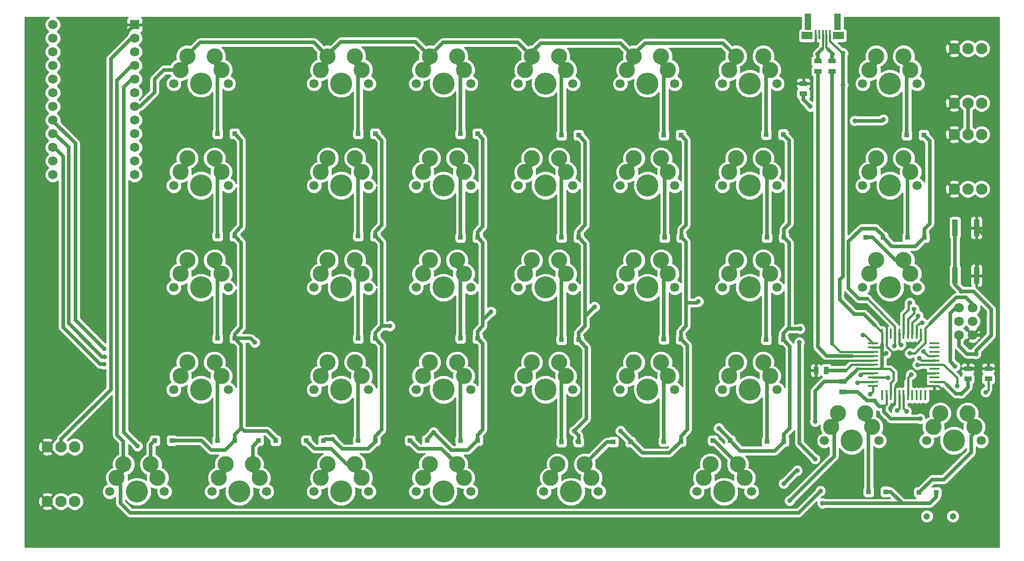
<source format=gtl>
G04 #@! TF.FileFunction,Copper,L1,Top,Signal*
%FSLAX46Y46*%
G04 Gerber Fmt 4.6, Leading zero omitted, Abs format (unit mm)*
G04 Created by KiCad (PCBNEW 4.0.2-stable) date 7/10/2016 3:50:19 PM*
%MOMM*%
G01*
G04 APERTURE LIST*
%ADD10C,0.150000*%
%ADD11C,1.700000*%
%ADD12C,3.000000*%
%ADD13C,4.099560*%
%ADD14R,1.752600X1.752600*%
%ADD15C,1.752600*%
%ADD16R,1.300000X3.150000*%
%ADD17R,0.400000X1.750000*%
%ADD18R,2.000000X1.400000*%
%ADD19O,0.700000X1.200000*%
%ADD20O,0.650000X1.050000*%
%ADD21R,1.397000X0.889000*%
%ADD22C,1.800000*%
%ADD23R,0.889000X1.397000*%
%ADD24C,1.200000*%
%ADD25R,1.000000X3.100000*%
%ADD26O,0.406400X1.899920*%
%ADD27O,1.899920X0.406400*%
%ADD28R,0.900000X0.950000*%
%ADD29C,2.100000*%
%ADD30C,0.889000*%
%ADD31C,0.381000*%
%ADD32C,0.635000*%
%ADD33C,0.254000*%
G04 APERTURE END LIST*
D10*
D11*
X231618600Y-109500000D03*
D12*
X223998600Y-104420000D03*
X230348600Y-106960000D03*
D13*
X226538600Y-109500000D03*
D12*
X229078600Y-104420000D03*
X222728600Y-106960000D03*
D11*
X221458600Y-109500000D03*
D14*
X74082000Y-32032000D03*
D15*
X74082000Y-34572000D03*
X74082000Y-37112000D03*
X74082000Y-39652000D03*
X74082000Y-42192000D03*
X74082000Y-44732000D03*
X74082000Y-47272000D03*
X74082000Y-49812000D03*
X74082000Y-52352000D03*
X74082000Y-54892000D03*
X74082000Y-57432000D03*
X74082000Y-59972000D03*
X58842000Y-59972000D03*
X58842000Y-57432000D03*
X58842000Y-54892000D03*
X58842000Y-52352000D03*
X58842000Y-49812000D03*
X58842000Y-47272000D03*
X58842000Y-44732000D03*
X58842000Y-37112000D03*
X58842000Y-34572000D03*
X58842000Y-32032000D03*
X58842000Y-42192000D03*
X58842000Y-39652000D03*
D16*
X204875000Y-31525000D03*
X199425000Y-31525000D03*
D17*
X202150000Y-33875000D03*
X202800000Y-33875000D03*
X203450000Y-33875000D03*
X201500000Y-33875000D03*
X200850000Y-33875000D03*
D18*
X205050000Y-34050000D03*
X199250000Y-34050000D03*
D19*
X204875000Y-31150000D03*
X199425000Y-31150000D03*
D20*
X204575000Y-34050000D03*
X199725000Y-34050000D03*
D21*
X205908000Y-98516500D03*
X205908000Y-100421500D03*
D22*
X227498000Y-89817000D03*
X227498000Y-87277000D03*
X227498000Y-84737000D03*
X230038000Y-89817000D03*
X230038000Y-87277000D03*
X230038000Y-84737000D03*
D21*
X203876000Y-40731500D03*
X203876000Y-38826500D03*
X201209000Y-40731500D03*
X201209000Y-38826500D03*
X198542000Y-44922500D03*
X198542000Y-43017500D03*
D23*
X202796500Y-96421000D03*
X200891500Y-96421000D03*
D21*
X232959000Y-98008500D03*
X232959000Y-96103500D03*
X229149000Y-98008500D03*
X229149000Y-96103500D03*
D24*
X226382000Y-123599000D03*
X221502000Y-123599000D03*
D25*
X230769500Y-69873000D03*
X226769000Y-78773000D03*
X230767000Y-78773000D03*
X226769000Y-69873000D03*
D26*
X217200000Y-89635000D03*
X216399900Y-89635000D03*
X215599800Y-89635000D03*
X214799700Y-89635000D03*
X213999600Y-89635000D03*
X213199500Y-89635000D03*
X218000100Y-89635000D03*
X218800200Y-89635000D03*
X219600300Y-89635000D03*
X220400400Y-89635000D03*
X221200500Y-89635000D03*
X217200000Y-101065000D03*
X216399900Y-101065000D03*
X215599800Y-101065000D03*
X214799700Y-101065000D03*
X213999600Y-101065000D03*
X213199500Y-101065000D03*
X218000100Y-101065000D03*
X218800200Y-101065000D03*
X219600300Y-101065000D03*
X220400400Y-101065000D03*
X221200500Y-101065000D03*
D27*
X211485000Y-95350000D03*
X222915000Y-95350000D03*
X211485000Y-96150100D03*
X222915000Y-96150100D03*
X222915000Y-96950200D03*
X211485000Y-96950200D03*
X211485000Y-97750300D03*
X222915000Y-97750300D03*
X222915000Y-98550400D03*
X211485000Y-98550400D03*
X211485000Y-99350500D03*
X222915000Y-99350500D03*
X222915000Y-94549900D03*
X211485000Y-94549900D03*
X211485000Y-93749800D03*
X222915000Y-93749800D03*
X222915000Y-92949700D03*
X211485000Y-92949700D03*
X211485000Y-92149600D03*
X222915000Y-92149600D03*
X222915000Y-91349500D03*
X211485000Y-91349500D03*
D28*
X92675000Y-52352000D03*
X89525000Y-52352000D03*
X92675000Y-71402000D03*
X89525000Y-71402000D03*
X92675000Y-90452000D03*
X89525000Y-90452000D03*
X92675000Y-109502000D03*
X89525000Y-109502000D03*
X100295000Y-109502000D03*
X97145000Y-109502000D03*
X80991000Y-109502000D03*
X77841000Y-109502000D03*
X118837000Y-52352000D03*
X115687000Y-52352000D03*
X118837000Y-71402000D03*
X115687000Y-71402000D03*
X118837000Y-90452000D03*
X115687000Y-90452000D03*
X118837000Y-109502000D03*
X115687000Y-109502000D03*
X109185000Y-109502000D03*
X106035000Y-109502000D03*
X137887000Y-52352000D03*
X134737000Y-52352000D03*
X137887000Y-71656000D03*
X134737000Y-71656000D03*
X137887000Y-90452000D03*
X134737000Y-90452000D03*
X137887000Y-109502000D03*
X134737000Y-109502000D03*
X128489000Y-109502000D03*
X125339000Y-109502000D03*
X156683000Y-52606000D03*
X153533000Y-52606000D03*
X156683000Y-71656000D03*
X153533000Y-71656000D03*
X156683000Y-90706000D03*
X153533000Y-90706000D03*
X156683000Y-109756000D03*
X153533000Y-109756000D03*
X175733000Y-52606000D03*
X172583000Y-52606000D03*
X175733000Y-90579000D03*
X172583000Y-90579000D03*
X175733000Y-109629000D03*
X172583000Y-109629000D03*
X175860000Y-71656000D03*
X172710000Y-71656000D03*
X166335000Y-109756000D03*
X163185000Y-109756000D03*
X194783000Y-52479000D03*
X191633000Y-52479000D03*
X194910000Y-71656000D03*
X191760000Y-71656000D03*
X194783000Y-90706000D03*
X191633000Y-90706000D03*
X194910000Y-109629000D03*
X191760000Y-109629000D03*
X184877000Y-109502000D03*
X181727000Y-109502000D03*
X220945000Y-52606000D03*
X217795000Y-52606000D03*
X221072000Y-71656000D03*
X217922000Y-71656000D03*
X213325000Y-71656000D03*
X210175000Y-71656000D03*
X223231000Y-119154000D03*
X220081000Y-119154000D03*
X213833000Y-119027000D03*
X210683000Y-119027000D03*
D11*
X117618600Y-100000000D03*
D12*
X109998600Y-94920000D03*
X116348600Y-97460000D03*
D13*
X112538600Y-100000000D03*
D12*
X115078600Y-94920000D03*
X108728600Y-97460000D03*
D11*
X107458600Y-100000000D03*
X136618600Y-62000000D03*
D12*
X128998600Y-56920000D03*
X135348600Y-59460000D03*
D13*
X131538600Y-62000000D03*
D12*
X134078600Y-56920000D03*
X127728600Y-59460000D03*
D11*
X126458600Y-62000000D03*
X117618600Y-43000000D03*
D12*
X109998600Y-37920000D03*
X116348600Y-40460000D03*
D13*
X112538600Y-43000000D03*
D12*
X115078600Y-37920000D03*
X108728600Y-40460000D03*
D11*
X107458600Y-43000000D03*
X91493600Y-43000000D03*
D12*
X83873600Y-37920000D03*
X90223600Y-40460000D03*
D13*
X86413600Y-43000000D03*
D12*
X88953600Y-37920000D03*
X82603600Y-40460000D03*
D11*
X81333600Y-43000000D03*
X91493600Y-62000000D03*
D12*
X83873600Y-56920000D03*
X90223600Y-59460000D03*
D13*
X86413600Y-62000000D03*
D12*
X88953600Y-56920000D03*
X82603600Y-59460000D03*
D11*
X81333600Y-62000000D03*
X91493600Y-81000000D03*
D12*
X83873600Y-75920000D03*
X90223600Y-78460000D03*
D13*
X86413600Y-81000000D03*
D12*
X88953600Y-75920000D03*
X82603600Y-78460000D03*
D11*
X81333600Y-81000000D03*
X91493600Y-100000000D03*
D12*
X83873600Y-94920000D03*
X90223600Y-97460000D03*
D13*
X86413600Y-100000000D03*
D12*
X88953600Y-94920000D03*
X82603600Y-97460000D03*
D11*
X81333600Y-100000000D03*
X98618600Y-119000000D03*
D12*
X90998600Y-113920000D03*
X97348600Y-116460000D03*
D13*
X93538600Y-119000000D03*
D12*
X96078600Y-113920000D03*
X89728600Y-116460000D03*
D11*
X88458600Y-119000000D03*
X79618600Y-119000000D03*
D12*
X71998600Y-113920000D03*
X78348600Y-116460000D03*
D13*
X74538600Y-119000000D03*
D12*
X77078600Y-113920000D03*
X70728600Y-116460000D03*
D11*
X69458600Y-119000000D03*
X117618600Y-62000000D03*
D12*
X109998600Y-56920000D03*
X116348600Y-59460000D03*
D13*
X112538600Y-62000000D03*
D12*
X115078600Y-56920000D03*
X108728600Y-59460000D03*
D11*
X107458600Y-62000000D03*
X117618600Y-81000000D03*
D12*
X109998600Y-75920000D03*
X116348600Y-78460000D03*
D13*
X112538600Y-81000000D03*
D12*
X115078600Y-75920000D03*
X108728600Y-78460000D03*
D11*
X107458600Y-81000000D03*
X117618600Y-119000000D03*
D12*
X109998600Y-113920000D03*
X116348600Y-116460000D03*
D13*
X112538600Y-119000000D03*
D12*
X115078600Y-113920000D03*
X108728600Y-116460000D03*
D11*
X107458600Y-119000000D03*
X136618600Y-43000000D03*
D12*
X128998600Y-37920000D03*
X135348600Y-40460000D03*
D13*
X131538600Y-43000000D03*
D12*
X134078600Y-37920000D03*
X127728600Y-40460000D03*
D11*
X126458600Y-43000000D03*
X136618600Y-81000000D03*
D12*
X128998600Y-75920000D03*
X135348600Y-78460000D03*
D13*
X131538600Y-81000000D03*
D12*
X134078600Y-75920000D03*
X127728600Y-78460000D03*
D11*
X126458600Y-81000000D03*
X136618600Y-100000000D03*
D12*
X128998600Y-94920000D03*
X135348600Y-97460000D03*
D13*
X131538600Y-100000000D03*
D12*
X134078600Y-94920000D03*
X127728600Y-97460000D03*
D11*
X126458600Y-100000000D03*
X136618600Y-119000000D03*
D12*
X128998600Y-113920000D03*
X135348600Y-116460000D03*
D13*
X131538600Y-119000000D03*
D12*
X134078600Y-113920000D03*
X127728600Y-116460000D03*
D11*
X126458600Y-119000000D03*
X155618600Y-43000000D03*
D12*
X147998600Y-37920000D03*
X154348600Y-40460000D03*
D13*
X150538600Y-43000000D03*
D12*
X153078600Y-37920000D03*
X146728600Y-40460000D03*
D11*
X145458600Y-43000000D03*
X155618600Y-62000000D03*
D12*
X147998600Y-56920000D03*
X154348600Y-59460000D03*
D13*
X150538600Y-62000000D03*
D12*
X153078600Y-56920000D03*
X146728600Y-59460000D03*
D11*
X145458600Y-62000000D03*
X155618600Y-81000000D03*
D12*
X147998600Y-75920000D03*
X154348600Y-78460000D03*
D13*
X150538600Y-81000000D03*
D12*
X153078600Y-75920000D03*
X146728600Y-78460000D03*
D11*
X145458600Y-81000000D03*
X155618600Y-100000000D03*
D12*
X147998600Y-94920000D03*
X154348600Y-97460000D03*
D13*
X150538600Y-100000000D03*
D12*
X153078600Y-94920000D03*
X146728600Y-97460000D03*
D11*
X145458600Y-100000000D03*
X174618600Y-43000000D03*
D12*
X166998600Y-37920000D03*
X173348600Y-40460000D03*
D13*
X169538600Y-43000000D03*
D12*
X172078600Y-37920000D03*
X165728600Y-40460000D03*
D11*
X164458600Y-43000000D03*
X174618600Y-62000000D03*
D12*
X166998600Y-56920000D03*
X173348600Y-59460000D03*
D13*
X169538600Y-62000000D03*
D12*
X172078600Y-56920000D03*
X165728600Y-59460000D03*
D11*
X164458600Y-62000000D03*
X174618600Y-81000000D03*
D12*
X166998600Y-75920000D03*
X173348600Y-78460000D03*
D13*
X169538600Y-81000000D03*
D12*
X172078600Y-75920000D03*
X165728600Y-78460000D03*
D11*
X164458600Y-81000000D03*
X174618600Y-100000000D03*
D12*
X166998600Y-94920000D03*
X173348600Y-97460000D03*
D13*
X169538600Y-100000000D03*
D12*
X172078600Y-94920000D03*
X165728600Y-97460000D03*
D11*
X164458600Y-100000000D03*
X160368600Y-119000000D03*
D12*
X152748600Y-113920000D03*
X159098600Y-116460000D03*
D13*
X155288600Y-119000000D03*
D12*
X157828600Y-113920000D03*
X151478600Y-116460000D03*
D11*
X150208600Y-119000000D03*
X193618600Y-43000000D03*
D12*
X185998600Y-37920000D03*
X192348600Y-40460000D03*
D13*
X188538600Y-43000000D03*
D12*
X191078600Y-37920000D03*
X184728600Y-40460000D03*
D11*
X183458600Y-43000000D03*
X193618600Y-62000000D03*
D12*
X185998600Y-56920000D03*
X192348600Y-59460000D03*
D13*
X188538600Y-62000000D03*
D12*
X191078600Y-56920000D03*
X184728600Y-59460000D03*
D11*
X183458600Y-62000000D03*
X193618600Y-81000000D03*
D12*
X185998600Y-75920000D03*
X192348600Y-78460000D03*
D13*
X188538600Y-81000000D03*
D12*
X191078600Y-75920000D03*
X184728600Y-78460000D03*
D11*
X183458600Y-81000000D03*
X193618600Y-100000000D03*
D12*
X185998600Y-94920000D03*
X192348600Y-97460000D03*
D13*
X188538600Y-100000000D03*
D12*
X191078600Y-94920000D03*
X184728600Y-97460000D03*
D11*
X183458600Y-100000000D03*
X188866000Y-119000000D03*
D12*
X181246000Y-113920000D03*
X187596000Y-116460000D03*
D13*
X183786000Y-119000000D03*
D12*
X186326000Y-113920000D03*
X179976000Y-116460000D03*
D11*
X178706000Y-119000000D03*
X219743600Y-43000000D03*
D12*
X212123600Y-37920000D03*
X218473600Y-40460000D03*
D13*
X214663600Y-43000000D03*
D12*
X217203600Y-37920000D03*
X210853600Y-40460000D03*
D11*
X209583600Y-43000000D03*
X219743600Y-62000000D03*
D12*
X212123600Y-56920000D03*
X218473600Y-59460000D03*
D13*
X214663600Y-62000000D03*
D12*
X217203600Y-56920000D03*
X210853600Y-59460000D03*
D11*
X209583600Y-62000000D03*
X219743600Y-81000000D03*
D12*
X212123600Y-75920000D03*
X218473600Y-78460000D03*
D13*
X214663600Y-81000000D03*
D12*
X217203600Y-75920000D03*
X210853600Y-78460000D03*
D11*
X209583600Y-81000000D03*
X212618600Y-109500000D03*
D12*
X204998600Y-104420000D03*
X211348600Y-106960000D03*
D13*
X207538600Y-109500000D03*
D12*
X210078600Y-104420000D03*
X203728600Y-106960000D03*
D11*
X202458600Y-109500000D03*
D29*
X231689000Y-36477000D03*
X229149000Y-36477000D03*
X226609000Y-36477000D03*
X231689000Y-46637000D03*
X229149000Y-46637000D03*
X226609000Y-46637000D03*
X231689000Y-52479000D03*
X229149000Y-52479000D03*
X226609000Y-52479000D03*
X231689000Y-62639000D03*
X229149000Y-62639000D03*
X226609000Y-62639000D03*
X62906000Y-110645000D03*
X60366000Y-110645000D03*
X57826000Y-110645000D03*
X62906000Y-120805000D03*
X60366000Y-120805000D03*
X57826000Y-120805000D03*
D30*
X206479500Y-82514500D03*
X199050000Y-81943000D03*
X61128000Y-50066000D03*
X219370000Y-115979000D03*
X216703000Y-107089000D03*
X213655000Y-105946000D03*
X214798000Y-103406000D03*
X232324000Y-81816000D03*
X232324000Y-85880000D03*
X232197000Y-75466000D03*
X205908000Y-43271500D03*
X199812000Y-47272000D03*
X205908000Y-37366000D03*
X213909000Y-93246000D03*
X218354000Y-93246000D03*
X200701000Y-105946000D03*
X232451000Y-100485000D03*
X227879000Y-100739000D03*
X215941000Y-103914000D03*
X217719000Y-104041000D03*
X227879000Y-81689000D03*
X220259000Y-105438000D03*
X230673000Y-93373000D03*
X208575000Y-98707000D03*
X201717000Y-118900000D03*
X226736000Y-95659000D03*
X210988000Y-100866000D03*
X196002000Y-120678000D03*
X74590000Y-110518000D03*
X214290000Y-97818000D03*
X96434000Y-91214000D03*
X209591000Y-89817000D03*
X110912000Y-109248000D03*
X121580000Y-88166000D03*
X220640000Y-87531000D03*
X129708000Y-107978000D03*
X140376000Y-85499000D03*
X219878000Y-86261000D03*
X159680000Y-84610000D03*
X219116000Y-84991000D03*
X155870000Y-107724000D03*
X178984000Y-83594000D03*
X218354000Y-83848000D03*
X164506000Y-107724000D03*
X216703000Y-91722000D03*
X197907000Y-88674000D03*
X182794000Y-107216000D03*
X202098000Y-121186000D03*
X215433000Y-91849000D03*
X200701000Y-112931000D03*
X197780000Y-91214000D03*
X218608000Y-97183000D03*
X219751000Y-95405000D03*
X68367000Y-95278000D03*
X227117000Y-99342000D03*
X68494000Y-93881000D03*
X220132000Y-94135000D03*
X68367000Y-92357000D03*
X220894000Y-92865000D03*
X208067000Y-49939000D03*
X213401000Y-49685000D03*
X197399000Y-115090000D03*
X209210000Y-97310000D03*
X194859000Y-117503000D03*
D31*
X213999600Y-89635000D02*
X213999600Y-88256600D01*
D32*
X206479500Y-82514500D02*
X208511500Y-84546500D01*
X208511500Y-84546500D02*
X210289500Y-84546500D01*
X210289500Y-84546500D02*
X212893000Y-87150000D01*
X200850000Y-35756500D02*
X200850000Y-35683250D01*
X199050000Y-53812500D02*
X199050000Y-81943000D01*
X196065500Y-50828000D02*
X199050000Y-53812500D01*
X196065500Y-40541000D02*
X196065500Y-50828000D01*
X200850000Y-35756500D02*
X196065500Y-40541000D01*
D31*
X213999600Y-88256600D02*
X212893000Y-87150000D01*
X217338000Y-95659000D02*
X218481000Y-95659000D01*
X218481000Y-95659000D02*
X219751000Y-96929000D01*
X220259000Y-96929000D02*
X220894000Y-97564000D01*
X219751000Y-96929000D02*
X220259000Y-96929000D01*
X215941000Y-93881000D02*
X215941000Y-94135000D01*
X217338000Y-97945000D02*
X217338000Y-95659000D01*
X217338000Y-95659000D02*
X217338000Y-95532000D01*
X215599800Y-99683200D02*
X217338000Y-97945000D01*
X215599800Y-99683200D02*
X215599800Y-99723000D01*
X215941000Y-94135000D02*
X217338000Y-95532000D01*
X220400400Y-89635000D02*
X220400400Y-90691600D01*
X213999600Y-91939600D02*
X215941000Y-93881000D01*
X213999600Y-91939600D02*
X213999600Y-91177600D01*
X218227000Y-91595000D02*
X215941000Y-93881000D01*
X219497000Y-91595000D02*
X218227000Y-91595000D01*
X220400400Y-90691600D02*
X219497000Y-91595000D01*
X211485000Y-94549900D02*
X201810100Y-94549900D01*
X200891500Y-95468500D02*
X200891500Y-96421000D01*
X201810100Y-94549900D02*
X200891500Y-95468500D01*
D32*
X68494000Y-37620000D02*
X74082000Y-32032000D01*
X68494000Y-42700000D02*
X68494000Y-37620000D01*
X61128000Y-50066000D02*
X68494000Y-42700000D01*
D31*
X200850000Y-33875000D02*
X200850000Y-35683250D01*
X200850000Y-35683250D02*
X200850000Y-35566000D01*
X200850000Y-35566000D02*
X200701000Y-35715000D01*
D32*
X214798000Y-111407000D02*
X219370000Y-115979000D01*
X214798000Y-111407000D02*
X214798000Y-107089000D01*
D31*
X215599800Y-101065000D02*
X215599800Y-102604200D01*
D32*
X214798000Y-107089000D02*
X216703000Y-107089000D01*
X213655000Y-105946000D02*
X214798000Y-107089000D01*
D31*
X215599800Y-102604200D02*
X214798000Y-103406000D01*
X215599800Y-101065000D02*
X215599800Y-99723000D01*
X215599800Y-99723000D02*
X215599800Y-99635800D01*
X215599800Y-99635800D02*
X215560000Y-99596000D01*
X213999600Y-89635000D02*
X213999600Y-91177600D01*
X213999600Y-91177600D02*
X214036000Y-91214000D01*
X222915000Y-99350500D02*
X223696500Y-99350500D01*
X223696500Y-99350500D02*
X226482000Y-102136000D01*
D32*
X230355500Y-96103500D02*
X231181000Y-96929000D01*
X231181000Y-96929000D02*
X231181000Y-99342000D01*
X231181000Y-99342000D02*
X228387000Y-102136000D01*
X228387000Y-102136000D02*
X226482000Y-102136000D01*
X229149000Y-96103500D02*
X230355500Y-96103500D01*
D31*
X222915000Y-99350500D02*
X221537500Y-99350500D01*
X220894000Y-98707000D02*
X220894000Y-97564000D01*
X221537500Y-99350500D02*
X220894000Y-98707000D01*
X221507800Y-96950200D02*
X222915000Y-96950200D01*
X220894000Y-97564000D02*
X221507800Y-96950200D01*
D32*
X230038000Y-89817000D02*
X231435000Y-89817000D01*
X232324000Y-88928000D02*
X232324000Y-85880000D01*
X231435000Y-89817000D02*
X232324000Y-88928000D01*
X230767000Y-78773000D02*
X230767000Y-76896000D01*
X232197000Y-71300500D02*
X230769500Y-69873000D01*
X232197000Y-75466000D02*
X232197000Y-71300500D01*
X230767000Y-76896000D02*
X232197000Y-75466000D01*
X230769500Y-78770500D02*
X230767000Y-78773000D01*
D31*
X213199500Y-89635000D02*
X213199500Y-89361500D01*
X213199500Y-89361500D02*
X211813500Y-87975500D01*
D32*
X205908000Y-78895000D02*
X205273000Y-79530000D01*
X205273000Y-79530000D02*
X205273000Y-83213000D01*
X205273000Y-83213000D02*
X208003500Y-85943500D01*
X208003500Y-85943500D02*
X209781500Y-85943500D01*
X209781500Y-85943500D02*
X211813500Y-87975500D01*
X205908000Y-43271500D02*
X205908000Y-78895000D01*
X198542000Y-44922500D02*
X198542000Y-46002000D01*
X199812000Y-47272000D02*
X198542000Y-46002000D01*
X205908000Y-37366000D02*
X205908000Y-43271500D01*
D31*
X203450000Y-35035000D02*
X205781000Y-37366000D01*
X205781000Y-37366000D02*
X205908000Y-37366000D01*
X203450000Y-33875000D02*
X203450000Y-35035000D01*
X221200500Y-89635000D02*
X221200500Y-91288500D01*
X213655000Y-93500000D02*
X213909000Y-93246000D01*
X213655000Y-93500000D02*
X213199500Y-93500000D01*
X219243000Y-93246000D02*
X218354000Y-93246000D01*
X221200500Y-91288500D02*
X219243000Y-93246000D01*
D32*
X205908000Y-98516500D02*
X202415500Y-98516500D01*
X200701000Y-100231000D02*
X200701000Y-105946000D01*
X202415500Y-98516500D02*
X200701000Y-100231000D01*
D31*
X211485000Y-96150100D02*
X212782900Y-96150100D01*
X212782900Y-96150100D02*
X213199500Y-95733500D01*
D32*
X213199500Y-95733500D02*
X213199500Y-93500000D01*
X213199500Y-93500000D02*
X213199500Y-91647500D01*
D31*
X211485000Y-96150100D02*
X208591900Y-96150100D01*
D32*
X208575000Y-96167000D02*
X206225500Y-98516500D01*
D31*
X208591900Y-96150100D02*
X208575000Y-96167000D01*
D32*
X205908000Y-98516500D02*
X206225500Y-98516500D01*
D31*
X232959000Y-99977000D02*
X232451000Y-100485000D01*
X232959000Y-98008500D02*
X232959000Y-99977000D01*
X227879000Y-100739000D02*
X228006000Y-100739000D01*
X222915000Y-98550400D02*
X224674400Y-98550400D01*
D32*
X229149000Y-99596000D02*
X228006000Y-100739000D01*
X228006000Y-100739000D02*
X226863000Y-100739000D01*
X226863000Y-100739000D02*
X225212000Y-99088000D01*
X229149000Y-99596000D02*
X229149000Y-98008500D01*
D31*
X224674400Y-98550400D02*
X225212000Y-99088000D01*
X221200500Y-89635000D02*
X221200500Y-88621500D01*
D32*
X226990000Y-82832000D02*
X222164000Y-87658000D01*
X228768000Y-82832000D02*
X226990000Y-82832000D01*
X228768000Y-82832000D02*
X230038000Y-84102000D01*
D31*
X221200500Y-88621500D02*
X222164000Y-87658000D01*
X230038000Y-84737000D02*
X230038000Y-84102000D01*
X211485000Y-96150100D02*
X214654100Y-96150100D01*
X214799700Y-98705300D02*
X214799700Y-101065000D01*
X215306000Y-98199000D02*
X214799700Y-98705300D01*
X215306000Y-96802000D02*
X215306000Y-98199000D01*
X214654100Y-96150100D02*
X215306000Y-96802000D01*
X213199500Y-89635000D02*
X213199500Y-91647500D01*
X212744000Y-92103000D02*
X211531600Y-92103000D01*
X213199500Y-91647500D02*
X212744000Y-92103000D01*
X211531600Y-92103000D02*
X211485000Y-92149600D01*
X216399900Y-101065000D02*
X216399900Y-103455100D01*
X216399900Y-103455100D02*
X215941000Y-103914000D01*
X217200000Y-101065000D02*
X217200000Y-103522000D01*
X217200000Y-103522000D02*
X217719000Y-104041000D01*
X209536000Y-95350000D02*
X207487000Y-95350000D01*
X211485000Y-95350000D02*
X209536000Y-95350000D01*
D32*
X206416000Y-96421000D02*
X202796500Y-96421000D01*
D31*
X207487000Y-95350000D02*
X206416000Y-96421000D01*
D32*
X89525000Y-52352000D02*
X89525000Y-41158600D01*
X89525000Y-41158600D02*
X90223600Y-40460000D01*
X88953600Y-37920000D02*
X88953600Y-39190000D01*
X88953600Y-39190000D02*
X90223600Y-40460000D01*
X89525000Y-71402000D02*
X89525000Y-60158600D01*
X89525000Y-60158600D02*
X90223600Y-59460000D01*
X88953600Y-56920000D02*
X88953600Y-58190000D01*
X88953600Y-58190000D02*
X90223600Y-59460000D01*
X89525000Y-90452000D02*
X89525000Y-79158600D01*
X89525000Y-79158600D02*
X90223600Y-78460000D01*
X88953600Y-75920000D02*
X88953600Y-77190000D01*
X88953600Y-77190000D02*
X90223600Y-78460000D01*
X89525000Y-109502000D02*
X89525000Y-98158600D01*
X89525000Y-98158600D02*
X90223600Y-97460000D01*
X88953600Y-94920000D02*
X88953600Y-96190000D01*
X88953600Y-96190000D02*
X90223600Y-97460000D01*
X96078600Y-113920000D02*
X96078600Y-110568400D01*
X96078600Y-110568400D02*
X97145000Y-109502000D01*
X96078600Y-113920000D02*
X96078600Y-115190000D01*
X96078600Y-115190000D02*
X97348600Y-116460000D01*
X77078600Y-113920000D02*
X77078600Y-110264400D01*
X77078600Y-110264400D02*
X77841000Y-109502000D01*
X77078600Y-113920000D02*
X77078600Y-115190000D01*
X77078600Y-115190000D02*
X78348600Y-116460000D01*
X115687000Y-52352000D02*
X115687000Y-41121600D01*
X115687000Y-41121600D02*
X116348600Y-40460000D01*
X115078600Y-37920000D02*
X115078600Y-39190000D01*
X115078600Y-39190000D02*
X116348600Y-40460000D01*
X115687000Y-71402000D02*
X115687000Y-60121600D01*
X115687000Y-60121600D02*
X116348600Y-59460000D01*
X115078600Y-56920000D02*
X115078600Y-58190000D01*
X115078600Y-58190000D02*
X116348600Y-59460000D01*
X115687000Y-90452000D02*
X115687000Y-79121600D01*
X115687000Y-79121600D02*
X116348600Y-78460000D01*
X115078600Y-75920000D02*
X115078600Y-77190000D01*
X115078600Y-77190000D02*
X116348600Y-78460000D01*
X115687000Y-109502000D02*
X115687000Y-98121600D01*
X115687000Y-98121600D02*
X116348600Y-97460000D01*
X115433000Y-98375600D02*
X116348600Y-97460000D01*
X115078600Y-94920000D02*
X115078600Y-96190000D01*
X115078600Y-96190000D02*
X116348600Y-97460000D01*
X115078600Y-113920000D02*
X113552000Y-113920000D01*
X107559000Y-111026000D02*
X106035000Y-109502000D01*
X110658000Y-111026000D02*
X107559000Y-111026000D01*
X113552000Y-113920000D02*
X110658000Y-111026000D01*
X115078600Y-113920000D02*
X115078600Y-115190000D01*
X115078600Y-115190000D02*
X116348600Y-116460000D01*
X134737000Y-52352000D02*
X134737000Y-41071600D01*
X134737000Y-41071600D02*
X135348600Y-40460000D01*
X134078600Y-37920000D02*
X134078600Y-39190000D01*
X134078600Y-39190000D02*
X135348600Y-40460000D01*
X134737000Y-71656000D02*
X134737000Y-60071600D01*
X134737000Y-60071600D02*
X135348600Y-59460000D01*
X134078600Y-56920000D02*
X134078600Y-58190000D01*
X134078600Y-58190000D02*
X135348600Y-59460000D01*
X134737000Y-90452000D02*
X134737000Y-79071600D01*
X134737000Y-79071600D02*
X135348600Y-78460000D01*
X134078600Y-75920000D02*
X134078600Y-77190000D01*
X134078600Y-77190000D02*
X135348600Y-78460000D01*
X134737000Y-109502000D02*
X134737000Y-98071600D01*
X134737000Y-98071600D02*
X135348600Y-97460000D01*
X134078600Y-94920000D02*
X134078600Y-96190000D01*
X134078600Y-96190000D02*
X135348600Y-97460000D01*
X125339000Y-109502000D02*
X125390000Y-109502000D01*
X125390000Y-109502000D02*
X126914000Y-111026000D01*
X126914000Y-111026000D02*
X131184600Y-111026000D01*
X131184600Y-111026000D02*
X134078600Y-113920000D01*
X134078600Y-113920000D02*
X134078600Y-115190000D01*
X134078600Y-115190000D02*
X135348600Y-116460000D01*
X153533000Y-52606000D02*
X153533000Y-41275600D01*
X153533000Y-41275600D02*
X154348600Y-40460000D01*
X153078600Y-37920000D02*
X153078600Y-39190000D01*
X153078600Y-39190000D02*
X154348600Y-40460000D01*
X153533000Y-71656000D02*
X153533000Y-60275600D01*
X153533000Y-60275600D02*
X154348600Y-59460000D01*
X153078600Y-56920000D02*
X153078600Y-58190000D01*
X153078600Y-58190000D02*
X154348600Y-59460000D01*
X153533000Y-90706000D02*
X153533000Y-79275600D01*
X153533000Y-79275600D02*
X154348600Y-78460000D01*
X153078600Y-75920000D02*
X153078600Y-77190000D01*
X153078600Y-77190000D02*
X154348600Y-78460000D01*
X153533000Y-109756000D02*
X153533000Y-98275600D01*
X153533000Y-98275600D02*
X154348600Y-97460000D01*
X153078600Y-94920000D02*
X153078600Y-96190000D01*
X153078600Y-96190000D02*
X154348600Y-97460000D01*
X172583000Y-52606000D02*
X172583000Y-41225600D01*
X172583000Y-41225600D02*
X173348600Y-40460000D01*
X172078600Y-37920000D02*
X172078600Y-39190000D01*
X172078600Y-39190000D02*
X173348600Y-40460000D01*
X172583000Y-90579000D02*
X172583000Y-79225600D01*
X172583000Y-79225600D02*
X173348600Y-78460000D01*
X172078600Y-75920000D02*
X172078600Y-77190000D01*
X172078600Y-77190000D02*
X173348600Y-78460000D01*
X172583000Y-109629000D02*
X172583000Y-98225600D01*
X172583000Y-98225600D02*
X173348600Y-97460000D01*
X172078600Y-94920000D02*
X172078600Y-96190000D01*
X172078600Y-96190000D02*
X173348600Y-97460000D01*
X172710000Y-71656000D02*
X172710000Y-60098600D01*
X172710000Y-60098600D02*
X173348600Y-59460000D01*
X172078600Y-56920000D02*
X172078600Y-58190000D01*
X172078600Y-58190000D02*
X173348600Y-59460000D01*
X163185000Y-109756000D02*
X161992600Y-109756000D01*
X161992600Y-109756000D02*
X157828600Y-113920000D01*
X157828600Y-113920000D02*
X157828600Y-115190000D01*
X157828600Y-115190000D02*
X159098600Y-116460000D01*
X191633000Y-52479000D02*
X191633000Y-41175600D01*
X191633000Y-41175600D02*
X192348600Y-40460000D01*
X191078600Y-37920000D02*
X191078600Y-39190000D01*
X191078600Y-39190000D02*
X192348600Y-40460000D01*
X191760000Y-71656000D02*
X191760000Y-60048600D01*
X191760000Y-60048600D02*
X192348600Y-59460000D01*
X191078600Y-56920000D02*
X191078600Y-58190000D01*
X191078600Y-58190000D02*
X192348600Y-59460000D01*
X191633000Y-90706000D02*
X191633000Y-79175600D01*
X191633000Y-79175600D02*
X192348600Y-78460000D01*
X191078600Y-75920000D02*
X191078600Y-77190000D01*
X191078600Y-77190000D02*
X192348600Y-78460000D01*
X191760000Y-109629000D02*
X191760000Y-98048600D01*
X191760000Y-98048600D02*
X192348600Y-97460000D01*
X191078600Y-94920000D02*
X191078600Y-96190000D01*
X191078600Y-96190000D02*
X192348600Y-97460000D01*
X181727000Y-109502000D02*
X181908000Y-109502000D01*
X181908000Y-109502000D02*
X186326000Y-113920000D01*
X186326000Y-113920000D02*
X186326000Y-115190000D01*
X186326000Y-115190000D02*
X187596000Y-116460000D01*
X217795000Y-52606000D02*
X217795000Y-41138600D01*
X217795000Y-41138600D02*
X218473600Y-40460000D01*
X217203600Y-37920000D02*
X217203600Y-39190000D01*
X217203600Y-39190000D02*
X218473600Y-40460000D01*
X217922000Y-71656000D02*
X217922000Y-60011600D01*
X217922000Y-60011600D02*
X218473600Y-59460000D01*
X217203600Y-56920000D02*
X217203600Y-58190000D01*
X217203600Y-58190000D02*
X218473600Y-59460000D01*
X210175000Y-71656000D02*
X211369000Y-71656000D01*
X215633000Y-75920000D02*
X217203600Y-75920000D01*
X211369000Y-71656000D02*
X215633000Y-75920000D01*
X217203600Y-75920000D02*
X217203600Y-77190000D01*
X217203600Y-77190000D02*
X218473600Y-78460000D01*
X230348600Y-106960000D02*
X230348600Y-108048400D01*
X230348600Y-108048400D02*
X229784000Y-108613000D01*
X222494000Y-116741000D02*
X220081000Y-119154000D01*
X224704000Y-116741000D02*
X222494000Y-116741000D01*
X229784000Y-111661000D02*
X224704000Y-116741000D01*
X229784000Y-108613000D02*
X229784000Y-111661000D01*
X229078600Y-104420000D02*
X229078600Y-105690000D01*
X229078600Y-105690000D02*
X230348600Y-106960000D01*
X210683000Y-119027000D02*
X210683000Y-107625600D01*
X210683000Y-107625600D02*
X211348600Y-106960000D01*
X210078600Y-104420000D02*
X210078600Y-105690000D01*
X210078600Y-105690000D02*
X211348600Y-106960000D01*
X227942500Y-81625500D02*
X228006000Y-81689000D01*
X227879000Y-81689000D02*
X227942500Y-81625500D01*
X230673000Y-93373000D02*
X230673000Y-92738000D01*
X226769000Y-80452000D02*
X226769000Y-78773000D01*
X228006000Y-81689000D02*
X226769000Y-80452000D01*
X230165000Y-81689000D02*
X228006000Y-81689000D01*
X233467000Y-84991000D02*
X230165000Y-81689000D01*
X233467000Y-89944000D02*
X233467000Y-84991000D01*
X230673000Y-92738000D02*
X233467000Y-89944000D01*
X226769000Y-69873000D02*
X226769000Y-78773000D01*
X227498000Y-89817000D02*
X227498000Y-91849000D01*
X213528000Y-104168000D02*
X213528000Y-103152000D01*
X214798000Y-105438000D02*
X213528000Y-104168000D01*
X220259000Y-105438000D02*
X214798000Y-105438000D01*
X229022000Y-93373000D02*
X230673000Y-93373000D01*
X227498000Y-91849000D02*
X229022000Y-93373000D01*
D31*
X213999600Y-101065000D02*
X213999600Y-102680400D01*
D32*
X212639000Y-103152000D02*
X211623000Y-102009000D01*
X213528000Y-103152000D02*
X213147000Y-103152000D01*
X213147000Y-103152000D02*
X212639000Y-103152000D01*
D31*
X213999600Y-102680400D02*
X213528000Y-103152000D01*
D32*
X205908000Y-100421500D02*
X208638500Y-100421500D01*
X210353000Y-102009000D02*
X211623000Y-102009000D01*
X211623000Y-102009000D02*
X211877000Y-102009000D01*
X208638500Y-100421500D02*
X210353000Y-102009000D01*
D31*
X211485000Y-98550400D02*
X208731600Y-98550400D01*
X208731600Y-98550400D02*
X208575000Y-98707000D01*
D32*
X71415000Y-117884000D02*
X71415000Y-121186000D01*
X71415000Y-117884000D02*
X70728600Y-117197600D01*
X197653000Y-122964000D02*
X201717000Y-118900000D01*
X73193000Y-122964000D02*
X197653000Y-122964000D01*
X71415000Y-121186000D02*
X73193000Y-122964000D01*
X70728600Y-116460000D02*
X70728600Y-117197600D01*
X71998600Y-113920000D02*
X71998600Y-109704600D01*
X70780000Y-42446000D02*
X74082000Y-39144000D01*
X70780000Y-108486000D02*
X70780000Y-42446000D01*
X71998600Y-109704600D02*
X70780000Y-108486000D01*
X71998600Y-113920000D02*
X71998600Y-115190000D01*
X71998600Y-115190000D02*
X70728600Y-116460000D01*
X227498000Y-84737000D02*
X226863000Y-84737000D01*
X226863000Y-84737000D02*
X225847000Y-85753000D01*
X225847000Y-94770000D02*
X226736000Y-95659000D01*
X225847000Y-85753000D02*
X225847000Y-94770000D01*
D31*
X211485000Y-99350500D02*
X211485000Y-100369000D01*
X211485000Y-100369000D02*
X210988000Y-100866000D01*
D32*
X203728600Y-106960000D02*
X203728600Y-107703600D01*
X203728600Y-107703600D02*
X204257000Y-108232000D01*
X196002000Y-120678000D02*
X202606000Y-114074000D01*
X204257000Y-112423000D02*
X202606000Y-114074000D01*
X204257000Y-108232000D02*
X204257000Y-112423000D01*
X72050000Y-107978000D02*
X74590000Y-110518000D01*
X72050000Y-107978000D02*
X72050000Y-43716000D01*
X74082000Y-41684000D02*
X72050000Y-43716000D01*
X204998600Y-104420000D02*
X204998600Y-105690000D01*
X204998600Y-105690000D02*
X203728600Y-106960000D01*
X181246000Y-113920000D02*
X181246000Y-115190000D01*
X181246000Y-115190000D02*
X179976000Y-116460000D01*
X152748600Y-113920000D02*
X152748600Y-115190000D01*
X152748600Y-115190000D02*
X151478600Y-116460000D01*
X128998600Y-113920000D02*
X128998600Y-115190000D01*
X128998600Y-115190000D02*
X127728600Y-116460000D01*
X109998600Y-113920000D02*
X109998600Y-115190000D01*
X109998600Y-115190000D02*
X108728600Y-116460000D01*
X90998600Y-113920000D02*
X90998600Y-115190000D01*
X90998600Y-115190000D02*
X89728600Y-116460000D01*
D31*
X211485000Y-97750300D02*
X214222300Y-97750300D01*
X214222300Y-97750300D02*
X214290000Y-97818000D01*
D32*
X201209000Y-38826500D02*
X201209000Y-37366000D01*
X201082000Y-37493000D02*
X201971000Y-36604000D01*
X201209000Y-37366000D02*
X201082000Y-37493000D01*
D31*
X202150000Y-33875000D02*
X202150000Y-36425000D01*
X202150000Y-36425000D02*
X201971000Y-36604000D01*
X202023000Y-36552000D02*
X201971000Y-36604000D01*
D32*
X203876000Y-38826500D02*
X203876000Y-37366000D01*
D31*
X202800000Y-36290000D02*
X203114000Y-36604000D01*
D32*
X204003000Y-37493000D02*
X203114000Y-36604000D01*
D31*
X202800000Y-36290000D02*
X202800000Y-33875000D01*
D32*
X203876000Y-37366000D02*
X204003000Y-37493000D01*
X207559000Y-93754000D02*
X202880736Y-93754000D01*
X201209000Y-40731500D02*
X201209000Y-86388000D01*
D31*
X207681800Y-93749800D02*
X207559000Y-93754000D01*
X207681800Y-93749800D02*
X211485000Y-93749800D01*
D32*
X201209000Y-92047436D02*
X201209000Y-86388000D01*
X202880736Y-93754000D02*
X201209000Y-92047436D01*
D31*
X211485000Y-92949700D02*
X205357700Y-92949700D01*
D32*
X203876000Y-88547000D02*
X203876000Y-40731500D01*
X203876000Y-88547000D02*
X203876000Y-91468000D01*
D31*
X205357700Y-92949700D02*
X203876000Y-91468000D01*
X209591000Y-89817000D02*
X209952500Y-89817000D01*
D32*
X95672000Y-90452000D02*
X96434000Y-91214000D01*
X92675000Y-90452000D02*
X95672000Y-90452000D01*
D31*
X209952500Y-89817000D02*
X211485000Y-91349500D01*
D32*
X92675000Y-71402000D02*
X92675000Y-70843000D01*
X93894000Y-53571000D02*
X92675000Y-52352000D01*
X93894000Y-69624000D02*
X93894000Y-53571000D01*
X92675000Y-70843000D02*
X93894000Y-69624000D01*
X92675000Y-90452000D02*
X92675000Y-89639000D01*
X93894000Y-72621000D02*
X92675000Y-71402000D01*
X93894000Y-88420000D02*
X93894000Y-72621000D01*
X92675000Y-89639000D02*
X93894000Y-88420000D01*
X92675000Y-109502000D02*
X92675000Y-108384000D01*
X92675000Y-108384000D02*
X93894000Y-107165000D01*
X93894000Y-106454000D02*
X93894000Y-107165000D01*
X92675000Y-90452000D02*
X93894000Y-91671000D01*
X93894000Y-106454000D02*
X93894000Y-91671000D01*
X93894000Y-107165000D02*
X94453000Y-107724000D01*
X98720000Y-107724000D02*
X94453000Y-107724000D01*
X100295000Y-109299000D02*
X98720000Y-107724000D01*
X100295000Y-109502000D02*
X100295000Y-109299000D01*
X80991000Y-109502000D02*
X86528000Y-109502000D01*
X90897000Y-111280000D02*
X92675000Y-109502000D01*
X88306000Y-111280000D02*
X90897000Y-111280000D01*
X86528000Y-109502000D02*
X88306000Y-111280000D01*
D31*
X220640000Y-87531000D02*
X220259000Y-87531000D01*
D32*
X120056000Y-88166000D02*
X121580000Y-88166000D01*
D31*
X219600300Y-88189700D02*
X219600300Y-89635000D01*
X220259000Y-87531000D02*
X219600300Y-88189700D01*
D32*
X118837000Y-71402000D02*
X118837000Y-70589000D01*
X120056000Y-53571000D02*
X118837000Y-52352000D01*
X120056000Y-69370000D02*
X120056000Y-53571000D01*
X118837000Y-70589000D02*
X120056000Y-69370000D01*
X118837000Y-90452000D02*
X118837000Y-89385000D01*
X120056000Y-72621000D02*
X118837000Y-71402000D01*
X120056000Y-88166000D02*
X120056000Y-72621000D01*
X118837000Y-89385000D02*
X120056000Y-88166000D01*
X118837000Y-109502000D02*
X118837000Y-108689000D01*
X120056000Y-91671000D02*
X118837000Y-90452000D01*
X120056000Y-107470000D02*
X120056000Y-91671000D01*
X118837000Y-108689000D02*
X120056000Y-107470000D01*
X118837000Y-109502000D02*
X118837000Y-109705000D01*
X118837000Y-109705000D02*
X117516000Y-111026000D01*
X117516000Y-111026000D02*
X112690000Y-111026000D01*
X112690000Y-111026000D02*
X110912000Y-109248000D01*
X109439000Y-109248000D02*
X110912000Y-109248000D01*
X109439000Y-109248000D02*
X109185000Y-109502000D01*
D31*
X219878000Y-86261000D02*
X219878000Y-86515000D01*
D32*
X138852000Y-87023000D02*
X140376000Y-85499000D01*
X138852000Y-88166000D02*
X138852000Y-87023000D01*
D31*
X218800200Y-87592800D02*
X218800200Y-89635000D01*
X219878000Y-86515000D02*
X218800200Y-87592800D01*
D32*
X137887000Y-71656000D02*
X137887000Y-70589000D01*
X138852000Y-53317000D02*
X137887000Y-52352000D01*
X138852000Y-69624000D02*
X138852000Y-53317000D01*
X137887000Y-70589000D02*
X138852000Y-69624000D01*
X137887000Y-90452000D02*
X137887000Y-89131000D01*
X138852000Y-72621000D02*
X137887000Y-71656000D01*
X138852000Y-88166000D02*
X138852000Y-72621000D01*
X137887000Y-89131000D02*
X138852000Y-88166000D01*
X137887000Y-109502000D02*
X137887000Y-108435000D01*
X138852000Y-91417000D02*
X137887000Y-90452000D01*
X138852000Y-107470000D02*
X138852000Y-91417000D01*
X137887000Y-108435000D02*
X138852000Y-107470000D01*
X137887000Y-109502000D02*
X137836000Y-109502000D01*
X137836000Y-109502000D02*
X136058000Y-111280000D01*
X136058000Y-111280000D02*
X133010000Y-111280000D01*
X133010000Y-111280000D02*
X129708000Y-107978000D01*
X129708000Y-107978000D02*
X128489000Y-109197000D01*
X128489000Y-109197000D02*
X128489000Y-109502000D01*
X128438000Y-109502000D02*
X128489000Y-109502000D01*
D31*
X219116000Y-84991000D02*
X219116000Y-85753000D01*
D32*
X157902000Y-86388000D02*
X159680000Y-84610000D01*
X157902000Y-88166000D02*
X157902000Y-86388000D01*
D31*
X218000100Y-86868900D02*
X218000100Y-89635000D01*
X219116000Y-85753000D02*
X218000100Y-86868900D01*
D32*
X156683000Y-71656000D02*
X156683000Y-70589000D01*
X157902000Y-53825000D02*
X156683000Y-52606000D01*
X157902000Y-69370000D02*
X157902000Y-53825000D01*
X156683000Y-70589000D02*
X157902000Y-69370000D01*
X156683000Y-90706000D02*
X156683000Y-89385000D01*
X157902000Y-72875000D02*
X156683000Y-71656000D01*
X157902000Y-88166000D02*
X157902000Y-72875000D01*
X156683000Y-89385000D02*
X157902000Y-88166000D01*
X155870000Y-107724000D02*
X158156000Y-105438000D01*
X158156000Y-92179000D02*
X156683000Y-90706000D01*
X158156000Y-105438000D02*
X158156000Y-92179000D01*
X156683000Y-109756000D02*
X156683000Y-108537000D01*
X156683000Y-108537000D02*
X155870000Y-107724000D01*
X156429000Y-109553000D02*
X156429000Y-109756000D01*
D31*
X217200000Y-89635000D02*
X217200000Y-86018000D01*
D32*
X178730000Y-83848000D02*
X176698000Y-83848000D01*
X178730000Y-83848000D02*
X178984000Y-83594000D01*
D31*
X218100000Y-84102000D02*
X218354000Y-83848000D01*
X218100000Y-85118000D02*
X218100000Y-84102000D01*
X217200000Y-86018000D02*
X218100000Y-85118000D01*
D32*
X176698000Y-83848000D02*
X176698000Y-72494000D01*
X166335000Y-109553000D02*
X164506000Y-107724000D01*
X175860000Y-71656000D02*
X175860000Y-70208000D01*
X176698000Y-53571000D02*
X175733000Y-52606000D01*
X176698000Y-69370000D02*
X176698000Y-53571000D01*
X175860000Y-70208000D02*
X176698000Y-69370000D01*
X175733000Y-90579000D02*
X175733000Y-89131000D01*
X176698000Y-72494000D02*
X175860000Y-71656000D01*
X176698000Y-88166000D02*
X176698000Y-83848000D01*
X175733000Y-89131000D02*
X176698000Y-88166000D01*
X175733000Y-109629000D02*
X175733000Y-108689000D01*
X176952000Y-91798000D02*
X175733000Y-90579000D01*
X176952000Y-107470000D02*
X176952000Y-91798000D01*
X175733000Y-108689000D02*
X176952000Y-107470000D01*
X166335000Y-109756000D02*
X166538000Y-109756000D01*
X166538000Y-109756000D02*
X168570000Y-111788000D01*
X173574000Y-111788000D02*
X175733000Y-109629000D01*
X168570000Y-111788000D02*
X173574000Y-111788000D01*
X166335000Y-109553000D02*
X166335000Y-109756000D01*
X195621000Y-88674000D02*
X197907000Y-88674000D01*
D31*
X216399900Y-91418900D02*
X216703000Y-91722000D01*
X216399900Y-91418900D02*
X216399900Y-89635000D01*
X216322000Y-89712900D02*
X216399900Y-89635000D01*
D32*
X182794000Y-107216000D02*
X184877000Y-109299000D01*
X184877000Y-109299000D02*
X184877000Y-109502000D01*
X194910000Y-71656000D02*
X194910000Y-70081000D01*
X195875000Y-53571000D02*
X194783000Y-52479000D01*
X195875000Y-69116000D02*
X195875000Y-53571000D01*
X194910000Y-70081000D02*
X195875000Y-69116000D01*
X194783000Y-90706000D02*
X194783000Y-89512000D01*
X194783000Y-89512000D02*
X195621000Y-88674000D01*
X195621000Y-88674000D02*
X195875000Y-88420000D01*
X195875000Y-88420000D02*
X195875000Y-72621000D01*
X195875000Y-72621000D02*
X194910000Y-71656000D01*
X194910000Y-109629000D02*
X194910000Y-108308000D01*
X196002000Y-91925000D02*
X194783000Y-90706000D01*
X196002000Y-107216000D02*
X196002000Y-91925000D01*
X194910000Y-108308000D02*
X196002000Y-107216000D01*
X194910000Y-109629000D02*
X194910000Y-109705000D01*
X194910000Y-109705000D02*
X193208000Y-111407000D01*
X193208000Y-111407000D02*
X186782000Y-111407000D01*
X186782000Y-111407000D02*
X184877000Y-109502000D01*
X216957000Y-121186000D02*
X202098000Y-121186000D01*
X197780000Y-91214000D02*
X197780000Y-110010000D01*
X197780000Y-110010000D02*
X200701000Y-112931000D01*
D31*
X215599800Y-89635000D02*
X215599800Y-91682200D01*
X215599800Y-91682200D02*
X215433000Y-91849000D01*
X215599800Y-91682200D02*
X215433000Y-91849000D01*
X215599800Y-89635000D02*
X215599800Y-88205800D01*
D32*
X212004000Y-70005000D02*
X209337000Y-70005000D01*
X209337000Y-70005000D02*
X206924000Y-72418000D01*
X206924000Y-72418000D02*
X206924000Y-81117500D01*
X206924000Y-81117500D02*
X208892500Y-83086000D01*
X208892500Y-83086000D02*
X210480000Y-83086000D01*
X212004000Y-70005000D02*
X213325000Y-71326000D01*
D31*
X215599800Y-88205800D02*
X210480000Y-83086000D01*
D32*
X213325000Y-71656000D02*
X213325000Y-71326000D01*
X213833000Y-119027000D02*
X214798000Y-119027000D01*
X214798000Y-119027000D02*
X216957000Y-121186000D01*
X216957000Y-121186000D02*
X222037000Y-121186000D01*
X222037000Y-121186000D02*
X223231000Y-119992000D01*
X223231000Y-119992000D02*
X223231000Y-119154000D01*
X221072000Y-71656000D02*
X221072000Y-70081000D01*
X222037000Y-53698000D02*
X220945000Y-52606000D01*
X222037000Y-69116000D02*
X222037000Y-53698000D01*
X221072000Y-70081000D02*
X222037000Y-69116000D01*
X221072000Y-71656000D02*
X221021000Y-71656000D01*
X221021000Y-71656000D02*
X219370000Y-73307000D01*
X219370000Y-73307000D02*
X214976000Y-73307000D01*
X214976000Y-73307000D02*
X213325000Y-71656000D01*
X74082000Y-47272000D02*
X75098000Y-47272000D01*
X79497000Y-40460000D02*
X82603600Y-40460000D01*
X77765000Y-42192000D02*
X79497000Y-40460000D01*
X77765000Y-44605000D02*
X77765000Y-42192000D01*
X75098000Y-47272000D02*
X77765000Y-44605000D01*
D31*
X218000100Y-97790900D02*
X218608000Y-97183000D01*
X218000100Y-101065000D02*
X218000100Y-97790900D01*
X217973000Y-101037900D02*
X218000100Y-101065000D01*
D32*
X166998600Y-37920000D02*
X166998600Y-37540400D01*
X166998600Y-37540400D02*
X169078000Y-35461000D01*
X183539600Y-35461000D02*
X185998600Y-37920000D01*
X169078000Y-35461000D02*
X183539600Y-35461000D01*
X147998600Y-37920000D02*
X147998600Y-37109400D01*
X147998600Y-37109400D02*
X149647000Y-35461000D01*
X164539600Y-35461000D02*
X166998600Y-37920000D01*
X149647000Y-35461000D02*
X164539600Y-35461000D01*
X128998600Y-37920000D02*
X128998600Y-37821400D01*
X128998600Y-37821400D02*
X131486000Y-35334000D01*
X145412600Y-35334000D02*
X147998600Y-37920000D01*
X131486000Y-35334000D02*
X145412600Y-35334000D01*
X109998600Y-37920000D02*
X109998600Y-37644400D01*
X109998600Y-37644400D02*
X112436000Y-35207000D01*
X126285600Y-35207000D02*
X128998600Y-37920000D01*
X112436000Y-35207000D02*
X126285600Y-35207000D01*
X83873600Y-37920000D02*
X83873600Y-37734400D01*
X83873600Y-37734400D02*
X86274000Y-35334000D01*
X107412600Y-35334000D02*
X109998600Y-37920000D01*
X86274000Y-35334000D02*
X107412600Y-35334000D01*
X83873600Y-37920000D02*
X84704000Y-37920000D01*
X212123600Y-37920000D02*
X212123600Y-39190000D01*
X212123600Y-39190000D02*
X210853600Y-40460000D01*
X185998600Y-37920000D02*
X185998600Y-39190000D01*
X185998600Y-39190000D02*
X184728600Y-40460000D01*
X166998600Y-37920000D02*
X166998600Y-39190000D01*
X166998600Y-39190000D02*
X165728600Y-40460000D01*
X147998600Y-37920000D02*
X147998600Y-39190000D01*
X147998600Y-39190000D02*
X146728600Y-40460000D01*
X128998600Y-37920000D02*
X128998600Y-39190000D01*
X128998600Y-39190000D02*
X127728600Y-40460000D01*
X109998600Y-37920000D02*
X109998600Y-39190000D01*
X109998600Y-39190000D02*
X108728600Y-40460000D01*
X83873600Y-37920000D02*
X83873600Y-39190000D01*
X83873600Y-39190000D02*
X82603600Y-40460000D01*
D31*
X222915000Y-95350000D02*
X219806000Y-95350000D01*
X219806000Y-95350000D02*
X219751000Y-95405000D01*
D32*
X60747000Y-87404000D02*
X60747000Y-88420000D01*
X60747000Y-87404000D02*
X60747000Y-56543000D01*
X58969000Y-54765000D02*
X60747000Y-56543000D01*
X67605000Y-95278000D02*
X68367000Y-95278000D01*
X60747000Y-88420000D02*
X67605000Y-95278000D01*
D31*
X227117000Y-99342000D02*
X227117000Y-97818000D01*
X227117000Y-97818000D02*
X224649000Y-95350000D01*
X224649000Y-95350000D02*
X222915000Y-95350000D01*
D32*
X223998600Y-104420000D02*
X223998600Y-105690000D01*
X223998600Y-105690000D02*
X222728600Y-106960000D01*
X185998600Y-94920000D02*
X185998600Y-96190000D01*
X185998600Y-96190000D02*
X184728600Y-97460000D01*
X166998600Y-94920000D02*
X166998600Y-96190000D01*
X166998600Y-96190000D02*
X165728600Y-97460000D01*
X147998600Y-94920000D02*
X147998600Y-96190000D01*
X147998600Y-96190000D02*
X146728600Y-97460000D01*
X128998600Y-94920000D02*
X128998600Y-96190000D01*
X128998600Y-96190000D02*
X127728600Y-97460000D01*
X109998600Y-94920000D02*
X109998600Y-96190000D01*
X109998600Y-96190000D02*
X108728600Y-97460000D01*
X83873600Y-94920000D02*
X83873600Y-96190000D01*
X83873600Y-96190000D02*
X82603600Y-97460000D01*
X61763000Y-86515000D02*
X61763000Y-87658000D01*
X61763000Y-86515000D02*
X61763000Y-54892000D01*
X59096000Y-52225000D02*
X61763000Y-54892000D01*
X67986000Y-93881000D02*
X68494000Y-93881000D01*
X61763000Y-87658000D02*
X67986000Y-93881000D01*
D31*
X222915000Y-94549900D02*
X220546900Y-94549900D01*
X220546900Y-94549900D02*
X220132000Y-94135000D01*
X222881100Y-94516000D02*
X222915000Y-94549900D01*
D32*
X212123600Y-75920000D02*
X212123600Y-77190000D01*
X212123600Y-77190000D02*
X210853600Y-78460000D01*
X185998600Y-75920000D02*
X185998600Y-77190000D01*
X185998600Y-77190000D02*
X184728600Y-78460000D01*
X166998600Y-75920000D02*
X166998600Y-77190000D01*
X166998600Y-77190000D02*
X165728600Y-78460000D01*
X147998600Y-75920000D02*
X147998600Y-77190000D01*
X147998600Y-77190000D02*
X146728600Y-78460000D01*
X127728600Y-78460000D02*
X127728600Y-77190000D01*
X127728600Y-77190000D02*
X128998600Y-75920000D01*
X109998600Y-75920000D02*
X109998600Y-77190000D01*
X109998600Y-77190000D02*
X108728600Y-78460000D01*
X83873600Y-75920000D02*
X83873600Y-77190000D01*
X83873600Y-77190000D02*
X82603600Y-78460000D01*
X68367000Y-92357000D02*
X63033000Y-87023000D01*
X63033000Y-87023000D02*
X63033000Y-85880000D01*
X63033000Y-85880000D02*
X63033000Y-54130000D01*
X58842000Y-49939000D02*
X63033000Y-54130000D01*
D31*
X222915000Y-93749800D02*
X221778800Y-93749800D01*
X221778800Y-93749800D02*
X220894000Y-92865000D01*
D32*
X58842000Y-49939000D02*
X58842000Y-49304000D01*
X212123600Y-56920000D02*
X212123600Y-58190000D01*
X212123600Y-58190000D02*
X210853600Y-59460000D01*
X185998600Y-56920000D02*
X185998600Y-58190000D01*
X185998600Y-58190000D02*
X184728600Y-59460000D01*
X166998600Y-56920000D02*
X166998600Y-58190000D01*
X166998600Y-58190000D02*
X165728600Y-59460000D01*
X128998600Y-56920000D02*
X128998600Y-58190000D01*
X128998600Y-58190000D02*
X127728600Y-59460000D01*
X147998600Y-56920000D02*
X147998600Y-58190000D01*
X147998600Y-58190000D02*
X146728600Y-59460000D01*
X109998600Y-56920000D02*
X109998600Y-58190000D01*
X109998600Y-58190000D02*
X108728600Y-59460000D01*
X83873600Y-56920000D02*
X83873600Y-58190000D01*
X83873600Y-58190000D02*
X82603600Y-59460000D01*
X213147000Y-49939000D02*
X208067000Y-49939000D01*
X213401000Y-49685000D02*
X213147000Y-49939000D01*
X60366000Y-110645000D02*
X60366000Y-109248000D01*
X69637000Y-38382000D02*
X73447000Y-34572000D01*
X69637000Y-99977000D02*
X69637000Y-38382000D01*
X60366000Y-109248000D02*
X69637000Y-99977000D01*
X73447000Y-34572000D02*
X74082000Y-34572000D01*
X197399000Y-115090000D02*
X197272000Y-115090000D01*
D31*
X211485000Y-96950200D02*
X209569800Y-96950200D01*
X209569800Y-96950200D02*
X209210000Y-97310000D01*
D32*
X197272000Y-115090000D02*
X194859000Y-117503000D01*
X229149000Y-46637000D02*
X229149000Y-52479000D01*
D33*
G36*
X57987036Y-30750035D02*
X57561529Y-31174800D01*
X57330963Y-31730065D01*
X57330438Y-32331297D01*
X57560035Y-32886964D01*
X57974698Y-33302351D01*
X57561529Y-33714800D01*
X57330963Y-34270065D01*
X57330438Y-34871297D01*
X57560035Y-35426964D01*
X57974698Y-35842351D01*
X57561529Y-36254800D01*
X57330963Y-36810065D01*
X57330438Y-37411297D01*
X57560035Y-37966964D01*
X57974698Y-38382351D01*
X57561529Y-38794800D01*
X57330963Y-39350065D01*
X57330438Y-39951297D01*
X57560035Y-40506964D01*
X57974698Y-40922351D01*
X57561529Y-41334800D01*
X57330963Y-41890065D01*
X57330438Y-42491297D01*
X57560035Y-43046964D01*
X57974698Y-43462351D01*
X57561529Y-43874800D01*
X57330963Y-44430065D01*
X57330438Y-45031297D01*
X57560035Y-45586964D01*
X57974698Y-46002351D01*
X57561529Y-46414800D01*
X57330963Y-46970065D01*
X57330438Y-47571297D01*
X57560035Y-48126964D01*
X57974698Y-48542351D01*
X57561529Y-48954800D01*
X57330963Y-49510065D01*
X57330438Y-50111297D01*
X57560035Y-50666964D01*
X57974698Y-51082351D01*
X57561529Y-51494800D01*
X57330963Y-52050065D01*
X57330438Y-52651297D01*
X57560035Y-53206964D01*
X57974698Y-53622351D01*
X57561529Y-54034800D01*
X57330963Y-54590065D01*
X57330438Y-55191297D01*
X57560035Y-55746964D01*
X57974698Y-56162351D01*
X57561529Y-56574800D01*
X57330963Y-57130065D01*
X57330438Y-57731297D01*
X57560035Y-58286964D01*
X57974698Y-58702351D01*
X57561529Y-59114800D01*
X57330963Y-59670065D01*
X57330438Y-60271297D01*
X57560035Y-60826964D01*
X57984800Y-61252471D01*
X58540065Y-61483037D01*
X59141297Y-61483562D01*
X59696964Y-61253965D01*
X59794500Y-61156599D01*
X59794500Y-88420000D01*
X59867005Y-88784506D01*
X60073481Y-89093519D01*
X66931481Y-95951519D01*
X67240494Y-96157995D01*
X67605000Y-96230500D01*
X67845934Y-96230500D01*
X68151332Y-96357313D01*
X68580784Y-96357687D01*
X68684500Y-96314832D01*
X68684500Y-99582462D01*
X59692481Y-108574481D01*
X59486005Y-108883494D01*
X59420567Y-109212473D01*
X59412771Y-109215694D01*
X58938360Y-109689278D01*
X58922051Y-109728554D01*
X58005605Y-110645000D01*
X58921104Y-111560499D01*
X58936694Y-111598229D01*
X59410278Y-112072640D01*
X60029362Y-112329707D01*
X60699697Y-112330292D01*
X61319229Y-112074306D01*
X61636137Y-111757950D01*
X61950278Y-112072640D01*
X62569362Y-112329707D01*
X63239697Y-112330292D01*
X63859229Y-112074306D01*
X64333640Y-111600722D01*
X64590707Y-110981638D01*
X64591292Y-110311303D01*
X64335306Y-109691771D01*
X63861722Y-109217360D01*
X63242638Y-108960293D01*
X62572303Y-108959708D01*
X61952771Y-109215694D01*
X61635863Y-109532050D01*
X61532516Y-109428522D01*
X69827500Y-101133538D01*
X69827500Y-108486000D01*
X69900005Y-108850506D01*
X70106481Y-109159519D01*
X71046100Y-110099138D01*
X71046100Y-112003492D01*
X70790800Y-112108980D01*
X70189691Y-112709041D01*
X69863972Y-113493459D01*
X69863230Y-114342815D01*
X69921350Y-114483476D01*
X69520800Y-114648980D01*
X68919691Y-115249041D01*
X68593972Y-116033459D01*
X68593230Y-116882815D01*
X68899571Y-117624214D01*
X68618514Y-117740344D01*
X68200412Y-118157717D01*
X67973858Y-118703319D01*
X67973343Y-119294089D01*
X68198944Y-119840086D01*
X68616317Y-120258188D01*
X69161919Y-120484742D01*
X69752689Y-120485257D01*
X70298686Y-120259656D01*
X70462500Y-120096128D01*
X70462500Y-121186000D01*
X70535005Y-121550506D01*
X70741481Y-121859519D01*
X72519481Y-123637519D01*
X72828494Y-123843995D01*
X73193000Y-123916500D01*
X197653000Y-123916500D01*
X198017506Y-123843995D01*
X198018128Y-123843579D01*
X220266786Y-123843579D01*
X220454408Y-124297657D01*
X220801515Y-124645371D01*
X221255266Y-124833785D01*
X221746579Y-124834214D01*
X222200657Y-124646592D01*
X222548371Y-124299485D01*
X222736785Y-123845734D01*
X222736786Y-123843579D01*
X225146786Y-123843579D01*
X225334408Y-124297657D01*
X225681515Y-124645371D01*
X226135266Y-124833785D01*
X226626579Y-124834214D01*
X227080657Y-124646592D01*
X227428371Y-124299485D01*
X227616785Y-123845734D01*
X227617214Y-123354421D01*
X227429592Y-122900343D01*
X227082485Y-122552629D01*
X226628734Y-122364215D01*
X226137421Y-122363786D01*
X225683343Y-122551408D01*
X225335629Y-122898515D01*
X225147215Y-123352266D01*
X225146786Y-123843579D01*
X222736786Y-123843579D01*
X222737214Y-123354421D01*
X222549592Y-122900343D01*
X222202485Y-122552629D01*
X221748734Y-122364215D01*
X221257421Y-122363786D01*
X220803343Y-122551408D01*
X220455629Y-122898515D01*
X220267215Y-123352266D01*
X220266786Y-123843579D01*
X198018128Y-123843579D01*
X198326519Y-123637519D01*
X201036426Y-120927612D01*
X201018687Y-120970332D01*
X201018313Y-121399784D01*
X201182311Y-121796689D01*
X201485714Y-122100622D01*
X201882332Y-122265313D01*
X202311784Y-122265687D01*
X202619600Y-122138500D01*
X222037000Y-122138500D01*
X222401506Y-122065995D01*
X222710519Y-121859519D01*
X223904519Y-120665519D01*
X224110995Y-120356506D01*
X224176103Y-120029189D01*
X224277431Y-119880890D01*
X224328440Y-119629000D01*
X224328440Y-118679000D01*
X224284162Y-118443683D01*
X224145090Y-118227559D01*
X223932890Y-118082569D01*
X223681000Y-118031560D01*
X222781000Y-118031560D01*
X222545683Y-118075838D01*
X222434937Y-118147101D01*
X222888538Y-117693500D01*
X224704000Y-117693500D01*
X225068506Y-117620995D01*
X225377519Y-117414519D01*
X230457519Y-112334519D01*
X230663995Y-112025506D01*
X230736500Y-111661000D01*
X230736500Y-110718301D01*
X230776317Y-110758188D01*
X231321919Y-110984742D01*
X231912689Y-110985257D01*
X232458686Y-110759656D01*
X232876788Y-110342283D01*
X233103342Y-109796681D01*
X233103857Y-109205911D01*
X232878256Y-108659914D01*
X232460883Y-108241812D01*
X232177031Y-108123946D01*
X232483228Y-107386541D01*
X232483970Y-106537185D01*
X232159620Y-105752200D01*
X231559559Y-105151091D01*
X231156298Y-104983642D01*
X231213228Y-104846541D01*
X231213970Y-103997185D01*
X230889620Y-103212200D01*
X230289559Y-102611091D01*
X229505141Y-102285372D01*
X228655785Y-102284630D01*
X227870800Y-102608980D01*
X227269691Y-103209041D01*
X226943972Y-103993459D01*
X226943230Y-104842815D01*
X227267580Y-105627800D01*
X227867641Y-106228909D01*
X228270902Y-106396358D01*
X228213972Y-106533459D01*
X228213235Y-107377390D01*
X228061391Y-107225281D01*
X227074979Y-106815687D01*
X226006907Y-106814755D01*
X225019781Y-107222627D01*
X224863235Y-107378900D01*
X224863970Y-106537185D01*
X224805850Y-106396524D01*
X225206400Y-106231020D01*
X225807509Y-105630959D01*
X226133228Y-104846541D01*
X226133970Y-103997185D01*
X225809620Y-103212200D01*
X225209559Y-102611091D01*
X224425141Y-102285372D01*
X223575785Y-102284630D01*
X222790800Y-102608980D01*
X222189691Y-103209041D01*
X221863972Y-103993459D01*
X221863230Y-104842815D01*
X221921350Y-104983476D01*
X221520800Y-105148980D01*
X221338594Y-105330868D01*
X221338687Y-105224216D01*
X221174689Y-104827311D01*
X220871286Y-104523378D01*
X220474668Y-104358687D01*
X220045216Y-104358313D01*
X219737400Y-104485500D01*
X218703293Y-104485500D01*
X218798313Y-104256668D01*
X218798687Y-103827216D01*
X218634689Y-103430311D01*
X218331286Y-103126378D01*
X218025500Y-102999404D01*
X218025500Y-102675959D01*
X218320865Y-102617207D01*
X218400150Y-102564231D01*
X218479435Y-102617207D01*
X218800200Y-102681011D01*
X219120965Y-102617207D01*
X219200250Y-102564231D01*
X219279535Y-102617207D01*
X219600300Y-102681011D01*
X219921065Y-102617207D01*
X220000350Y-102564231D01*
X220079635Y-102617207D01*
X220400400Y-102681011D01*
X220721165Y-102617207D01*
X220800450Y-102564231D01*
X220879735Y-102617207D01*
X221200500Y-102681011D01*
X221521265Y-102617207D01*
X221793197Y-102435508D01*
X221974896Y-102163576D01*
X222038700Y-101842811D01*
X222038700Y-100287189D01*
X222017396Y-100180085D01*
X222041240Y-100188700D01*
X222788000Y-100188700D01*
X222788000Y-99452100D01*
X221496429Y-99452100D01*
X221448382Y-99498296D01*
X221200500Y-99448989D01*
X220879735Y-99512793D01*
X220800450Y-99565769D01*
X220721165Y-99512793D01*
X220400400Y-99448989D01*
X220079635Y-99512793D01*
X220000350Y-99565769D01*
X219921065Y-99512793D01*
X219600300Y-99448989D01*
X219279535Y-99512793D01*
X219200250Y-99565769D01*
X219120965Y-99512793D01*
X218825600Y-99454041D01*
X218825600Y-98261110D01*
X219218689Y-98098689D01*
X219522622Y-97795286D01*
X219687313Y-97398668D01*
X219687687Y-96969216D01*
X219523689Y-96572311D01*
X219365409Y-96413754D01*
X219535332Y-96484313D01*
X219964784Y-96484687D01*
X220361689Y-96320689D01*
X220507132Y-96175500D01*
X221304041Y-96175500D01*
X221362793Y-96470865D01*
X221429707Y-96571009D01*
X221362357Y-96719694D01*
X221496429Y-96848600D01*
X221702838Y-96848600D01*
X221816424Y-96924496D01*
X221945647Y-96950200D01*
X221816424Y-96975904D01*
X221702838Y-97051800D01*
X221496429Y-97051800D01*
X221362357Y-97180706D01*
X221429707Y-97329391D01*
X221362793Y-97429535D01*
X221298989Y-97750300D01*
X221362793Y-98071065D01*
X221415769Y-98150350D01*
X221362793Y-98229635D01*
X221298989Y-98550400D01*
X221362793Y-98871165D01*
X221429707Y-98971309D01*
X221362357Y-99119994D01*
X221496429Y-99248900D01*
X221702838Y-99248900D01*
X221816424Y-99324796D01*
X222137189Y-99388600D01*
X223062000Y-99388600D01*
X223062000Y-99452100D01*
X223042000Y-99452100D01*
X223042000Y-100188700D01*
X223788760Y-100188700D01*
X224099858Y-100076295D01*
X224344259Y-99853394D01*
X224447532Y-99625404D01*
X224538481Y-99761519D01*
X226189481Y-101412519D01*
X226498494Y-101618995D01*
X226863000Y-101691500D01*
X227357934Y-101691500D01*
X227663332Y-101818313D01*
X228092784Y-101818687D01*
X228489689Y-101654689D01*
X228793622Y-101351286D01*
X228831165Y-101260873D01*
X229393254Y-100698784D01*
X231371313Y-100698784D01*
X231535311Y-101095689D01*
X231838714Y-101399622D01*
X232235332Y-101564313D01*
X232664784Y-101564687D01*
X233061689Y-101400689D01*
X233365622Y-101097286D01*
X233530313Y-100700668D01*
X233530424Y-100573009D01*
X233542714Y-100560719D01*
X233542717Y-100560717D01*
X233721663Y-100292905D01*
X233784500Y-99977000D01*
X233784500Y-99076543D01*
X233892817Y-99056162D01*
X234108941Y-98917090D01*
X234253931Y-98704890D01*
X234304940Y-98453000D01*
X234304940Y-97564000D01*
X234260662Y-97328683D01*
X234121590Y-97112559D01*
X234043989Y-97059537D01*
X234195827Y-96907698D01*
X234292500Y-96674309D01*
X234292500Y-96389250D01*
X234133750Y-96230500D01*
X233086000Y-96230500D01*
X233086000Y-96250500D01*
X232832000Y-96250500D01*
X232832000Y-96230500D01*
X231784250Y-96230500D01*
X231625500Y-96389250D01*
X231625500Y-96674309D01*
X231722173Y-96907698D01*
X231873146Y-97058671D01*
X231809059Y-97099910D01*
X231664069Y-97312110D01*
X231613060Y-97564000D01*
X231613060Y-98453000D01*
X231657338Y-98688317D01*
X231796410Y-98904441D01*
X232008610Y-99049431D01*
X232133500Y-99074722D01*
X232133500Y-99448168D01*
X231840311Y-99569311D01*
X231536378Y-99872714D01*
X231371687Y-100269332D01*
X231371313Y-100698784D01*
X229393254Y-100698784D01*
X229822519Y-100269519D01*
X230028995Y-99960506D01*
X230101500Y-99596000D01*
X230101500Y-99044140D01*
X230298941Y-98917090D01*
X230443931Y-98704890D01*
X230494940Y-98453000D01*
X230494940Y-97564000D01*
X230450662Y-97328683D01*
X230311590Y-97112559D01*
X230233989Y-97059537D01*
X230385827Y-96907698D01*
X230482500Y-96674309D01*
X230482500Y-96389250D01*
X230323750Y-96230500D01*
X229276000Y-96230500D01*
X229276000Y-96250500D01*
X229022000Y-96250500D01*
X229022000Y-96230500D01*
X227974250Y-96230500D01*
X227815500Y-96389250D01*
X227815500Y-96674309D01*
X227912173Y-96907698D01*
X228063146Y-97058671D01*
X227999059Y-97099910D01*
X227854069Y-97312110D01*
X227830497Y-97428512D01*
X227700717Y-97234283D01*
X227130465Y-96664031D01*
X227346689Y-96574689D01*
X227650622Y-96271286D01*
X227815313Y-95874668D01*
X227815500Y-95659942D01*
X227815500Y-95817750D01*
X227974250Y-95976500D01*
X229022000Y-95976500D01*
X229022000Y-95182750D01*
X229276000Y-95182750D01*
X229276000Y-95976500D01*
X230323750Y-95976500D01*
X230482500Y-95817750D01*
X230482500Y-95532691D01*
X231625500Y-95532691D01*
X231625500Y-95817750D01*
X231784250Y-95976500D01*
X232832000Y-95976500D01*
X232832000Y-95182750D01*
X233086000Y-95182750D01*
X233086000Y-95976500D01*
X234133750Y-95976500D01*
X234292500Y-95817750D01*
X234292500Y-95532691D01*
X234195827Y-95299302D01*
X234017199Y-95120673D01*
X233783810Y-95024000D01*
X233244750Y-95024000D01*
X233086000Y-95182750D01*
X232832000Y-95182750D01*
X232673250Y-95024000D01*
X232134190Y-95024000D01*
X231900801Y-95120673D01*
X231722173Y-95299302D01*
X231625500Y-95532691D01*
X230482500Y-95532691D01*
X230385827Y-95299302D01*
X230207199Y-95120673D01*
X229973810Y-95024000D01*
X229434750Y-95024000D01*
X229276000Y-95182750D01*
X229022000Y-95182750D01*
X228863250Y-95024000D01*
X228324190Y-95024000D01*
X228090801Y-95120673D01*
X227912173Y-95299302D01*
X227815611Y-95532423D01*
X227815687Y-95445216D01*
X227651689Y-95048311D01*
X227348286Y-94744378D01*
X227040691Y-94616653D01*
X226799500Y-94375462D01*
X226799500Y-92485132D01*
X226824481Y-92522519D01*
X228348480Y-94046519D01*
X228646286Y-94245506D01*
X228657494Y-94252995D01*
X229022000Y-94325500D01*
X230151934Y-94325500D01*
X230457332Y-94452313D01*
X230886784Y-94452687D01*
X231283689Y-94288689D01*
X231587622Y-93985286D01*
X231752313Y-93588668D01*
X231752687Y-93159216D01*
X231707700Y-93050338D01*
X234140519Y-90617519D01*
X234346995Y-90308506D01*
X234419500Y-89944000D01*
X234419500Y-84991000D01*
X234346995Y-84626494D01*
X234140519Y-84317481D01*
X230838519Y-81015481D01*
X230589895Y-80849355D01*
X230640000Y-80799250D01*
X230640000Y-78900000D01*
X230894000Y-78900000D01*
X230894000Y-80799250D01*
X231052750Y-80958000D01*
X231393310Y-80958000D01*
X231626699Y-80861327D01*
X231805327Y-80682698D01*
X231902000Y-80449309D01*
X231902000Y-79058750D01*
X231743250Y-78900000D01*
X230894000Y-78900000D01*
X230640000Y-78900000D01*
X229790750Y-78900000D01*
X229632000Y-79058750D01*
X229632000Y-80449309D01*
X229728673Y-80682698D01*
X229782475Y-80736500D01*
X228400538Y-80736500D01*
X227916440Y-80252402D01*
X227916440Y-77223000D01*
X227892674Y-77096691D01*
X229632000Y-77096691D01*
X229632000Y-78487250D01*
X229790750Y-78646000D01*
X230640000Y-78646000D01*
X230640000Y-76746750D01*
X230894000Y-76746750D01*
X230894000Y-78646000D01*
X231743250Y-78646000D01*
X231902000Y-78487250D01*
X231902000Y-77096691D01*
X231805327Y-76863302D01*
X231626699Y-76684673D01*
X231393310Y-76588000D01*
X231052750Y-76588000D01*
X230894000Y-76746750D01*
X230640000Y-76746750D01*
X230481250Y-76588000D01*
X230140690Y-76588000D01*
X229907301Y-76684673D01*
X229728673Y-76863302D01*
X229632000Y-77096691D01*
X227892674Y-77096691D01*
X227872162Y-76987683D01*
X227733090Y-76771559D01*
X227721500Y-76763640D01*
X227721500Y-71885540D01*
X227865431Y-71674890D01*
X227916440Y-71423000D01*
X227916440Y-70158750D01*
X229634500Y-70158750D01*
X229634500Y-71549309D01*
X229731173Y-71782698D01*
X229909801Y-71961327D01*
X230143190Y-72058000D01*
X230483750Y-72058000D01*
X230642500Y-71899250D01*
X230642500Y-70000000D01*
X230896500Y-70000000D01*
X230896500Y-71899250D01*
X231055250Y-72058000D01*
X231395810Y-72058000D01*
X231629199Y-71961327D01*
X231807827Y-71782698D01*
X231904500Y-71549309D01*
X231904500Y-70158750D01*
X231745750Y-70000000D01*
X230896500Y-70000000D01*
X230642500Y-70000000D01*
X229793250Y-70000000D01*
X229634500Y-70158750D01*
X227916440Y-70158750D01*
X227916440Y-68323000D01*
X227892674Y-68196691D01*
X229634500Y-68196691D01*
X229634500Y-69587250D01*
X229793250Y-69746000D01*
X230642500Y-69746000D01*
X230642500Y-67846750D01*
X230896500Y-67846750D01*
X230896500Y-69746000D01*
X231745750Y-69746000D01*
X231904500Y-69587250D01*
X231904500Y-68196691D01*
X231807827Y-67963302D01*
X231629199Y-67784673D01*
X231395810Y-67688000D01*
X231055250Y-67688000D01*
X230896500Y-67846750D01*
X230642500Y-67846750D01*
X230483750Y-67688000D01*
X230143190Y-67688000D01*
X229909801Y-67784673D01*
X229731173Y-67963302D01*
X229634500Y-68196691D01*
X227892674Y-68196691D01*
X227872162Y-68087683D01*
X227733090Y-67871559D01*
X227520890Y-67726569D01*
X227269000Y-67675560D01*
X226269000Y-67675560D01*
X226033683Y-67719838D01*
X225817559Y-67858910D01*
X225672569Y-68071110D01*
X225621560Y-68323000D01*
X225621560Y-71423000D01*
X225665838Y-71658317D01*
X225804910Y-71874441D01*
X225816500Y-71882360D01*
X225816500Y-76760460D01*
X225672569Y-76971110D01*
X225621560Y-77223000D01*
X225621560Y-80323000D01*
X225665838Y-80558317D01*
X225804910Y-80774441D01*
X225907933Y-80844833D01*
X226095481Y-81125519D01*
X226799377Y-81829415D01*
X226799313Y-81902784D01*
X226804905Y-81916318D01*
X226625494Y-81952005D01*
X226316481Y-82158481D01*
X221555170Y-86919792D01*
X221252286Y-86616378D01*
X220951212Y-86491361D01*
X220957313Y-86476668D01*
X220957687Y-86047216D01*
X220793689Y-85650311D01*
X220490286Y-85346378D01*
X220189212Y-85221361D01*
X220195313Y-85206668D01*
X220195687Y-84777216D01*
X220031689Y-84380311D01*
X219728286Y-84076378D01*
X219433409Y-83953934D01*
X219433687Y-83634216D01*
X219269689Y-83237311D01*
X218966286Y-82933378D01*
X218569668Y-82768687D01*
X218140216Y-82768313D01*
X217743311Y-82932311D01*
X217439378Y-83235714D01*
X217274687Y-83632332D01*
X217274313Y-84061784D01*
X217279839Y-84075158D01*
X217274500Y-84102000D01*
X217274500Y-84776066D01*
X216616283Y-85434283D01*
X216437337Y-85702094D01*
X216403741Y-85870995D01*
X216374500Y-86018000D01*
X216374500Y-87950409D01*
X216362463Y-87889895D01*
X216351705Y-87873794D01*
X216183517Y-87622083D01*
X216183514Y-87622081D01*
X211379131Y-82817697D01*
X211359995Y-82721494D01*
X211153519Y-82412481D01*
X210844506Y-82206005D01*
X210538421Y-82145121D01*
X210841788Y-81842283D01*
X211068342Y-81296681D01*
X211068857Y-80705911D01*
X211023091Y-80595149D01*
X211276415Y-80595370D01*
X212058819Y-80272086D01*
X211979287Y-80463621D01*
X211978355Y-81531693D01*
X212386227Y-82518819D01*
X213140809Y-83274719D01*
X214127221Y-83684313D01*
X215195293Y-83685245D01*
X216182419Y-83277373D01*
X216938319Y-82522791D01*
X217347913Y-81536379D01*
X217348845Y-80468307D01*
X217267245Y-80270821D01*
X218047059Y-80594628D01*
X218303897Y-80594852D01*
X218258858Y-80703319D01*
X218258343Y-81294089D01*
X218483944Y-81840086D01*
X218901317Y-82258188D01*
X219446919Y-82484742D01*
X220037689Y-82485257D01*
X220583686Y-82259656D01*
X221001788Y-81842283D01*
X221228342Y-81296681D01*
X221228857Y-80705911D01*
X221003256Y-80159914D01*
X220585883Y-79741812D01*
X220302031Y-79623946D01*
X220608228Y-78886541D01*
X220608970Y-78037185D01*
X220284620Y-77252200D01*
X219684559Y-76651091D01*
X219281298Y-76483642D01*
X219338228Y-76346541D01*
X219338970Y-75497185D01*
X219014620Y-74712200D01*
X218562709Y-74259500D01*
X219370000Y-74259500D01*
X219734506Y-74186995D01*
X220043519Y-73980519D01*
X221245598Y-72778440D01*
X221522000Y-72778440D01*
X221757317Y-72734162D01*
X221973441Y-72595090D01*
X222118431Y-72382890D01*
X222169440Y-72131000D01*
X222169440Y-71181000D01*
X222125162Y-70945683D01*
X222024500Y-70789250D01*
X222024500Y-70475538D01*
X222710519Y-69789519D01*
X222916995Y-69480506D01*
X222989500Y-69116000D01*
X222989500Y-63827703D01*
X225599902Y-63827703D01*
X225704687Y-64099745D01*
X226332526Y-64334619D01*
X227002456Y-64311349D01*
X227513313Y-64099745D01*
X227618098Y-63827703D01*
X226609000Y-62818605D01*
X225599902Y-63827703D01*
X222989500Y-63827703D01*
X222989500Y-62362526D01*
X224913381Y-62362526D01*
X224936651Y-63032456D01*
X225148255Y-63543313D01*
X225420297Y-63648098D01*
X226429395Y-62639000D01*
X226788605Y-62639000D01*
X227704104Y-63554499D01*
X227719694Y-63592229D01*
X228193278Y-64066640D01*
X228812362Y-64323707D01*
X229482697Y-64324292D01*
X230102229Y-64068306D01*
X230419137Y-63751950D01*
X230733278Y-64066640D01*
X231352362Y-64323707D01*
X232022697Y-64324292D01*
X232642229Y-64068306D01*
X233116640Y-63594722D01*
X233373707Y-62975638D01*
X233374292Y-62305303D01*
X233118306Y-61685771D01*
X232644722Y-61211360D01*
X232025638Y-60954293D01*
X231355303Y-60953708D01*
X230735771Y-61209694D01*
X230418863Y-61526050D01*
X230104722Y-61211360D01*
X229485638Y-60954293D01*
X228815303Y-60953708D01*
X228195771Y-61209694D01*
X227721360Y-61683278D01*
X227705051Y-61722554D01*
X226788605Y-62639000D01*
X226429395Y-62639000D01*
X225420297Y-61629902D01*
X225148255Y-61734687D01*
X224913381Y-62362526D01*
X222989500Y-62362526D01*
X222989500Y-61450297D01*
X225599902Y-61450297D01*
X226609000Y-62459395D01*
X227618098Y-61450297D01*
X227513313Y-61178255D01*
X226885474Y-60943381D01*
X226215544Y-60966651D01*
X225704687Y-61178255D01*
X225599902Y-61450297D01*
X222989500Y-61450297D01*
X222989500Y-53698000D01*
X222983474Y-53667703D01*
X225599902Y-53667703D01*
X225704687Y-53939745D01*
X226332526Y-54174619D01*
X227002456Y-54151349D01*
X227513313Y-53939745D01*
X227618098Y-53667703D01*
X226609000Y-52658605D01*
X225599902Y-53667703D01*
X222983474Y-53667703D01*
X222916995Y-53333494D01*
X222710519Y-53024481D01*
X222042440Y-52356402D01*
X222042440Y-52202526D01*
X224913381Y-52202526D01*
X224936651Y-52872456D01*
X225148255Y-53383313D01*
X225420297Y-53488098D01*
X226429395Y-52479000D01*
X225420297Y-51469902D01*
X225148255Y-51574687D01*
X224913381Y-52202526D01*
X222042440Y-52202526D01*
X222042440Y-52131000D01*
X221998162Y-51895683D01*
X221859090Y-51679559D01*
X221646890Y-51534569D01*
X221395000Y-51483560D01*
X220495000Y-51483560D01*
X220259683Y-51527838D01*
X220043559Y-51666910D01*
X219898569Y-51879110D01*
X219847560Y-52131000D01*
X219847560Y-53081000D01*
X219891838Y-53316317D01*
X220030910Y-53532441D01*
X220243110Y-53677431D01*
X220495000Y-53728440D01*
X220720402Y-53728440D01*
X221084500Y-54092538D01*
X221084500Y-61356540D01*
X221003256Y-61159914D01*
X220585883Y-60741812D01*
X220302031Y-60623946D01*
X220608228Y-59886541D01*
X220608970Y-59037185D01*
X220284620Y-58252200D01*
X219684559Y-57651091D01*
X219281298Y-57483642D01*
X219338228Y-57346541D01*
X219338970Y-56497185D01*
X219014620Y-55712200D01*
X218414559Y-55111091D01*
X217630141Y-54785372D01*
X216780785Y-54784630D01*
X215995800Y-55108980D01*
X215394691Y-55709041D01*
X215068972Y-56493459D01*
X215068230Y-57342815D01*
X215392580Y-58127800D01*
X215992641Y-58728909D01*
X216395902Y-58896358D01*
X216338972Y-59033459D01*
X216338235Y-59877390D01*
X216186391Y-59725281D01*
X215199979Y-59315687D01*
X214131907Y-59314755D01*
X213144781Y-59722627D01*
X212988235Y-59878900D01*
X212988970Y-59037185D01*
X212930850Y-58896524D01*
X213331400Y-58731020D01*
X213932509Y-58130959D01*
X214258228Y-57346541D01*
X214258970Y-56497185D01*
X213934620Y-55712200D01*
X213334559Y-55111091D01*
X212550141Y-54785372D01*
X211700785Y-54784630D01*
X210915800Y-55108980D01*
X210314691Y-55709041D01*
X209988972Y-56493459D01*
X209988230Y-57342815D01*
X210046350Y-57483476D01*
X209645800Y-57648980D01*
X209044691Y-58249041D01*
X208718972Y-59033459D01*
X208718230Y-59882815D01*
X209024571Y-60624214D01*
X208743514Y-60740344D01*
X208325412Y-61157717D01*
X208098858Y-61703319D01*
X208098343Y-62294089D01*
X208323944Y-62840086D01*
X208741317Y-63258188D01*
X209286919Y-63484742D01*
X209877689Y-63485257D01*
X210423686Y-63259656D01*
X210841788Y-62842283D01*
X211068342Y-62296681D01*
X211068857Y-61705911D01*
X211023091Y-61595149D01*
X211276415Y-61595370D01*
X212058819Y-61272086D01*
X211979287Y-61463621D01*
X211978355Y-62531693D01*
X212386227Y-63518819D01*
X213140809Y-64274719D01*
X214127221Y-64684313D01*
X215195293Y-64685245D01*
X216182419Y-64277373D01*
X216938319Y-63522791D01*
X216969500Y-63447699D01*
X216969500Y-70791637D01*
X216875569Y-70929110D01*
X216824560Y-71181000D01*
X216824560Y-72131000D01*
X216866614Y-72354500D01*
X215370538Y-72354500D01*
X214422440Y-71406402D01*
X214422440Y-71181000D01*
X214378162Y-70945683D01*
X214239090Y-70729559D01*
X214026890Y-70584569D01*
X213906158Y-70560120D01*
X212677519Y-69331481D01*
X212368506Y-69125005D01*
X212004000Y-69052500D01*
X209337000Y-69052500D01*
X208972494Y-69125005D01*
X208663481Y-69331481D01*
X206860500Y-71134462D01*
X206860500Y-50152784D01*
X206987313Y-50152784D01*
X207151311Y-50549689D01*
X207454714Y-50853622D01*
X207851332Y-51018313D01*
X208280784Y-51018687D01*
X208588600Y-50891500D01*
X213147000Y-50891500D01*
X213511506Y-50818995D01*
X213592812Y-50764668D01*
X213614784Y-50764687D01*
X214011689Y-50600689D01*
X214315622Y-50297286D01*
X214480313Y-49900668D01*
X214480687Y-49471216D01*
X214316689Y-49074311D01*
X214013286Y-48770378D01*
X213616668Y-48605687D01*
X213187216Y-48605313D01*
X212790311Y-48769311D01*
X212572743Y-48986500D01*
X208588066Y-48986500D01*
X208282668Y-48859687D01*
X207853216Y-48859313D01*
X207456311Y-49023311D01*
X207152378Y-49326714D01*
X206987687Y-49723332D01*
X206987313Y-50152784D01*
X206860500Y-50152784D01*
X206860500Y-43792566D01*
X206987313Y-43487168D01*
X206987481Y-43294089D01*
X208098343Y-43294089D01*
X208323944Y-43840086D01*
X208741317Y-44258188D01*
X209286919Y-44484742D01*
X209877689Y-44485257D01*
X210423686Y-44259656D01*
X210841788Y-43842283D01*
X211068342Y-43296681D01*
X211068857Y-42705911D01*
X211023091Y-42595149D01*
X211276415Y-42595370D01*
X212058819Y-42272086D01*
X211979287Y-42463621D01*
X211978355Y-43531693D01*
X212386227Y-44518819D01*
X213140809Y-45274719D01*
X214127221Y-45684313D01*
X215195293Y-45685245D01*
X216182419Y-45277373D01*
X216842500Y-44618443D01*
X216842500Y-51741637D01*
X216748569Y-51879110D01*
X216697560Y-52131000D01*
X216697560Y-53081000D01*
X216741838Y-53316317D01*
X216880910Y-53532441D01*
X217093110Y-53677431D01*
X217345000Y-53728440D01*
X218245000Y-53728440D01*
X218480317Y-53684162D01*
X218696441Y-53545090D01*
X218841431Y-53332890D01*
X218892440Y-53081000D01*
X218892440Y-52131000D01*
X218848162Y-51895683D01*
X218747500Y-51739250D01*
X218747500Y-51290297D01*
X225599902Y-51290297D01*
X226609000Y-52299395D01*
X227618098Y-51290297D01*
X227513313Y-51018255D01*
X226885474Y-50783381D01*
X226215544Y-50806651D01*
X225704687Y-51018255D01*
X225599902Y-51290297D01*
X218747500Y-51290297D01*
X218747500Y-47825703D01*
X225599902Y-47825703D01*
X225704687Y-48097745D01*
X226332526Y-48332619D01*
X227002456Y-48309349D01*
X227513313Y-48097745D01*
X227618098Y-47825703D01*
X226609000Y-46816605D01*
X225599902Y-47825703D01*
X218747500Y-47825703D01*
X218747500Y-46360526D01*
X224913381Y-46360526D01*
X224936651Y-47030456D01*
X225148255Y-47541313D01*
X225420297Y-47646098D01*
X226429395Y-46637000D01*
X226788605Y-46637000D01*
X227704104Y-47552499D01*
X227719694Y-47590229D01*
X228193278Y-48064640D01*
X228196500Y-48065978D01*
X228196500Y-51049393D01*
X228195771Y-51049694D01*
X227721360Y-51523278D01*
X227705051Y-51562554D01*
X226788605Y-52479000D01*
X227704104Y-53394499D01*
X227719694Y-53432229D01*
X228193278Y-53906640D01*
X228812362Y-54163707D01*
X229482697Y-54164292D01*
X230102229Y-53908306D01*
X230419137Y-53591950D01*
X230733278Y-53906640D01*
X231352362Y-54163707D01*
X232022697Y-54164292D01*
X232642229Y-53908306D01*
X233116640Y-53434722D01*
X233373707Y-52815638D01*
X233374292Y-52145303D01*
X233118306Y-51525771D01*
X232644722Y-51051360D01*
X232025638Y-50794293D01*
X231355303Y-50793708D01*
X230735771Y-51049694D01*
X230418863Y-51366050D01*
X230104722Y-51051360D01*
X230101500Y-51050022D01*
X230101500Y-48066607D01*
X230102229Y-48066306D01*
X230419137Y-47749950D01*
X230733278Y-48064640D01*
X231352362Y-48321707D01*
X232022697Y-48322292D01*
X232642229Y-48066306D01*
X233116640Y-47592722D01*
X233373707Y-46973638D01*
X233374292Y-46303303D01*
X233118306Y-45683771D01*
X232644722Y-45209360D01*
X232025638Y-44952293D01*
X231355303Y-44951708D01*
X230735771Y-45207694D01*
X230418863Y-45524050D01*
X230104722Y-45209360D01*
X229485638Y-44952293D01*
X228815303Y-44951708D01*
X228195771Y-45207694D01*
X227721360Y-45681278D01*
X227705051Y-45720554D01*
X226788605Y-46637000D01*
X226429395Y-46637000D01*
X225420297Y-45627902D01*
X225148255Y-45732687D01*
X224913381Y-46360526D01*
X218747500Y-46360526D01*
X218747500Y-45448297D01*
X225599902Y-45448297D01*
X226609000Y-46457395D01*
X227618098Y-45448297D01*
X227513313Y-45176255D01*
X226885474Y-44941381D01*
X226215544Y-44964651D01*
X225704687Y-45176255D01*
X225599902Y-45448297D01*
X218747500Y-45448297D01*
X218747500Y-44104102D01*
X218901317Y-44258188D01*
X219446919Y-44484742D01*
X220037689Y-44485257D01*
X220583686Y-44259656D01*
X221001788Y-43842283D01*
X221228342Y-43296681D01*
X221228857Y-42705911D01*
X221003256Y-42159914D01*
X220585883Y-41741812D01*
X220302031Y-41623946D01*
X220608228Y-40886541D01*
X220608970Y-40037185D01*
X220284620Y-39252200D01*
X219684559Y-38651091D01*
X219281298Y-38483642D01*
X219338228Y-38346541D01*
X219338822Y-37665703D01*
X225599902Y-37665703D01*
X225704687Y-37937745D01*
X226332526Y-38172619D01*
X227002456Y-38149349D01*
X227513313Y-37937745D01*
X227618098Y-37665703D01*
X226609000Y-36656605D01*
X225599902Y-37665703D01*
X219338822Y-37665703D01*
X219338970Y-37497185D01*
X219014620Y-36712200D01*
X218503839Y-36200526D01*
X224913381Y-36200526D01*
X224936651Y-36870456D01*
X225148255Y-37381313D01*
X225420297Y-37486098D01*
X226429395Y-36477000D01*
X226788605Y-36477000D01*
X227704104Y-37392499D01*
X227719694Y-37430229D01*
X228193278Y-37904640D01*
X228812362Y-38161707D01*
X229482697Y-38162292D01*
X230102229Y-37906306D01*
X230419137Y-37589950D01*
X230733278Y-37904640D01*
X231352362Y-38161707D01*
X232022697Y-38162292D01*
X232642229Y-37906306D01*
X233116640Y-37432722D01*
X233373707Y-36813638D01*
X233374292Y-36143303D01*
X233118306Y-35523771D01*
X232644722Y-35049360D01*
X232025638Y-34792293D01*
X231355303Y-34791708D01*
X230735771Y-35047694D01*
X230418863Y-35364050D01*
X230104722Y-35049360D01*
X229485638Y-34792293D01*
X228815303Y-34791708D01*
X228195771Y-35047694D01*
X227721360Y-35521278D01*
X227705051Y-35560554D01*
X226788605Y-36477000D01*
X226429395Y-36477000D01*
X225420297Y-35467902D01*
X225148255Y-35572687D01*
X224913381Y-36200526D01*
X218503839Y-36200526D01*
X218414559Y-36111091D01*
X217630141Y-35785372D01*
X216780785Y-35784630D01*
X215995800Y-36108980D01*
X215394691Y-36709041D01*
X215068972Y-37493459D01*
X215068230Y-38342815D01*
X215392580Y-39127800D01*
X215992641Y-39728909D01*
X216395902Y-39896358D01*
X216338972Y-40033459D01*
X216338235Y-40877390D01*
X216186391Y-40725281D01*
X215199979Y-40315687D01*
X214131907Y-40314755D01*
X213144781Y-40722627D01*
X212988235Y-40878900D01*
X212988970Y-40037185D01*
X212930850Y-39896524D01*
X213331400Y-39731020D01*
X213932509Y-39130959D01*
X214258228Y-38346541D01*
X214258970Y-37497185D01*
X213934620Y-36712200D01*
X213334559Y-36111091D01*
X212550141Y-35785372D01*
X211700785Y-35784630D01*
X210915800Y-36108980D01*
X210314691Y-36709041D01*
X209988972Y-37493459D01*
X209988230Y-38342815D01*
X210046350Y-38483476D01*
X209645800Y-38648980D01*
X209044691Y-39249041D01*
X208718972Y-40033459D01*
X208718230Y-40882815D01*
X209024571Y-41624214D01*
X208743514Y-41740344D01*
X208325412Y-42157717D01*
X208098858Y-42703319D01*
X208098343Y-43294089D01*
X206987481Y-43294089D01*
X206987687Y-43057716D01*
X206860500Y-42749900D01*
X206860500Y-37887066D01*
X206987313Y-37581668D01*
X206987687Y-37152216D01*
X206823689Y-36755311D01*
X206520286Y-36451378D01*
X206123668Y-36286687D01*
X205868899Y-36286465D01*
X204979874Y-35397440D01*
X206050000Y-35397440D01*
X206285317Y-35353162D01*
X206386120Y-35288297D01*
X225599902Y-35288297D01*
X226609000Y-36297395D01*
X227618098Y-35288297D01*
X227513313Y-35016255D01*
X226885474Y-34781381D01*
X226215544Y-34804651D01*
X225704687Y-35016255D01*
X225599902Y-35288297D01*
X206386120Y-35288297D01*
X206501441Y-35214090D01*
X206646431Y-35001890D01*
X206697440Y-34750000D01*
X206697440Y-33350000D01*
X206653162Y-33114683D01*
X206514090Y-32898559D01*
X206301890Y-32753569D01*
X206172440Y-32727355D01*
X206172440Y-30685000D01*
X234922800Y-30685000D01*
X234922800Y-129315000D01*
X53685000Y-129315000D01*
X53685000Y-121993703D01*
X56816902Y-121993703D01*
X56921687Y-122265745D01*
X57549526Y-122500619D01*
X58219456Y-122477349D01*
X58730313Y-122265745D01*
X58835098Y-121993703D01*
X57826000Y-120984605D01*
X56816902Y-121993703D01*
X53685000Y-121993703D01*
X53685000Y-120528526D01*
X56130381Y-120528526D01*
X56153651Y-121198456D01*
X56365255Y-121709313D01*
X56637297Y-121814098D01*
X57646395Y-120805000D01*
X58005605Y-120805000D01*
X58921104Y-121720499D01*
X58936694Y-121758229D01*
X59410278Y-122232640D01*
X60029362Y-122489707D01*
X60699697Y-122490292D01*
X61319229Y-122234306D01*
X61636137Y-121917950D01*
X61950278Y-122232640D01*
X62569362Y-122489707D01*
X63239697Y-122490292D01*
X63859229Y-122234306D01*
X64333640Y-121760722D01*
X64590707Y-121141638D01*
X64591292Y-120471303D01*
X64335306Y-119851771D01*
X63861722Y-119377360D01*
X63242638Y-119120293D01*
X62572303Y-119119708D01*
X61952771Y-119375694D01*
X61635863Y-119692050D01*
X61321722Y-119377360D01*
X60702638Y-119120293D01*
X60032303Y-119119708D01*
X59412771Y-119375694D01*
X58938360Y-119849278D01*
X58922051Y-119888554D01*
X58005605Y-120805000D01*
X57646395Y-120805000D01*
X56637297Y-119795902D01*
X56365255Y-119900687D01*
X56130381Y-120528526D01*
X53685000Y-120528526D01*
X53685000Y-119616297D01*
X56816902Y-119616297D01*
X57826000Y-120625395D01*
X58835098Y-119616297D01*
X58730313Y-119344255D01*
X58102474Y-119109381D01*
X57432544Y-119132651D01*
X56921687Y-119344255D01*
X56816902Y-119616297D01*
X53685000Y-119616297D01*
X53685000Y-111833703D01*
X56816902Y-111833703D01*
X56921687Y-112105745D01*
X57549526Y-112340619D01*
X58219456Y-112317349D01*
X58730313Y-112105745D01*
X58835098Y-111833703D01*
X57826000Y-110824605D01*
X56816902Y-111833703D01*
X53685000Y-111833703D01*
X53685000Y-110368526D01*
X56130381Y-110368526D01*
X56153651Y-111038456D01*
X56365255Y-111549313D01*
X56637297Y-111654098D01*
X57646395Y-110645000D01*
X56637297Y-109635902D01*
X56365255Y-109740687D01*
X56130381Y-110368526D01*
X53685000Y-110368526D01*
X53685000Y-109456297D01*
X56816902Y-109456297D01*
X57826000Y-110465395D01*
X58835098Y-109456297D01*
X58730313Y-109184255D01*
X58102474Y-108949381D01*
X57432544Y-108972651D01*
X56921687Y-109184255D01*
X56816902Y-109456297D01*
X53685000Y-109456297D01*
X53685000Y-30685000D01*
X58144433Y-30685000D01*
X57987036Y-30750035D01*
X57987036Y-30750035D01*
G37*
X57987036Y-30750035D02*
X57561529Y-31174800D01*
X57330963Y-31730065D01*
X57330438Y-32331297D01*
X57560035Y-32886964D01*
X57974698Y-33302351D01*
X57561529Y-33714800D01*
X57330963Y-34270065D01*
X57330438Y-34871297D01*
X57560035Y-35426964D01*
X57974698Y-35842351D01*
X57561529Y-36254800D01*
X57330963Y-36810065D01*
X57330438Y-37411297D01*
X57560035Y-37966964D01*
X57974698Y-38382351D01*
X57561529Y-38794800D01*
X57330963Y-39350065D01*
X57330438Y-39951297D01*
X57560035Y-40506964D01*
X57974698Y-40922351D01*
X57561529Y-41334800D01*
X57330963Y-41890065D01*
X57330438Y-42491297D01*
X57560035Y-43046964D01*
X57974698Y-43462351D01*
X57561529Y-43874800D01*
X57330963Y-44430065D01*
X57330438Y-45031297D01*
X57560035Y-45586964D01*
X57974698Y-46002351D01*
X57561529Y-46414800D01*
X57330963Y-46970065D01*
X57330438Y-47571297D01*
X57560035Y-48126964D01*
X57974698Y-48542351D01*
X57561529Y-48954800D01*
X57330963Y-49510065D01*
X57330438Y-50111297D01*
X57560035Y-50666964D01*
X57974698Y-51082351D01*
X57561529Y-51494800D01*
X57330963Y-52050065D01*
X57330438Y-52651297D01*
X57560035Y-53206964D01*
X57974698Y-53622351D01*
X57561529Y-54034800D01*
X57330963Y-54590065D01*
X57330438Y-55191297D01*
X57560035Y-55746964D01*
X57974698Y-56162351D01*
X57561529Y-56574800D01*
X57330963Y-57130065D01*
X57330438Y-57731297D01*
X57560035Y-58286964D01*
X57974698Y-58702351D01*
X57561529Y-59114800D01*
X57330963Y-59670065D01*
X57330438Y-60271297D01*
X57560035Y-60826964D01*
X57984800Y-61252471D01*
X58540065Y-61483037D01*
X59141297Y-61483562D01*
X59696964Y-61253965D01*
X59794500Y-61156599D01*
X59794500Y-88420000D01*
X59867005Y-88784506D01*
X60073481Y-89093519D01*
X66931481Y-95951519D01*
X67240494Y-96157995D01*
X67605000Y-96230500D01*
X67845934Y-96230500D01*
X68151332Y-96357313D01*
X68580784Y-96357687D01*
X68684500Y-96314832D01*
X68684500Y-99582462D01*
X59692481Y-108574481D01*
X59486005Y-108883494D01*
X59420567Y-109212473D01*
X59412771Y-109215694D01*
X58938360Y-109689278D01*
X58922051Y-109728554D01*
X58005605Y-110645000D01*
X58921104Y-111560499D01*
X58936694Y-111598229D01*
X59410278Y-112072640D01*
X60029362Y-112329707D01*
X60699697Y-112330292D01*
X61319229Y-112074306D01*
X61636137Y-111757950D01*
X61950278Y-112072640D01*
X62569362Y-112329707D01*
X63239697Y-112330292D01*
X63859229Y-112074306D01*
X64333640Y-111600722D01*
X64590707Y-110981638D01*
X64591292Y-110311303D01*
X64335306Y-109691771D01*
X63861722Y-109217360D01*
X63242638Y-108960293D01*
X62572303Y-108959708D01*
X61952771Y-109215694D01*
X61635863Y-109532050D01*
X61532516Y-109428522D01*
X69827500Y-101133538D01*
X69827500Y-108486000D01*
X69900005Y-108850506D01*
X70106481Y-109159519D01*
X71046100Y-110099138D01*
X71046100Y-112003492D01*
X70790800Y-112108980D01*
X70189691Y-112709041D01*
X69863972Y-113493459D01*
X69863230Y-114342815D01*
X69921350Y-114483476D01*
X69520800Y-114648980D01*
X68919691Y-115249041D01*
X68593972Y-116033459D01*
X68593230Y-116882815D01*
X68899571Y-117624214D01*
X68618514Y-117740344D01*
X68200412Y-118157717D01*
X67973858Y-118703319D01*
X67973343Y-119294089D01*
X68198944Y-119840086D01*
X68616317Y-120258188D01*
X69161919Y-120484742D01*
X69752689Y-120485257D01*
X70298686Y-120259656D01*
X70462500Y-120096128D01*
X70462500Y-121186000D01*
X70535005Y-121550506D01*
X70741481Y-121859519D01*
X72519481Y-123637519D01*
X72828494Y-123843995D01*
X73193000Y-123916500D01*
X197653000Y-123916500D01*
X198017506Y-123843995D01*
X198018128Y-123843579D01*
X220266786Y-123843579D01*
X220454408Y-124297657D01*
X220801515Y-124645371D01*
X221255266Y-124833785D01*
X221746579Y-124834214D01*
X222200657Y-124646592D01*
X222548371Y-124299485D01*
X222736785Y-123845734D01*
X222736786Y-123843579D01*
X225146786Y-123843579D01*
X225334408Y-124297657D01*
X225681515Y-124645371D01*
X226135266Y-124833785D01*
X226626579Y-124834214D01*
X227080657Y-124646592D01*
X227428371Y-124299485D01*
X227616785Y-123845734D01*
X227617214Y-123354421D01*
X227429592Y-122900343D01*
X227082485Y-122552629D01*
X226628734Y-122364215D01*
X226137421Y-122363786D01*
X225683343Y-122551408D01*
X225335629Y-122898515D01*
X225147215Y-123352266D01*
X225146786Y-123843579D01*
X222736786Y-123843579D01*
X222737214Y-123354421D01*
X222549592Y-122900343D01*
X222202485Y-122552629D01*
X221748734Y-122364215D01*
X221257421Y-122363786D01*
X220803343Y-122551408D01*
X220455629Y-122898515D01*
X220267215Y-123352266D01*
X220266786Y-123843579D01*
X198018128Y-123843579D01*
X198326519Y-123637519D01*
X201036426Y-120927612D01*
X201018687Y-120970332D01*
X201018313Y-121399784D01*
X201182311Y-121796689D01*
X201485714Y-122100622D01*
X201882332Y-122265313D01*
X202311784Y-122265687D01*
X202619600Y-122138500D01*
X222037000Y-122138500D01*
X222401506Y-122065995D01*
X222710519Y-121859519D01*
X223904519Y-120665519D01*
X224110995Y-120356506D01*
X224176103Y-120029189D01*
X224277431Y-119880890D01*
X224328440Y-119629000D01*
X224328440Y-118679000D01*
X224284162Y-118443683D01*
X224145090Y-118227559D01*
X223932890Y-118082569D01*
X223681000Y-118031560D01*
X222781000Y-118031560D01*
X222545683Y-118075838D01*
X222434937Y-118147101D01*
X222888538Y-117693500D01*
X224704000Y-117693500D01*
X225068506Y-117620995D01*
X225377519Y-117414519D01*
X230457519Y-112334519D01*
X230663995Y-112025506D01*
X230736500Y-111661000D01*
X230736500Y-110718301D01*
X230776317Y-110758188D01*
X231321919Y-110984742D01*
X231912689Y-110985257D01*
X232458686Y-110759656D01*
X232876788Y-110342283D01*
X233103342Y-109796681D01*
X233103857Y-109205911D01*
X232878256Y-108659914D01*
X232460883Y-108241812D01*
X232177031Y-108123946D01*
X232483228Y-107386541D01*
X232483970Y-106537185D01*
X232159620Y-105752200D01*
X231559559Y-105151091D01*
X231156298Y-104983642D01*
X231213228Y-104846541D01*
X231213970Y-103997185D01*
X230889620Y-103212200D01*
X230289559Y-102611091D01*
X229505141Y-102285372D01*
X228655785Y-102284630D01*
X227870800Y-102608980D01*
X227269691Y-103209041D01*
X226943972Y-103993459D01*
X226943230Y-104842815D01*
X227267580Y-105627800D01*
X227867641Y-106228909D01*
X228270902Y-106396358D01*
X228213972Y-106533459D01*
X228213235Y-107377390D01*
X228061391Y-107225281D01*
X227074979Y-106815687D01*
X226006907Y-106814755D01*
X225019781Y-107222627D01*
X224863235Y-107378900D01*
X224863970Y-106537185D01*
X224805850Y-106396524D01*
X225206400Y-106231020D01*
X225807509Y-105630959D01*
X226133228Y-104846541D01*
X226133970Y-103997185D01*
X225809620Y-103212200D01*
X225209559Y-102611091D01*
X224425141Y-102285372D01*
X223575785Y-102284630D01*
X222790800Y-102608980D01*
X222189691Y-103209041D01*
X221863972Y-103993459D01*
X221863230Y-104842815D01*
X221921350Y-104983476D01*
X221520800Y-105148980D01*
X221338594Y-105330868D01*
X221338687Y-105224216D01*
X221174689Y-104827311D01*
X220871286Y-104523378D01*
X220474668Y-104358687D01*
X220045216Y-104358313D01*
X219737400Y-104485500D01*
X218703293Y-104485500D01*
X218798313Y-104256668D01*
X218798687Y-103827216D01*
X218634689Y-103430311D01*
X218331286Y-103126378D01*
X218025500Y-102999404D01*
X218025500Y-102675959D01*
X218320865Y-102617207D01*
X218400150Y-102564231D01*
X218479435Y-102617207D01*
X218800200Y-102681011D01*
X219120965Y-102617207D01*
X219200250Y-102564231D01*
X219279535Y-102617207D01*
X219600300Y-102681011D01*
X219921065Y-102617207D01*
X220000350Y-102564231D01*
X220079635Y-102617207D01*
X220400400Y-102681011D01*
X220721165Y-102617207D01*
X220800450Y-102564231D01*
X220879735Y-102617207D01*
X221200500Y-102681011D01*
X221521265Y-102617207D01*
X221793197Y-102435508D01*
X221974896Y-102163576D01*
X222038700Y-101842811D01*
X222038700Y-100287189D01*
X222017396Y-100180085D01*
X222041240Y-100188700D01*
X222788000Y-100188700D01*
X222788000Y-99452100D01*
X221496429Y-99452100D01*
X221448382Y-99498296D01*
X221200500Y-99448989D01*
X220879735Y-99512793D01*
X220800450Y-99565769D01*
X220721165Y-99512793D01*
X220400400Y-99448989D01*
X220079635Y-99512793D01*
X220000350Y-99565769D01*
X219921065Y-99512793D01*
X219600300Y-99448989D01*
X219279535Y-99512793D01*
X219200250Y-99565769D01*
X219120965Y-99512793D01*
X218825600Y-99454041D01*
X218825600Y-98261110D01*
X219218689Y-98098689D01*
X219522622Y-97795286D01*
X219687313Y-97398668D01*
X219687687Y-96969216D01*
X219523689Y-96572311D01*
X219365409Y-96413754D01*
X219535332Y-96484313D01*
X219964784Y-96484687D01*
X220361689Y-96320689D01*
X220507132Y-96175500D01*
X221304041Y-96175500D01*
X221362793Y-96470865D01*
X221429707Y-96571009D01*
X221362357Y-96719694D01*
X221496429Y-96848600D01*
X221702838Y-96848600D01*
X221816424Y-96924496D01*
X221945647Y-96950200D01*
X221816424Y-96975904D01*
X221702838Y-97051800D01*
X221496429Y-97051800D01*
X221362357Y-97180706D01*
X221429707Y-97329391D01*
X221362793Y-97429535D01*
X221298989Y-97750300D01*
X221362793Y-98071065D01*
X221415769Y-98150350D01*
X221362793Y-98229635D01*
X221298989Y-98550400D01*
X221362793Y-98871165D01*
X221429707Y-98971309D01*
X221362357Y-99119994D01*
X221496429Y-99248900D01*
X221702838Y-99248900D01*
X221816424Y-99324796D01*
X222137189Y-99388600D01*
X223062000Y-99388600D01*
X223062000Y-99452100D01*
X223042000Y-99452100D01*
X223042000Y-100188700D01*
X223788760Y-100188700D01*
X224099858Y-100076295D01*
X224344259Y-99853394D01*
X224447532Y-99625404D01*
X224538481Y-99761519D01*
X226189481Y-101412519D01*
X226498494Y-101618995D01*
X226863000Y-101691500D01*
X227357934Y-101691500D01*
X227663332Y-101818313D01*
X228092784Y-101818687D01*
X228489689Y-101654689D01*
X228793622Y-101351286D01*
X228831165Y-101260873D01*
X229393254Y-100698784D01*
X231371313Y-100698784D01*
X231535311Y-101095689D01*
X231838714Y-101399622D01*
X232235332Y-101564313D01*
X232664784Y-101564687D01*
X233061689Y-101400689D01*
X233365622Y-101097286D01*
X233530313Y-100700668D01*
X233530424Y-100573009D01*
X233542714Y-100560719D01*
X233542717Y-100560717D01*
X233721663Y-100292905D01*
X233784500Y-99977000D01*
X233784500Y-99076543D01*
X233892817Y-99056162D01*
X234108941Y-98917090D01*
X234253931Y-98704890D01*
X234304940Y-98453000D01*
X234304940Y-97564000D01*
X234260662Y-97328683D01*
X234121590Y-97112559D01*
X234043989Y-97059537D01*
X234195827Y-96907698D01*
X234292500Y-96674309D01*
X234292500Y-96389250D01*
X234133750Y-96230500D01*
X233086000Y-96230500D01*
X233086000Y-96250500D01*
X232832000Y-96250500D01*
X232832000Y-96230500D01*
X231784250Y-96230500D01*
X231625500Y-96389250D01*
X231625500Y-96674309D01*
X231722173Y-96907698D01*
X231873146Y-97058671D01*
X231809059Y-97099910D01*
X231664069Y-97312110D01*
X231613060Y-97564000D01*
X231613060Y-98453000D01*
X231657338Y-98688317D01*
X231796410Y-98904441D01*
X232008610Y-99049431D01*
X232133500Y-99074722D01*
X232133500Y-99448168D01*
X231840311Y-99569311D01*
X231536378Y-99872714D01*
X231371687Y-100269332D01*
X231371313Y-100698784D01*
X229393254Y-100698784D01*
X229822519Y-100269519D01*
X230028995Y-99960506D01*
X230101500Y-99596000D01*
X230101500Y-99044140D01*
X230298941Y-98917090D01*
X230443931Y-98704890D01*
X230494940Y-98453000D01*
X230494940Y-97564000D01*
X230450662Y-97328683D01*
X230311590Y-97112559D01*
X230233989Y-97059537D01*
X230385827Y-96907698D01*
X230482500Y-96674309D01*
X230482500Y-96389250D01*
X230323750Y-96230500D01*
X229276000Y-96230500D01*
X229276000Y-96250500D01*
X229022000Y-96250500D01*
X229022000Y-96230500D01*
X227974250Y-96230500D01*
X227815500Y-96389250D01*
X227815500Y-96674309D01*
X227912173Y-96907698D01*
X228063146Y-97058671D01*
X227999059Y-97099910D01*
X227854069Y-97312110D01*
X227830497Y-97428512D01*
X227700717Y-97234283D01*
X227130465Y-96664031D01*
X227346689Y-96574689D01*
X227650622Y-96271286D01*
X227815313Y-95874668D01*
X227815500Y-95659942D01*
X227815500Y-95817750D01*
X227974250Y-95976500D01*
X229022000Y-95976500D01*
X229022000Y-95182750D01*
X229276000Y-95182750D01*
X229276000Y-95976500D01*
X230323750Y-95976500D01*
X230482500Y-95817750D01*
X230482500Y-95532691D01*
X231625500Y-95532691D01*
X231625500Y-95817750D01*
X231784250Y-95976500D01*
X232832000Y-95976500D01*
X232832000Y-95182750D01*
X233086000Y-95182750D01*
X233086000Y-95976500D01*
X234133750Y-95976500D01*
X234292500Y-95817750D01*
X234292500Y-95532691D01*
X234195827Y-95299302D01*
X234017199Y-95120673D01*
X233783810Y-95024000D01*
X233244750Y-95024000D01*
X233086000Y-95182750D01*
X232832000Y-95182750D01*
X232673250Y-95024000D01*
X232134190Y-95024000D01*
X231900801Y-95120673D01*
X231722173Y-95299302D01*
X231625500Y-95532691D01*
X230482500Y-95532691D01*
X230385827Y-95299302D01*
X230207199Y-95120673D01*
X229973810Y-95024000D01*
X229434750Y-95024000D01*
X229276000Y-95182750D01*
X229022000Y-95182750D01*
X228863250Y-95024000D01*
X228324190Y-95024000D01*
X228090801Y-95120673D01*
X227912173Y-95299302D01*
X227815611Y-95532423D01*
X227815687Y-95445216D01*
X227651689Y-95048311D01*
X227348286Y-94744378D01*
X227040691Y-94616653D01*
X226799500Y-94375462D01*
X226799500Y-92485132D01*
X226824481Y-92522519D01*
X228348480Y-94046519D01*
X228646286Y-94245506D01*
X228657494Y-94252995D01*
X229022000Y-94325500D01*
X230151934Y-94325500D01*
X230457332Y-94452313D01*
X230886784Y-94452687D01*
X231283689Y-94288689D01*
X231587622Y-93985286D01*
X231752313Y-93588668D01*
X231752687Y-93159216D01*
X231707700Y-93050338D01*
X234140519Y-90617519D01*
X234346995Y-90308506D01*
X234419500Y-89944000D01*
X234419500Y-84991000D01*
X234346995Y-84626494D01*
X234140519Y-84317481D01*
X230838519Y-81015481D01*
X230589895Y-80849355D01*
X230640000Y-80799250D01*
X230640000Y-78900000D01*
X230894000Y-78900000D01*
X230894000Y-80799250D01*
X231052750Y-80958000D01*
X231393310Y-80958000D01*
X231626699Y-80861327D01*
X231805327Y-80682698D01*
X231902000Y-80449309D01*
X231902000Y-79058750D01*
X231743250Y-78900000D01*
X230894000Y-78900000D01*
X230640000Y-78900000D01*
X229790750Y-78900000D01*
X229632000Y-79058750D01*
X229632000Y-80449309D01*
X229728673Y-80682698D01*
X229782475Y-80736500D01*
X228400538Y-80736500D01*
X227916440Y-80252402D01*
X227916440Y-77223000D01*
X227892674Y-77096691D01*
X229632000Y-77096691D01*
X229632000Y-78487250D01*
X229790750Y-78646000D01*
X230640000Y-78646000D01*
X230640000Y-76746750D01*
X230894000Y-76746750D01*
X230894000Y-78646000D01*
X231743250Y-78646000D01*
X231902000Y-78487250D01*
X231902000Y-77096691D01*
X231805327Y-76863302D01*
X231626699Y-76684673D01*
X231393310Y-76588000D01*
X231052750Y-76588000D01*
X230894000Y-76746750D01*
X230640000Y-76746750D01*
X230481250Y-76588000D01*
X230140690Y-76588000D01*
X229907301Y-76684673D01*
X229728673Y-76863302D01*
X229632000Y-77096691D01*
X227892674Y-77096691D01*
X227872162Y-76987683D01*
X227733090Y-76771559D01*
X227721500Y-76763640D01*
X227721500Y-71885540D01*
X227865431Y-71674890D01*
X227916440Y-71423000D01*
X227916440Y-70158750D01*
X229634500Y-70158750D01*
X229634500Y-71549309D01*
X229731173Y-71782698D01*
X229909801Y-71961327D01*
X230143190Y-72058000D01*
X230483750Y-72058000D01*
X230642500Y-71899250D01*
X230642500Y-70000000D01*
X230896500Y-70000000D01*
X230896500Y-71899250D01*
X231055250Y-72058000D01*
X231395810Y-72058000D01*
X231629199Y-71961327D01*
X231807827Y-71782698D01*
X231904500Y-71549309D01*
X231904500Y-70158750D01*
X231745750Y-70000000D01*
X230896500Y-70000000D01*
X230642500Y-70000000D01*
X229793250Y-70000000D01*
X229634500Y-70158750D01*
X227916440Y-70158750D01*
X227916440Y-68323000D01*
X227892674Y-68196691D01*
X229634500Y-68196691D01*
X229634500Y-69587250D01*
X229793250Y-69746000D01*
X230642500Y-69746000D01*
X230642500Y-67846750D01*
X230896500Y-67846750D01*
X230896500Y-69746000D01*
X231745750Y-69746000D01*
X231904500Y-69587250D01*
X231904500Y-68196691D01*
X231807827Y-67963302D01*
X231629199Y-67784673D01*
X231395810Y-67688000D01*
X231055250Y-67688000D01*
X230896500Y-67846750D01*
X230642500Y-67846750D01*
X230483750Y-67688000D01*
X230143190Y-67688000D01*
X229909801Y-67784673D01*
X229731173Y-67963302D01*
X229634500Y-68196691D01*
X227892674Y-68196691D01*
X227872162Y-68087683D01*
X227733090Y-67871559D01*
X227520890Y-67726569D01*
X227269000Y-67675560D01*
X226269000Y-67675560D01*
X226033683Y-67719838D01*
X225817559Y-67858910D01*
X225672569Y-68071110D01*
X225621560Y-68323000D01*
X225621560Y-71423000D01*
X225665838Y-71658317D01*
X225804910Y-71874441D01*
X225816500Y-71882360D01*
X225816500Y-76760460D01*
X225672569Y-76971110D01*
X225621560Y-77223000D01*
X225621560Y-80323000D01*
X225665838Y-80558317D01*
X225804910Y-80774441D01*
X225907933Y-80844833D01*
X226095481Y-81125519D01*
X226799377Y-81829415D01*
X226799313Y-81902784D01*
X226804905Y-81916318D01*
X226625494Y-81952005D01*
X226316481Y-82158481D01*
X221555170Y-86919792D01*
X221252286Y-86616378D01*
X220951212Y-86491361D01*
X220957313Y-86476668D01*
X220957687Y-86047216D01*
X220793689Y-85650311D01*
X220490286Y-85346378D01*
X220189212Y-85221361D01*
X220195313Y-85206668D01*
X220195687Y-84777216D01*
X220031689Y-84380311D01*
X219728286Y-84076378D01*
X219433409Y-83953934D01*
X219433687Y-83634216D01*
X219269689Y-83237311D01*
X218966286Y-82933378D01*
X218569668Y-82768687D01*
X218140216Y-82768313D01*
X217743311Y-82932311D01*
X217439378Y-83235714D01*
X217274687Y-83632332D01*
X217274313Y-84061784D01*
X217279839Y-84075158D01*
X217274500Y-84102000D01*
X217274500Y-84776066D01*
X216616283Y-85434283D01*
X216437337Y-85702094D01*
X216403741Y-85870995D01*
X216374500Y-86018000D01*
X216374500Y-87950409D01*
X216362463Y-87889895D01*
X216351705Y-87873794D01*
X216183517Y-87622083D01*
X216183514Y-87622081D01*
X211379131Y-82817697D01*
X211359995Y-82721494D01*
X211153519Y-82412481D01*
X210844506Y-82206005D01*
X210538421Y-82145121D01*
X210841788Y-81842283D01*
X211068342Y-81296681D01*
X211068857Y-80705911D01*
X211023091Y-80595149D01*
X211276415Y-80595370D01*
X212058819Y-80272086D01*
X211979287Y-80463621D01*
X211978355Y-81531693D01*
X212386227Y-82518819D01*
X213140809Y-83274719D01*
X214127221Y-83684313D01*
X215195293Y-83685245D01*
X216182419Y-83277373D01*
X216938319Y-82522791D01*
X217347913Y-81536379D01*
X217348845Y-80468307D01*
X217267245Y-80270821D01*
X218047059Y-80594628D01*
X218303897Y-80594852D01*
X218258858Y-80703319D01*
X218258343Y-81294089D01*
X218483944Y-81840086D01*
X218901317Y-82258188D01*
X219446919Y-82484742D01*
X220037689Y-82485257D01*
X220583686Y-82259656D01*
X221001788Y-81842283D01*
X221228342Y-81296681D01*
X221228857Y-80705911D01*
X221003256Y-80159914D01*
X220585883Y-79741812D01*
X220302031Y-79623946D01*
X220608228Y-78886541D01*
X220608970Y-78037185D01*
X220284620Y-77252200D01*
X219684559Y-76651091D01*
X219281298Y-76483642D01*
X219338228Y-76346541D01*
X219338970Y-75497185D01*
X219014620Y-74712200D01*
X218562709Y-74259500D01*
X219370000Y-74259500D01*
X219734506Y-74186995D01*
X220043519Y-73980519D01*
X221245598Y-72778440D01*
X221522000Y-72778440D01*
X221757317Y-72734162D01*
X221973441Y-72595090D01*
X222118431Y-72382890D01*
X222169440Y-72131000D01*
X222169440Y-71181000D01*
X222125162Y-70945683D01*
X222024500Y-70789250D01*
X222024500Y-70475538D01*
X222710519Y-69789519D01*
X222916995Y-69480506D01*
X222989500Y-69116000D01*
X222989500Y-63827703D01*
X225599902Y-63827703D01*
X225704687Y-64099745D01*
X226332526Y-64334619D01*
X227002456Y-64311349D01*
X227513313Y-64099745D01*
X227618098Y-63827703D01*
X226609000Y-62818605D01*
X225599902Y-63827703D01*
X222989500Y-63827703D01*
X222989500Y-62362526D01*
X224913381Y-62362526D01*
X224936651Y-63032456D01*
X225148255Y-63543313D01*
X225420297Y-63648098D01*
X226429395Y-62639000D01*
X226788605Y-62639000D01*
X227704104Y-63554499D01*
X227719694Y-63592229D01*
X228193278Y-64066640D01*
X228812362Y-64323707D01*
X229482697Y-64324292D01*
X230102229Y-64068306D01*
X230419137Y-63751950D01*
X230733278Y-64066640D01*
X231352362Y-64323707D01*
X232022697Y-64324292D01*
X232642229Y-64068306D01*
X233116640Y-63594722D01*
X233373707Y-62975638D01*
X233374292Y-62305303D01*
X233118306Y-61685771D01*
X232644722Y-61211360D01*
X232025638Y-60954293D01*
X231355303Y-60953708D01*
X230735771Y-61209694D01*
X230418863Y-61526050D01*
X230104722Y-61211360D01*
X229485638Y-60954293D01*
X228815303Y-60953708D01*
X228195771Y-61209694D01*
X227721360Y-61683278D01*
X227705051Y-61722554D01*
X226788605Y-62639000D01*
X226429395Y-62639000D01*
X225420297Y-61629902D01*
X225148255Y-61734687D01*
X224913381Y-62362526D01*
X222989500Y-62362526D01*
X222989500Y-61450297D01*
X225599902Y-61450297D01*
X226609000Y-62459395D01*
X227618098Y-61450297D01*
X227513313Y-61178255D01*
X226885474Y-60943381D01*
X226215544Y-60966651D01*
X225704687Y-61178255D01*
X225599902Y-61450297D01*
X222989500Y-61450297D01*
X222989500Y-53698000D01*
X222983474Y-53667703D01*
X225599902Y-53667703D01*
X225704687Y-53939745D01*
X226332526Y-54174619D01*
X227002456Y-54151349D01*
X227513313Y-53939745D01*
X227618098Y-53667703D01*
X226609000Y-52658605D01*
X225599902Y-53667703D01*
X222983474Y-53667703D01*
X222916995Y-53333494D01*
X222710519Y-53024481D01*
X222042440Y-52356402D01*
X222042440Y-52202526D01*
X224913381Y-52202526D01*
X224936651Y-52872456D01*
X225148255Y-53383313D01*
X225420297Y-53488098D01*
X226429395Y-52479000D01*
X225420297Y-51469902D01*
X225148255Y-51574687D01*
X224913381Y-52202526D01*
X222042440Y-52202526D01*
X222042440Y-52131000D01*
X221998162Y-51895683D01*
X221859090Y-51679559D01*
X221646890Y-51534569D01*
X221395000Y-51483560D01*
X220495000Y-51483560D01*
X220259683Y-51527838D01*
X220043559Y-51666910D01*
X219898569Y-51879110D01*
X219847560Y-52131000D01*
X219847560Y-53081000D01*
X219891838Y-53316317D01*
X220030910Y-53532441D01*
X220243110Y-53677431D01*
X220495000Y-53728440D01*
X220720402Y-53728440D01*
X221084500Y-54092538D01*
X221084500Y-61356540D01*
X221003256Y-61159914D01*
X220585883Y-60741812D01*
X220302031Y-60623946D01*
X220608228Y-59886541D01*
X220608970Y-59037185D01*
X220284620Y-58252200D01*
X219684559Y-57651091D01*
X219281298Y-57483642D01*
X219338228Y-57346541D01*
X219338970Y-56497185D01*
X219014620Y-55712200D01*
X218414559Y-55111091D01*
X217630141Y-54785372D01*
X216780785Y-54784630D01*
X215995800Y-55108980D01*
X215394691Y-55709041D01*
X215068972Y-56493459D01*
X215068230Y-57342815D01*
X215392580Y-58127800D01*
X215992641Y-58728909D01*
X216395902Y-58896358D01*
X216338972Y-59033459D01*
X216338235Y-59877390D01*
X216186391Y-59725281D01*
X215199979Y-59315687D01*
X214131907Y-59314755D01*
X213144781Y-59722627D01*
X212988235Y-59878900D01*
X212988970Y-59037185D01*
X212930850Y-58896524D01*
X213331400Y-58731020D01*
X213932509Y-58130959D01*
X214258228Y-57346541D01*
X214258970Y-56497185D01*
X213934620Y-55712200D01*
X213334559Y-55111091D01*
X212550141Y-54785372D01*
X211700785Y-54784630D01*
X210915800Y-55108980D01*
X210314691Y-55709041D01*
X209988972Y-56493459D01*
X209988230Y-57342815D01*
X210046350Y-57483476D01*
X209645800Y-57648980D01*
X209044691Y-58249041D01*
X208718972Y-59033459D01*
X208718230Y-59882815D01*
X209024571Y-60624214D01*
X208743514Y-60740344D01*
X208325412Y-61157717D01*
X208098858Y-61703319D01*
X208098343Y-62294089D01*
X208323944Y-62840086D01*
X208741317Y-63258188D01*
X209286919Y-63484742D01*
X209877689Y-63485257D01*
X210423686Y-63259656D01*
X210841788Y-62842283D01*
X211068342Y-62296681D01*
X211068857Y-61705911D01*
X211023091Y-61595149D01*
X211276415Y-61595370D01*
X212058819Y-61272086D01*
X211979287Y-61463621D01*
X211978355Y-62531693D01*
X212386227Y-63518819D01*
X213140809Y-64274719D01*
X214127221Y-64684313D01*
X215195293Y-64685245D01*
X216182419Y-64277373D01*
X216938319Y-63522791D01*
X216969500Y-63447699D01*
X216969500Y-70791637D01*
X216875569Y-70929110D01*
X216824560Y-71181000D01*
X216824560Y-72131000D01*
X216866614Y-72354500D01*
X215370538Y-72354500D01*
X214422440Y-71406402D01*
X214422440Y-71181000D01*
X214378162Y-70945683D01*
X214239090Y-70729559D01*
X214026890Y-70584569D01*
X213906158Y-70560120D01*
X212677519Y-69331481D01*
X212368506Y-69125005D01*
X212004000Y-69052500D01*
X209337000Y-69052500D01*
X208972494Y-69125005D01*
X208663481Y-69331481D01*
X206860500Y-71134462D01*
X206860500Y-50152784D01*
X206987313Y-50152784D01*
X207151311Y-50549689D01*
X207454714Y-50853622D01*
X207851332Y-51018313D01*
X208280784Y-51018687D01*
X208588600Y-50891500D01*
X213147000Y-50891500D01*
X213511506Y-50818995D01*
X213592812Y-50764668D01*
X213614784Y-50764687D01*
X214011689Y-50600689D01*
X214315622Y-50297286D01*
X214480313Y-49900668D01*
X214480687Y-49471216D01*
X214316689Y-49074311D01*
X214013286Y-48770378D01*
X213616668Y-48605687D01*
X213187216Y-48605313D01*
X212790311Y-48769311D01*
X212572743Y-48986500D01*
X208588066Y-48986500D01*
X208282668Y-48859687D01*
X207853216Y-48859313D01*
X207456311Y-49023311D01*
X207152378Y-49326714D01*
X206987687Y-49723332D01*
X206987313Y-50152784D01*
X206860500Y-50152784D01*
X206860500Y-43792566D01*
X206987313Y-43487168D01*
X206987481Y-43294089D01*
X208098343Y-43294089D01*
X208323944Y-43840086D01*
X208741317Y-44258188D01*
X209286919Y-44484742D01*
X209877689Y-44485257D01*
X210423686Y-44259656D01*
X210841788Y-43842283D01*
X211068342Y-43296681D01*
X211068857Y-42705911D01*
X211023091Y-42595149D01*
X211276415Y-42595370D01*
X212058819Y-42272086D01*
X211979287Y-42463621D01*
X211978355Y-43531693D01*
X212386227Y-44518819D01*
X213140809Y-45274719D01*
X214127221Y-45684313D01*
X215195293Y-45685245D01*
X216182419Y-45277373D01*
X216842500Y-44618443D01*
X216842500Y-51741637D01*
X216748569Y-51879110D01*
X216697560Y-52131000D01*
X216697560Y-53081000D01*
X216741838Y-53316317D01*
X216880910Y-53532441D01*
X217093110Y-53677431D01*
X217345000Y-53728440D01*
X218245000Y-53728440D01*
X218480317Y-53684162D01*
X218696441Y-53545090D01*
X218841431Y-53332890D01*
X218892440Y-53081000D01*
X218892440Y-52131000D01*
X218848162Y-51895683D01*
X218747500Y-51739250D01*
X218747500Y-51290297D01*
X225599902Y-51290297D01*
X226609000Y-52299395D01*
X227618098Y-51290297D01*
X227513313Y-51018255D01*
X226885474Y-50783381D01*
X226215544Y-50806651D01*
X225704687Y-51018255D01*
X225599902Y-51290297D01*
X218747500Y-51290297D01*
X218747500Y-47825703D01*
X225599902Y-47825703D01*
X225704687Y-48097745D01*
X226332526Y-48332619D01*
X227002456Y-48309349D01*
X227513313Y-48097745D01*
X227618098Y-47825703D01*
X226609000Y-46816605D01*
X225599902Y-47825703D01*
X218747500Y-47825703D01*
X218747500Y-46360526D01*
X224913381Y-46360526D01*
X224936651Y-47030456D01*
X225148255Y-47541313D01*
X225420297Y-47646098D01*
X226429395Y-46637000D01*
X226788605Y-46637000D01*
X227704104Y-47552499D01*
X227719694Y-47590229D01*
X228193278Y-48064640D01*
X228196500Y-48065978D01*
X228196500Y-51049393D01*
X228195771Y-51049694D01*
X227721360Y-51523278D01*
X227705051Y-51562554D01*
X226788605Y-52479000D01*
X227704104Y-53394499D01*
X227719694Y-53432229D01*
X228193278Y-53906640D01*
X228812362Y-54163707D01*
X229482697Y-54164292D01*
X230102229Y-53908306D01*
X230419137Y-53591950D01*
X230733278Y-53906640D01*
X231352362Y-54163707D01*
X232022697Y-54164292D01*
X232642229Y-53908306D01*
X233116640Y-53434722D01*
X233373707Y-52815638D01*
X233374292Y-52145303D01*
X233118306Y-51525771D01*
X232644722Y-51051360D01*
X232025638Y-50794293D01*
X231355303Y-50793708D01*
X230735771Y-51049694D01*
X230418863Y-51366050D01*
X230104722Y-51051360D01*
X230101500Y-51050022D01*
X230101500Y-48066607D01*
X230102229Y-48066306D01*
X230419137Y-47749950D01*
X230733278Y-48064640D01*
X231352362Y-48321707D01*
X232022697Y-48322292D01*
X232642229Y-48066306D01*
X233116640Y-47592722D01*
X233373707Y-46973638D01*
X233374292Y-46303303D01*
X233118306Y-45683771D01*
X232644722Y-45209360D01*
X232025638Y-44952293D01*
X231355303Y-44951708D01*
X230735771Y-45207694D01*
X230418863Y-45524050D01*
X230104722Y-45209360D01*
X229485638Y-44952293D01*
X228815303Y-44951708D01*
X228195771Y-45207694D01*
X227721360Y-45681278D01*
X227705051Y-45720554D01*
X226788605Y-46637000D01*
X226429395Y-46637000D01*
X225420297Y-45627902D01*
X225148255Y-45732687D01*
X224913381Y-46360526D01*
X218747500Y-46360526D01*
X218747500Y-45448297D01*
X225599902Y-45448297D01*
X226609000Y-46457395D01*
X227618098Y-45448297D01*
X227513313Y-45176255D01*
X226885474Y-44941381D01*
X226215544Y-44964651D01*
X225704687Y-45176255D01*
X225599902Y-45448297D01*
X218747500Y-45448297D01*
X218747500Y-44104102D01*
X218901317Y-44258188D01*
X219446919Y-44484742D01*
X220037689Y-44485257D01*
X220583686Y-44259656D01*
X221001788Y-43842283D01*
X221228342Y-43296681D01*
X221228857Y-42705911D01*
X221003256Y-42159914D01*
X220585883Y-41741812D01*
X220302031Y-41623946D01*
X220608228Y-40886541D01*
X220608970Y-40037185D01*
X220284620Y-39252200D01*
X219684559Y-38651091D01*
X219281298Y-38483642D01*
X219338228Y-38346541D01*
X219338822Y-37665703D01*
X225599902Y-37665703D01*
X225704687Y-37937745D01*
X226332526Y-38172619D01*
X227002456Y-38149349D01*
X227513313Y-37937745D01*
X227618098Y-37665703D01*
X226609000Y-36656605D01*
X225599902Y-37665703D01*
X219338822Y-37665703D01*
X219338970Y-37497185D01*
X219014620Y-36712200D01*
X218503839Y-36200526D01*
X224913381Y-36200526D01*
X224936651Y-36870456D01*
X225148255Y-37381313D01*
X225420297Y-37486098D01*
X226429395Y-36477000D01*
X226788605Y-36477000D01*
X227704104Y-37392499D01*
X227719694Y-37430229D01*
X228193278Y-37904640D01*
X228812362Y-38161707D01*
X229482697Y-38162292D01*
X230102229Y-37906306D01*
X230419137Y-37589950D01*
X230733278Y-37904640D01*
X231352362Y-38161707D01*
X232022697Y-38162292D01*
X232642229Y-37906306D01*
X233116640Y-37432722D01*
X233373707Y-36813638D01*
X233374292Y-36143303D01*
X233118306Y-35523771D01*
X232644722Y-35049360D01*
X232025638Y-34792293D01*
X231355303Y-34791708D01*
X230735771Y-35047694D01*
X230418863Y-35364050D01*
X230104722Y-35049360D01*
X229485638Y-34792293D01*
X228815303Y-34791708D01*
X228195771Y-35047694D01*
X227721360Y-35521278D01*
X227705051Y-35560554D01*
X226788605Y-36477000D01*
X226429395Y-36477000D01*
X225420297Y-35467902D01*
X225148255Y-35572687D01*
X224913381Y-36200526D01*
X218503839Y-36200526D01*
X218414559Y-36111091D01*
X217630141Y-35785372D01*
X216780785Y-35784630D01*
X215995800Y-36108980D01*
X215394691Y-36709041D01*
X215068972Y-37493459D01*
X215068230Y-38342815D01*
X215392580Y-39127800D01*
X215992641Y-39728909D01*
X216395902Y-39896358D01*
X216338972Y-40033459D01*
X216338235Y-40877390D01*
X216186391Y-40725281D01*
X215199979Y-40315687D01*
X214131907Y-40314755D01*
X213144781Y-40722627D01*
X212988235Y-40878900D01*
X212988970Y-40037185D01*
X212930850Y-39896524D01*
X213331400Y-39731020D01*
X213932509Y-39130959D01*
X214258228Y-38346541D01*
X214258970Y-37497185D01*
X213934620Y-36712200D01*
X213334559Y-36111091D01*
X212550141Y-35785372D01*
X211700785Y-35784630D01*
X210915800Y-36108980D01*
X210314691Y-36709041D01*
X209988972Y-37493459D01*
X209988230Y-38342815D01*
X210046350Y-38483476D01*
X209645800Y-38648980D01*
X209044691Y-39249041D01*
X208718972Y-40033459D01*
X208718230Y-40882815D01*
X209024571Y-41624214D01*
X208743514Y-41740344D01*
X208325412Y-42157717D01*
X208098858Y-42703319D01*
X208098343Y-43294089D01*
X206987481Y-43294089D01*
X206987687Y-43057716D01*
X206860500Y-42749900D01*
X206860500Y-37887066D01*
X206987313Y-37581668D01*
X206987687Y-37152216D01*
X206823689Y-36755311D01*
X206520286Y-36451378D01*
X206123668Y-36286687D01*
X205868899Y-36286465D01*
X204979874Y-35397440D01*
X206050000Y-35397440D01*
X206285317Y-35353162D01*
X206386120Y-35288297D01*
X225599902Y-35288297D01*
X226609000Y-36297395D01*
X227618098Y-35288297D01*
X227513313Y-35016255D01*
X226885474Y-34781381D01*
X226215544Y-34804651D01*
X225704687Y-35016255D01*
X225599902Y-35288297D01*
X206386120Y-35288297D01*
X206501441Y-35214090D01*
X206646431Y-35001890D01*
X206697440Y-34750000D01*
X206697440Y-33350000D01*
X206653162Y-33114683D01*
X206514090Y-32898559D01*
X206301890Y-32753569D01*
X206172440Y-32727355D01*
X206172440Y-30685000D01*
X234922800Y-30685000D01*
X234922800Y-129315000D01*
X53685000Y-129315000D01*
X53685000Y-121993703D01*
X56816902Y-121993703D01*
X56921687Y-122265745D01*
X57549526Y-122500619D01*
X58219456Y-122477349D01*
X58730313Y-122265745D01*
X58835098Y-121993703D01*
X57826000Y-120984605D01*
X56816902Y-121993703D01*
X53685000Y-121993703D01*
X53685000Y-120528526D01*
X56130381Y-120528526D01*
X56153651Y-121198456D01*
X56365255Y-121709313D01*
X56637297Y-121814098D01*
X57646395Y-120805000D01*
X58005605Y-120805000D01*
X58921104Y-121720499D01*
X58936694Y-121758229D01*
X59410278Y-122232640D01*
X60029362Y-122489707D01*
X60699697Y-122490292D01*
X61319229Y-122234306D01*
X61636137Y-121917950D01*
X61950278Y-122232640D01*
X62569362Y-122489707D01*
X63239697Y-122490292D01*
X63859229Y-122234306D01*
X64333640Y-121760722D01*
X64590707Y-121141638D01*
X64591292Y-120471303D01*
X64335306Y-119851771D01*
X63861722Y-119377360D01*
X63242638Y-119120293D01*
X62572303Y-119119708D01*
X61952771Y-119375694D01*
X61635863Y-119692050D01*
X61321722Y-119377360D01*
X60702638Y-119120293D01*
X60032303Y-119119708D01*
X59412771Y-119375694D01*
X58938360Y-119849278D01*
X58922051Y-119888554D01*
X58005605Y-120805000D01*
X57646395Y-120805000D01*
X56637297Y-119795902D01*
X56365255Y-119900687D01*
X56130381Y-120528526D01*
X53685000Y-120528526D01*
X53685000Y-119616297D01*
X56816902Y-119616297D01*
X57826000Y-120625395D01*
X58835098Y-119616297D01*
X58730313Y-119344255D01*
X58102474Y-119109381D01*
X57432544Y-119132651D01*
X56921687Y-119344255D01*
X56816902Y-119616297D01*
X53685000Y-119616297D01*
X53685000Y-111833703D01*
X56816902Y-111833703D01*
X56921687Y-112105745D01*
X57549526Y-112340619D01*
X58219456Y-112317349D01*
X58730313Y-112105745D01*
X58835098Y-111833703D01*
X57826000Y-110824605D01*
X56816902Y-111833703D01*
X53685000Y-111833703D01*
X53685000Y-110368526D01*
X56130381Y-110368526D01*
X56153651Y-111038456D01*
X56365255Y-111549313D01*
X56637297Y-111654098D01*
X57646395Y-110645000D01*
X56637297Y-109635902D01*
X56365255Y-109740687D01*
X56130381Y-110368526D01*
X53685000Y-110368526D01*
X53685000Y-109456297D01*
X56816902Y-109456297D01*
X57826000Y-110465395D01*
X58835098Y-109456297D01*
X58730313Y-109184255D01*
X58102474Y-108949381D01*
X57432544Y-108972651D01*
X56921687Y-109184255D01*
X56816902Y-109456297D01*
X53685000Y-109456297D01*
X53685000Y-30685000D01*
X58144433Y-30685000D01*
X57987036Y-30750035D01*
G36*
X72667373Y-30796002D02*
X72570700Y-31029391D01*
X72570700Y-31746250D01*
X72729450Y-31905000D01*
X73955000Y-31905000D01*
X73955000Y-31885000D01*
X74209000Y-31885000D01*
X74209000Y-31905000D01*
X75434550Y-31905000D01*
X75593300Y-31746250D01*
X75593300Y-31029391D01*
X75496627Y-30796002D01*
X75385626Y-30685000D01*
X198127560Y-30685000D01*
X198127560Y-32725599D01*
X198014683Y-32746838D01*
X197798559Y-32885910D01*
X197653569Y-33098110D01*
X197602560Y-33350000D01*
X197602560Y-34750000D01*
X197646838Y-34985317D01*
X197785910Y-35201441D01*
X197998110Y-35346431D01*
X198250000Y-35397440D01*
X200250000Y-35397440D01*
X200458850Y-35358142D01*
X200523691Y-35385000D01*
X200591250Y-35385000D01*
X200750000Y-35226250D01*
X200750000Y-35143022D01*
X200774884Y-35106603D01*
X200835910Y-35201441D01*
X201048110Y-35346431D01*
X201075785Y-35352035D01*
X201108750Y-35385000D01*
X201176309Y-35385000D01*
X201196753Y-35376532D01*
X201300000Y-35397440D01*
X201324500Y-35397440D01*
X201324500Y-35912427D01*
X201297481Y-35930481D01*
X200408481Y-36819481D01*
X200202005Y-37128494D01*
X200129500Y-37493000D01*
X200196436Y-37829510D01*
X200059059Y-37917910D01*
X199914069Y-38130110D01*
X199863060Y-38382000D01*
X199863060Y-39271000D01*
X199907338Y-39506317D01*
X200046410Y-39722441D01*
X200128270Y-39778374D01*
X200059059Y-39822910D01*
X199914069Y-40035110D01*
X199863060Y-40287000D01*
X199863060Y-41176000D01*
X199907338Y-41411317D01*
X200046410Y-41627441D01*
X200256500Y-41770989D01*
X200256500Y-46287707D01*
X200116691Y-46229653D01*
X199702571Y-45815533D01*
X199836931Y-45618890D01*
X199887940Y-45367000D01*
X199887940Y-44478000D01*
X199843662Y-44242683D01*
X199704590Y-44026559D01*
X199626989Y-43973537D01*
X199778827Y-43821698D01*
X199875500Y-43588309D01*
X199875500Y-43303250D01*
X199716750Y-43144500D01*
X198669000Y-43144500D01*
X198669000Y-43164500D01*
X198415000Y-43164500D01*
X198415000Y-43144500D01*
X197367250Y-43144500D01*
X197208500Y-43303250D01*
X197208500Y-43588309D01*
X197305173Y-43821698D01*
X197456146Y-43972671D01*
X197392059Y-44013910D01*
X197247069Y-44226110D01*
X197196060Y-44478000D01*
X197196060Y-45367000D01*
X197240338Y-45602317D01*
X197379410Y-45818441D01*
X197589500Y-45961989D01*
X197589500Y-46002000D01*
X197662005Y-46366506D01*
X197868481Y-46675519D01*
X198770031Y-47577069D01*
X198896311Y-47882689D01*
X199199714Y-48186622D01*
X199596332Y-48351313D01*
X200025784Y-48351687D01*
X200256500Y-48256357D01*
X200256500Y-92047436D01*
X200291815Y-92224976D01*
X200325294Y-92402851D01*
X200328029Y-92407038D01*
X200329005Y-92411942D01*
X200429550Y-92562418D01*
X200528573Y-92713976D01*
X202200310Y-94420540D01*
X202204438Y-94423360D01*
X202207217Y-94427519D01*
X202357724Y-94528085D01*
X202507178Y-94630191D01*
X202512073Y-94631217D01*
X202516230Y-94633995D01*
X202693765Y-94669309D01*
X202870917Y-94706449D01*
X202875830Y-94705524D01*
X202880736Y-94706500D01*
X206992755Y-94706500D01*
X206903283Y-94766283D01*
X206903281Y-94766286D01*
X206201066Y-95468500D01*
X203832140Y-95468500D01*
X203705090Y-95271059D01*
X203492890Y-95126069D01*
X203241000Y-95075060D01*
X202352000Y-95075060D01*
X202116683Y-95119338D01*
X201900559Y-95258410D01*
X201847537Y-95336011D01*
X201695698Y-95184173D01*
X201462309Y-95087500D01*
X201177250Y-95087500D01*
X201018500Y-95246250D01*
X201018500Y-96294000D01*
X201038500Y-96294000D01*
X201038500Y-96548000D01*
X201018500Y-96548000D01*
X201018500Y-97595750D01*
X201177250Y-97754500D01*
X201462309Y-97754500D01*
X201695698Y-97657827D01*
X201846671Y-97506854D01*
X201887910Y-97570941D01*
X202017055Y-97659182D01*
X201741981Y-97842981D01*
X200027481Y-99557481D01*
X199821005Y-99866494D01*
X199748500Y-100231000D01*
X199748500Y-105424934D01*
X199621687Y-105730332D01*
X199621313Y-106159784D01*
X199785311Y-106556689D01*
X200088714Y-106860622D01*
X200485332Y-107025313D01*
X200914784Y-107025687D01*
X201311689Y-106861689D01*
X201593931Y-106579939D01*
X201593230Y-107382815D01*
X201899571Y-108124214D01*
X201618514Y-108240344D01*
X201200412Y-108657717D01*
X200973858Y-109203319D01*
X200973343Y-109794089D01*
X201198944Y-110340086D01*
X201616317Y-110758188D01*
X202161919Y-110984742D01*
X202752689Y-110985257D01*
X203298686Y-110759656D01*
X203304500Y-110753852D01*
X203304500Y-112028462D01*
X195696931Y-119636031D01*
X195391311Y-119762311D01*
X195087378Y-120065714D01*
X194922687Y-120462332D01*
X194922313Y-120891784D01*
X195086311Y-121288689D01*
X195389714Y-121592622D01*
X195786332Y-121757313D01*
X196215784Y-121757687D01*
X196612689Y-121593689D01*
X196916622Y-121290286D01*
X197044347Y-120982691D01*
X204930519Y-113096519D01*
X205041115Y-112931000D01*
X205136995Y-112787506D01*
X205209500Y-112423000D01*
X205209500Y-110893630D01*
X205261227Y-111018819D01*
X206015809Y-111774719D01*
X207002221Y-112184313D01*
X208070293Y-112185245D01*
X209057419Y-111777373D01*
X209730500Y-111105466D01*
X209730500Y-118162637D01*
X209636569Y-118300110D01*
X209585560Y-118552000D01*
X209585560Y-119502000D01*
X209629838Y-119737317D01*
X209768910Y-119953441D01*
X209981110Y-120098431D01*
X210233000Y-120149440D01*
X211133000Y-120149440D01*
X211368317Y-120105162D01*
X211584441Y-119966090D01*
X211729431Y-119753890D01*
X211780440Y-119502000D01*
X211780440Y-118552000D01*
X211736162Y-118316683D01*
X211635500Y-118160250D01*
X211635500Y-110617125D01*
X211776317Y-110758188D01*
X212321919Y-110984742D01*
X212912689Y-110985257D01*
X213458686Y-110759656D01*
X213876788Y-110342283D01*
X214103342Y-109796681D01*
X214103857Y-109205911D01*
X213878256Y-108659914D01*
X213460883Y-108241812D01*
X213177031Y-108123946D01*
X213483228Y-107386541D01*
X213483970Y-106537185D01*
X213159620Y-105752200D01*
X212559559Y-105151091D01*
X212156298Y-104983642D01*
X212213228Y-104846541D01*
X212213966Y-104001896D01*
X212223448Y-104009072D01*
X212250903Y-104016232D01*
X212274494Y-104031995D01*
X212429826Y-104062893D01*
X212575500Y-104100882D01*
X212575500Y-104168000D01*
X212648005Y-104532506D01*
X212854481Y-104841519D01*
X214124481Y-106111519D01*
X214433494Y-106317995D01*
X214798000Y-106390500D01*
X219737934Y-106390500D01*
X220043332Y-106517313D01*
X220472784Y-106517687D01*
X220626976Y-106453976D01*
X220593972Y-106533459D01*
X220593230Y-107382815D01*
X220899571Y-108124214D01*
X220618514Y-108240344D01*
X220200412Y-108657717D01*
X219973858Y-109203319D01*
X219973343Y-109794089D01*
X220198944Y-110340086D01*
X220616317Y-110758188D01*
X221161919Y-110984742D01*
X221752689Y-110985257D01*
X222298686Y-110759656D01*
X222716788Y-110342283D01*
X222943342Y-109796681D01*
X222943857Y-109205911D01*
X222898091Y-109095149D01*
X223151415Y-109095370D01*
X223933819Y-108772086D01*
X223854287Y-108963621D01*
X223853355Y-110031693D01*
X224261227Y-111018819D01*
X225015809Y-111774719D01*
X226002221Y-112184313D01*
X227070293Y-112185245D01*
X228057419Y-111777373D01*
X228813319Y-111022791D01*
X228831500Y-110979006D01*
X228831500Y-111266462D01*
X224309462Y-115788500D01*
X222494000Y-115788500D01*
X222129494Y-115861005D01*
X221820481Y-116067481D01*
X219856402Y-118031560D01*
X219631000Y-118031560D01*
X219395683Y-118075838D01*
X219179559Y-118214910D01*
X219034569Y-118427110D01*
X218983560Y-118679000D01*
X218983560Y-119629000D01*
X219027838Y-119864317D01*
X219166910Y-120080441D01*
X219379110Y-120225431D01*
X219418956Y-120233500D01*
X217351538Y-120233500D01*
X215471519Y-118353481D01*
X215162506Y-118147005D01*
X214798000Y-118074500D01*
X214708951Y-118074500D01*
X214534890Y-117955569D01*
X214283000Y-117904560D01*
X213383000Y-117904560D01*
X213147683Y-117948838D01*
X212931559Y-118087910D01*
X212786569Y-118300110D01*
X212735560Y-118552000D01*
X212735560Y-119502000D01*
X212779838Y-119737317D01*
X212918910Y-119953441D01*
X213131110Y-120098431D01*
X213383000Y-120149440D01*
X214283000Y-120149440D01*
X214518317Y-120105162D01*
X214524893Y-120100931D01*
X214657462Y-120233500D01*
X202619066Y-120233500D01*
X202313668Y-120106687D01*
X201884216Y-120106313D01*
X201839072Y-120124966D01*
X202022069Y-119941969D01*
X202327689Y-119815689D01*
X202631622Y-119512286D01*
X202796313Y-119115668D01*
X202796687Y-118686216D01*
X202632689Y-118289311D01*
X202329286Y-117985378D01*
X201932668Y-117820687D01*
X201503216Y-117820313D01*
X201106311Y-117984311D01*
X200802378Y-118287714D01*
X200674653Y-118595309D01*
X197258462Y-122011500D01*
X73587538Y-122011500D01*
X72367500Y-120791462D01*
X72367500Y-120625278D01*
X73015809Y-121274719D01*
X74002221Y-121684313D01*
X75070293Y-121685245D01*
X76057419Y-121277373D01*
X76813319Y-120522791D01*
X77222913Y-119536379D01*
X77223845Y-118468307D01*
X77142245Y-118270821D01*
X77922059Y-118594628D01*
X78178897Y-118594852D01*
X78133858Y-118703319D01*
X78133343Y-119294089D01*
X78358944Y-119840086D01*
X78776317Y-120258188D01*
X79321919Y-120484742D01*
X79912689Y-120485257D01*
X80458686Y-120259656D01*
X80876788Y-119842283D01*
X81103342Y-119296681D01*
X81103857Y-118705911D01*
X80878256Y-118159914D01*
X80460883Y-117741812D01*
X80177031Y-117623946D01*
X80483228Y-116886541D01*
X80483970Y-116037185D01*
X80159620Y-115252200D01*
X79559559Y-114651091D01*
X79156298Y-114483642D01*
X79213228Y-114346541D01*
X79213970Y-113497185D01*
X78889620Y-112712200D01*
X78289559Y-112111091D01*
X78031100Y-112003769D01*
X78031100Y-110658938D01*
X78065598Y-110624440D01*
X78291000Y-110624440D01*
X78526317Y-110580162D01*
X78742441Y-110441090D01*
X78887431Y-110228890D01*
X78938440Y-109977000D01*
X78938440Y-109027000D01*
X78894162Y-108791683D01*
X78755090Y-108575559D01*
X78542890Y-108430569D01*
X78291000Y-108379560D01*
X77391000Y-108379560D01*
X77155683Y-108423838D01*
X76939559Y-108562910D01*
X76794569Y-108775110D01*
X76743560Y-109027000D01*
X76743560Y-109252402D01*
X76405081Y-109590881D01*
X76198605Y-109899894D01*
X76126100Y-110264400D01*
X76126100Y-112003492D01*
X75870800Y-112108980D01*
X75269691Y-112709041D01*
X74943972Y-113493459D01*
X74943230Y-114342815D01*
X75267580Y-115127800D01*
X75867641Y-115728909D01*
X76270902Y-115896358D01*
X76213972Y-116033459D01*
X76213235Y-116877390D01*
X76061391Y-116725281D01*
X75074979Y-116315687D01*
X74006907Y-116314755D01*
X73019781Y-116722627D01*
X72863235Y-116878900D01*
X72863970Y-116037185D01*
X72805850Y-115896524D01*
X73206400Y-115731020D01*
X73807509Y-115130959D01*
X74133228Y-114346541D01*
X74133970Y-113497185D01*
X73809620Y-112712200D01*
X73209559Y-112111091D01*
X72951100Y-112003769D01*
X72951100Y-110226139D01*
X73548032Y-110823071D01*
X73674311Y-111128689D01*
X73977714Y-111432622D01*
X74374332Y-111597313D01*
X74803784Y-111597687D01*
X75200689Y-111433689D01*
X75504622Y-111130286D01*
X75669313Y-110733668D01*
X75669687Y-110304216D01*
X75505689Y-109907311D01*
X75202286Y-109603378D01*
X74894692Y-109475653D01*
X73002500Y-107583462D01*
X73002500Y-62294089D01*
X79848343Y-62294089D01*
X80073944Y-62840086D01*
X80491317Y-63258188D01*
X81036919Y-63484742D01*
X81627689Y-63485257D01*
X82173686Y-63259656D01*
X82591788Y-62842283D01*
X82818342Y-62296681D01*
X82818857Y-61705911D01*
X82773091Y-61595149D01*
X83026415Y-61595370D01*
X83808819Y-61272086D01*
X83729287Y-61463621D01*
X83728355Y-62531693D01*
X84136227Y-63518819D01*
X84890809Y-64274719D01*
X85877221Y-64684313D01*
X86945293Y-64685245D01*
X87932419Y-64277373D01*
X88572500Y-63638408D01*
X88572500Y-70537637D01*
X88478569Y-70675110D01*
X88427560Y-70927000D01*
X88427560Y-71877000D01*
X88471838Y-72112317D01*
X88610910Y-72328441D01*
X88823110Y-72473431D01*
X89075000Y-72524440D01*
X89975000Y-72524440D01*
X90210317Y-72480162D01*
X90426441Y-72341090D01*
X90571431Y-72128890D01*
X90622440Y-71877000D01*
X90622440Y-70927000D01*
X90578162Y-70691683D01*
X90477500Y-70535250D01*
X90477500Y-63084067D01*
X90651317Y-63258188D01*
X91196919Y-63484742D01*
X91787689Y-63485257D01*
X92333686Y-63259656D01*
X92751788Y-62842283D01*
X92941500Y-62385406D01*
X92941500Y-69229462D01*
X92001481Y-70169481D01*
X91829448Y-70426946D01*
X91773559Y-70462910D01*
X91628569Y-70675110D01*
X91577560Y-70927000D01*
X91577560Y-71877000D01*
X91621838Y-72112317D01*
X91760910Y-72328441D01*
X91973110Y-72473431D01*
X92225000Y-72524440D01*
X92450402Y-72524440D01*
X92941500Y-73015538D01*
X92941500Y-80615500D01*
X92753256Y-80159914D01*
X92335883Y-79741812D01*
X92052031Y-79623946D01*
X92358228Y-78886541D01*
X92358970Y-78037185D01*
X92034620Y-77252200D01*
X91434559Y-76651091D01*
X91031298Y-76483642D01*
X91088228Y-76346541D01*
X91088970Y-75497185D01*
X90764620Y-74712200D01*
X90164559Y-74111091D01*
X89380141Y-73785372D01*
X88530785Y-73784630D01*
X87745800Y-74108980D01*
X87144691Y-74709041D01*
X86818972Y-75493459D01*
X86818230Y-76342815D01*
X87142580Y-77127800D01*
X87742641Y-77728909D01*
X88145902Y-77896358D01*
X88088972Y-78033459D01*
X88088235Y-78877390D01*
X87936391Y-78725281D01*
X86949979Y-78315687D01*
X85881907Y-78314755D01*
X84894781Y-78722627D01*
X84738235Y-78878900D01*
X84738970Y-78037185D01*
X84680850Y-77896524D01*
X85081400Y-77731020D01*
X85682509Y-77130959D01*
X86008228Y-76346541D01*
X86008970Y-75497185D01*
X85684620Y-74712200D01*
X85084559Y-74111091D01*
X84300141Y-73785372D01*
X83450785Y-73784630D01*
X82665800Y-74108980D01*
X82064691Y-74709041D01*
X81738972Y-75493459D01*
X81738230Y-76342815D01*
X81796350Y-76483476D01*
X81395800Y-76648980D01*
X80794691Y-77249041D01*
X80468972Y-78033459D01*
X80468230Y-78882815D01*
X80774571Y-79624214D01*
X80493514Y-79740344D01*
X80075412Y-80157717D01*
X79848858Y-80703319D01*
X79848343Y-81294089D01*
X80073944Y-81840086D01*
X80491317Y-82258188D01*
X81036919Y-82484742D01*
X81627689Y-82485257D01*
X82173686Y-82259656D01*
X82591788Y-81842283D01*
X82818342Y-81296681D01*
X82818857Y-80705911D01*
X82773091Y-80595149D01*
X83026415Y-80595370D01*
X83808819Y-80272086D01*
X83729287Y-80463621D01*
X83728355Y-81531693D01*
X84136227Y-82518819D01*
X84890809Y-83274719D01*
X85877221Y-83684313D01*
X86945293Y-83685245D01*
X87932419Y-83277373D01*
X88572500Y-82638408D01*
X88572500Y-89587637D01*
X88478569Y-89725110D01*
X88427560Y-89977000D01*
X88427560Y-90927000D01*
X88471838Y-91162317D01*
X88610910Y-91378441D01*
X88823110Y-91523431D01*
X89075000Y-91574440D01*
X89975000Y-91574440D01*
X90210317Y-91530162D01*
X90426441Y-91391090D01*
X90571431Y-91178890D01*
X90622440Y-90927000D01*
X90622440Y-89977000D01*
X90578162Y-89741683D01*
X90477500Y-89585250D01*
X90477500Y-82084067D01*
X90651317Y-82258188D01*
X91196919Y-82484742D01*
X91787689Y-82485257D01*
X92333686Y-82259656D01*
X92751788Y-81842283D01*
X92941500Y-81385406D01*
X92941500Y-88025462D01*
X92001481Y-88965481D01*
X91795005Y-89274494D01*
X91736912Y-89566544D01*
X91628569Y-89725110D01*
X91577560Y-89977000D01*
X91577560Y-90927000D01*
X91621838Y-91162317D01*
X91760910Y-91378441D01*
X91973110Y-91523431D01*
X92225000Y-91574440D01*
X92450402Y-91574440D01*
X92941500Y-92065538D01*
X92941500Y-99615500D01*
X92753256Y-99159914D01*
X92335883Y-98741812D01*
X92052031Y-98623946D01*
X92358228Y-97886541D01*
X92358970Y-97037185D01*
X92034620Y-96252200D01*
X91434559Y-95651091D01*
X91031298Y-95483642D01*
X91088228Y-95346541D01*
X91088970Y-94497185D01*
X90764620Y-93712200D01*
X90164559Y-93111091D01*
X89380141Y-92785372D01*
X88530785Y-92784630D01*
X87745800Y-93108980D01*
X87144691Y-93709041D01*
X86818972Y-94493459D01*
X86818230Y-95342815D01*
X87142580Y-96127800D01*
X87742641Y-96728909D01*
X88145902Y-96896358D01*
X88088972Y-97033459D01*
X88088235Y-97877390D01*
X87936391Y-97725281D01*
X86949979Y-97315687D01*
X85881907Y-97314755D01*
X84894781Y-97722627D01*
X84738235Y-97878900D01*
X84738970Y-97037185D01*
X84680850Y-96896524D01*
X85081400Y-96731020D01*
X85682509Y-96130959D01*
X86008228Y-95346541D01*
X86008970Y-94497185D01*
X85684620Y-93712200D01*
X85084559Y-93111091D01*
X84300141Y-92785372D01*
X83450785Y-92784630D01*
X82665800Y-93108980D01*
X82064691Y-93709041D01*
X81738972Y-94493459D01*
X81738230Y-95342815D01*
X81796350Y-95483476D01*
X81395800Y-95648980D01*
X80794691Y-96249041D01*
X80468972Y-97033459D01*
X80468230Y-97882815D01*
X80774571Y-98624214D01*
X80493514Y-98740344D01*
X80075412Y-99157717D01*
X79848858Y-99703319D01*
X79848343Y-100294089D01*
X80073944Y-100840086D01*
X80491317Y-101258188D01*
X81036919Y-101484742D01*
X81627689Y-101485257D01*
X82173686Y-101259656D01*
X82591788Y-100842283D01*
X82818342Y-100296681D01*
X82818857Y-99705911D01*
X82773091Y-99595149D01*
X83026415Y-99595370D01*
X83808819Y-99272086D01*
X83729287Y-99463621D01*
X83728355Y-100531693D01*
X84136227Y-101518819D01*
X84890809Y-102274719D01*
X85877221Y-102684313D01*
X86945293Y-102685245D01*
X87932419Y-102277373D01*
X88572500Y-101638408D01*
X88572500Y-108637637D01*
X88478569Y-108775110D01*
X88427560Y-109027000D01*
X88427560Y-109977000D01*
X88445528Y-110072490D01*
X87201519Y-108828481D01*
X86892506Y-108622005D01*
X86528000Y-108549500D01*
X81866951Y-108549500D01*
X81692890Y-108430569D01*
X81441000Y-108379560D01*
X80541000Y-108379560D01*
X80305683Y-108423838D01*
X80089559Y-108562910D01*
X79944569Y-108775110D01*
X79893560Y-109027000D01*
X79893560Y-109977000D01*
X79937838Y-110212317D01*
X80076910Y-110428441D01*
X80289110Y-110573431D01*
X80541000Y-110624440D01*
X81441000Y-110624440D01*
X81676317Y-110580162D01*
X81871601Y-110454500D01*
X86133462Y-110454500D01*
X87632481Y-111953519D01*
X87941494Y-112159995D01*
X88306000Y-112232500D01*
X89667064Y-112232500D01*
X89189691Y-112709041D01*
X88863972Y-113493459D01*
X88863230Y-114342815D01*
X88921350Y-114483476D01*
X88520800Y-114648980D01*
X87919691Y-115249041D01*
X87593972Y-116033459D01*
X87593230Y-116882815D01*
X87899571Y-117624214D01*
X87618514Y-117740344D01*
X87200412Y-118157717D01*
X86973858Y-118703319D01*
X86973343Y-119294089D01*
X87198944Y-119840086D01*
X87616317Y-120258188D01*
X88161919Y-120484742D01*
X88752689Y-120485257D01*
X89298686Y-120259656D01*
X89716788Y-119842283D01*
X89943342Y-119296681D01*
X89943857Y-118705911D01*
X89898091Y-118595149D01*
X90151415Y-118595370D01*
X90933819Y-118272086D01*
X90854287Y-118463621D01*
X90853355Y-119531693D01*
X91261227Y-120518819D01*
X92015809Y-121274719D01*
X93002221Y-121684313D01*
X94070293Y-121685245D01*
X95057419Y-121277373D01*
X95813319Y-120522791D01*
X96222913Y-119536379D01*
X96223845Y-118468307D01*
X96142245Y-118270821D01*
X96922059Y-118594628D01*
X97178897Y-118594852D01*
X97133858Y-118703319D01*
X97133343Y-119294089D01*
X97358944Y-119840086D01*
X97776317Y-120258188D01*
X98321919Y-120484742D01*
X98912689Y-120485257D01*
X99458686Y-120259656D01*
X99876788Y-119842283D01*
X100103342Y-119296681D01*
X100103857Y-118705911D01*
X99878256Y-118159914D01*
X99460883Y-117741812D01*
X99177031Y-117623946D01*
X99483228Y-116886541D01*
X99483970Y-116037185D01*
X99159620Y-115252200D01*
X98559559Y-114651091D01*
X98156298Y-114483642D01*
X98213228Y-114346541D01*
X98213970Y-113497185D01*
X97889620Y-112712200D01*
X97289559Y-112111091D01*
X97031100Y-112003769D01*
X97031100Y-110962938D01*
X97369598Y-110624440D01*
X97595000Y-110624440D01*
X97830317Y-110580162D01*
X98046441Y-110441090D01*
X98191431Y-110228890D01*
X98242440Y-109977000D01*
X98242440Y-109027000D01*
X98198162Y-108791683D01*
X98124044Y-108676500D01*
X98325462Y-108676500D01*
X99197560Y-109548598D01*
X99197560Y-109977000D01*
X99241838Y-110212317D01*
X99380910Y-110428441D01*
X99593110Y-110573431D01*
X99845000Y-110624440D01*
X100745000Y-110624440D01*
X100980317Y-110580162D01*
X101196441Y-110441090D01*
X101341431Y-110228890D01*
X101392440Y-109977000D01*
X101392440Y-109027000D01*
X104937560Y-109027000D01*
X104937560Y-109977000D01*
X104981838Y-110212317D01*
X105120910Y-110428441D01*
X105333110Y-110573431D01*
X105585000Y-110624440D01*
X105810402Y-110624440D01*
X106885480Y-111699519D01*
X107113216Y-111851687D01*
X107194494Y-111905995D01*
X107559000Y-111978500D01*
X109106585Y-111978500D01*
X108790800Y-112108980D01*
X108189691Y-112709041D01*
X107863972Y-113493459D01*
X107863230Y-114342815D01*
X107921350Y-114483476D01*
X107520800Y-114648980D01*
X106919691Y-115249041D01*
X106593972Y-116033459D01*
X106593230Y-116882815D01*
X106899571Y-117624214D01*
X106618514Y-117740344D01*
X106200412Y-118157717D01*
X105973858Y-118703319D01*
X105973343Y-119294089D01*
X106198944Y-119840086D01*
X106616317Y-120258188D01*
X107161919Y-120484742D01*
X107752689Y-120485257D01*
X108298686Y-120259656D01*
X108716788Y-119842283D01*
X108943342Y-119296681D01*
X108943857Y-118705911D01*
X108898091Y-118595149D01*
X109151415Y-118595370D01*
X109933819Y-118272086D01*
X109854287Y-118463621D01*
X109853355Y-119531693D01*
X110261227Y-120518819D01*
X111015809Y-121274719D01*
X112002221Y-121684313D01*
X113070293Y-121685245D01*
X114057419Y-121277373D01*
X114813319Y-120522791D01*
X115222913Y-119536379D01*
X115223845Y-118468307D01*
X115142245Y-118270821D01*
X115922059Y-118594628D01*
X116178897Y-118594852D01*
X116133858Y-118703319D01*
X116133343Y-119294089D01*
X116358944Y-119840086D01*
X116776317Y-120258188D01*
X117321919Y-120484742D01*
X117912689Y-120485257D01*
X118458686Y-120259656D01*
X118876788Y-119842283D01*
X119103342Y-119296681D01*
X119103857Y-118705911D01*
X118878256Y-118159914D01*
X118460883Y-117741812D01*
X118177031Y-117623946D01*
X118483228Y-116886541D01*
X118483970Y-116037185D01*
X118159620Y-115252200D01*
X117559559Y-114651091D01*
X117156298Y-114483642D01*
X117213228Y-114346541D01*
X117213970Y-113497185D01*
X116889620Y-112712200D01*
X116289559Y-112111091D01*
X115970245Y-111978500D01*
X117516000Y-111978500D01*
X117880506Y-111905995D01*
X118189519Y-111699519D01*
X119264598Y-110624440D01*
X119287000Y-110624440D01*
X119522317Y-110580162D01*
X119738441Y-110441090D01*
X119883431Y-110228890D01*
X119934440Y-109977000D01*
X119934440Y-109027000D01*
X124241560Y-109027000D01*
X124241560Y-109977000D01*
X124285838Y-110212317D01*
X124424910Y-110428441D01*
X124637110Y-110573431D01*
X124889000Y-110624440D01*
X125165402Y-110624440D01*
X126240480Y-111699519D01*
X126468216Y-111851687D01*
X126549494Y-111905995D01*
X126914000Y-111978500D01*
X128106585Y-111978500D01*
X127790800Y-112108980D01*
X127189691Y-112709041D01*
X126863972Y-113493459D01*
X126863230Y-114342815D01*
X126921350Y-114483476D01*
X126520800Y-114648980D01*
X125919691Y-115249041D01*
X125593972Y-116033459D01*
X125593230Y-116882815D01*
X125899571Y-117624214D01*
X125618514Y-117740344D01*
X125200412Y-118157717D01*
X124973858Y-118703319D01*
X124973343Y-119294089D01*
X125198944Y-119840086D01*
X125616317Y-120258188D01*
X126161919Y-120484742D01*
X126752689Y-120485257D01*
X127298686Y-120259656D01*
X127716788Y-119842283D01*
X127943342Y-119296681D01*
X127943857Y-118705911D01*
X127898091Y-118595149D01*
X128151415Y-118595370D01*
X128933819Y-118272086D01*
X128854287Y-118463621D01*
X128853355Y-119531693D01*
X129261227Y-120518819D01*
X130015809Y-121274719D01*
X131002221Y-121684313D01*
X132070293Y-121685245D01*
X133057419Y-121277373D01*
X133813319Y-120522791D01*
X134222913Y-119536379D01*
X134223845Y-118468307D01*
X134142245Y-118270821D01*
X134922059Y-118594628D01*
X135178897Y-118594852D01*
X135133858Y-118703319D01*
X135133343Y-119294089D01*
X135358944Y-119840086D01*
X135776317Y-120258188D01*
X136321919Y-120484742D01*
X136912689Y-120485257D01*
X137458686Y-120259656D01*
X137876788Y-119842283D01*
X138103342Y-119296681D01*
X138103344Y-119294089D01*
X148723343Y-119294089D01*
X148948944Y-119840086D01*
X149366317Y-120258188D01*
X149911919Y-120484742D01*
X150502689Y-120485257D01*
X151048686Y-120259656D01*
X151466788Y-119842283D01*
X151693342Y-119296681D01*
X151693857Y-118705911D01*
X151648091Y-118595149D01*
X151901415Y-118595370D01*
X152683819Y-118272086D01*
X152604287Y-118463621D01*
X152603355Y-119531693D01*
X153011227Y-120518819D01*
X153765809Y-121274719D01*
X154752221Y-121684313D01*
X155820293Y-121685245D01*
X156807419Y-121277373D01*
X157563319Y-120522791D01*
X157972913Y-119536379D01*
X157973845Y-118468307D01*
X157892245Y-118270821D01*
X158672059Y-118594628D01*
X158928897Y-118594852D01*
X158883858Y-118703319D01*
X158883343Y-119294089D01*
X159108944Y-119840086D01*
X159526317Y-120258188D01*
X160071919Y-120484742D01*
X160662689Y-120485257D01*
X161208686Y-120259656D01*
X161626788Y-119842283D01*
X161853342Y-119296681D01*
X161853344Y-119294089D01*
X177220743Y-119294089D01*
X177446344Y-119840086D01*
X177863717Y-120258188D01*
X178409319Y-120484742D01*
X179000089Y-120485257D01*
X179546086Y-120259656D01*
X179964188Y-119842283D01*
X180190742Y-119296681D01*
X180191257Y-118705911D01*
X180145491Y-118595149D01*
X180398815Y-118595370D01*
X181181219Y-118272086D01*
X181101687Y-118463621D01*
X181100755Y-119531693D01*
X181508627Y-120518819D01*
X182263209Y-121274719D01*
X183249621Y-121684313D01*
X184317693Y-121685245D01*
X185304819Y-121277373D01*
X186060719Y-120522791D01*
X186470313Y-119536379D01*
X186471245Y-118468307D01*
X186389645Y-118270821D01*
X187169459Y-118594628D01*
X187426297Y-118594852D01*
X187381258Y-118703319D01*
X187380743Y-119294089D01*
X187606344Y-119840086D01*
X188023717Y-120258188D01*
X188569319Y-120484742D01*
X189160089Y-120485257D01*
X189706086Y-120259656D01*
X190124188Y-119842283D01*
X190350742Y-119296681D01*
X190351257Y-118705911D01*
X190125656Y-118159914D01*
X189708283Y-117741812D01*
X189648010Y-117716784D01*
X193779313Y-117716784D01*
X193943311Y-118113689D01*
X194246714Y-118417622D01*
X194643332Y-118582313D01*
X195072784Y-118582687D01*
X195469689Y-118418689D01*
X195773622Y-118115286D01*
X195901347Y-117807691D01*
X197539415Y-116169623D01*
X197612784Y-116169687D01*
X198009689Y-116005689D01*
X198313622Y-115702286D01*
X198478313Y-115305668D01*
X198478687Y-114876216D01*
X198314689Y-114479311D01*
X198011286Y-114175378D01*
X197614668Y-114010687D01*
X197185216Y-114010313D01*
X196788311Y-114174311D01*
X196484378Y-114477714D01*
X196446835Y-114568127D01*
X194553931Y-116461031D01*
X194248311Y-116587311D01*
X193944378Y-116890714D01*
X193779687Y-117287332D01*
X193779313Y-117716784D01*
X189648010Y-117716784D01*
X189424431Y-117623946D01*
X189730628Y-116886541D01*
X189731370Y-116037185D01*
X189407020Y-115252200D01*
X188806959Y-114651091D01*
X188403698Y-114483642D01*
X188460628Y-114346541D01*
X188461370Y-113497185D01*
X188137020Y-112712200D01*
X187784935Y-112359500D01*
X193208000Y-112359500D01*
X193572506Y-112286995D01*
X193881519Y-112080519D01*
X195210599Y-110751440D01*
X195360000Y-110751440D01*
X195595317Y-110707162D01*
X195811441Y-110568090D01*
X195956431Y-110355890D01*
X196007440Y-110104000D01*
X196007440Y-109154000D01*
X195963162Y-108918683D01*
X195862500Y-108762250D01*
X195862500Y-108702538D01*
X196675519Y-107889519D01*
X196827500Y-107662063D01*
X196827500Y-110010000D01*
X196900005Y-110374506D01*
X197106481Y-110683519D01*
X199659031Y-113236069D01*
X199785311Y-113541689D01*
X200088714Y-113845622D01*
X200485332Y-114010313D01*
X200914784Y-114010687D01*
X201311689Y-113846689D01*
X201615622Y-113543286D01*
X201780313Y-113146668D01*
X201780687Y-112717216D01*
X201616689Y-112320311D01*
X201313286Y-112016378D01*
X201005691Y-111888653D01*
X198732500Y-109615462D01*
X198732500Y-96706750D01*
X199812000Y-96706750D01*
X199812000Y-97245810D01*
X199908673Y-97479199D01*
X200087302Y-97657827D01*
X200320691Y-97754500D01*
X200605750Y-97754500D01*
X200764500Y-97595750D01*
X200764500Y-96548000D01*
X199970750Y-96548000D01*
X199812000Y-96706750D01*
X198732500Y-96706750D01*
X198732500Y-95596190D01*
X199812000Y-95596190D01*
X199812000Y-96135250D01*
X199970750Y-96294000D01*
X200764500Y-96294000D01*
X200764500Y-95246250D01*
X200605750Y-95087500D01*
X200320691Y-95087500D01*
X200087302Y-95184173D01*
X199908673Y-95362801D01*
X199812000Y-95596190D01*
X198732500Y-95596190D01*
X198732500Y-91735066D01*
X198859313Y-91429668D01*
X198859687Y-91000216D01*
X198695689Y-90603311D01*
X198392286Y-90299378D01*
X197995668Y-90134687D01*
X197566216Y-90134313D01*
X197169311Y-90298311D01*
X196865378Y-90601714D01*
X196700687Y-90998332D01*
X196700434Y-91288769D01*
X196675519Y-91251481D01*
X195880440Y-90456402D01*
X195880440Y-90231000D01*
X195836162Y-89995683D01*
X195761846Y-89880192D01*
X196015538Y-89626500D01*
X197385934Y-89626500D01*
X197691332Y-89753313D01*
X198120784Y-89753687D01*
X198517689Y-89589689D01*
X198821622Y-89286286D01*
X198986313Y-88889668D01*
X198986687Y-88460216D01*
X198822689Y-88063311D01*
X198519286Y-87759378D01*
X198122668Y-87594687D01*
X197693216Y-87594313D01*
X197385400Y-87721500D01*
X196827500Y-87721500D01*
X196827500Y-72621000D01*
X196754995Y-72256494D01*
X196548519Y-71947481D01*
X196007440Y-71406402D01*
X196007440Y-71181000D01*
X195963162Y-70945683D01*
X195862500Y-70789250D01*
X195862500Y-70475538D01*
X196548519Y-69789519D01*
X196754995Y-69480506D01*
X196827500Y-69116000D01*
X196827500Y-53571000D01*
X196754995Y-53206494D01*
X196548519Y-52897481D01*
X195880440Y-52229402D01*
X195880440Y-52004000D01*
X195836162Y-51768683D01*
X195697090Y-51552559D01*
X195484890Y-51407569D01*
X195233000Y-51356560D01*
X194333000Y-51356560D01*
X194097683Y-51400838D01*
X193881559Y-51539910D01*
X193736569Y-51752110D01*
X193685560Y-52004000D01*
X193685560Y-52954000D01*
X193729838Y-53189317D01*
X193868910Y-53405441D01*
X194081110Y-53550431D01*
X194333000Y-53601440D01*
X194558402Y-53601440D01*
X194922500Y-53965538D01*
X194922500Y-61266993D01*
X194878256Y-61159914D01*
X194460883Y-60741812D01*
X194177031Y-60623946D01*
X194483228Y-59886541D01*
X194483970Y-59037185D01*
X194159620Y-58252200D01*
X193559559Y-57651091D01*
X193156298Y-57483642D01*
X193213228Y-57346541D01*
X193213970Y-56497185D01*
X192889620Y-55712200D01*
X192289559Y-55111091D01*
X191505141Y-54785372D01*
X190655785Y-54784630D01*
X189870800Y-55108980D01*
X189269691Y-55709041D01*
X188943972Y-56493459D01*
X188943230Y-57342815D01*
X189267580Y-58127800D01*
X189867641Y-58728909D01*
X190270902Y-58896358D01*
X190213972Y-59033459D01*
X190213235Y-59877390D01*
X190061391Y-59725281D01*
X189074979Y-59315687D01*
X188006907Y-59314755D01*
X187019781Y-59722627D01*
X186863235Y-59878900D01*
X186863970Y-59037185D01*
X186805850Y-58896524D01*
X187206400Y-58731020D01*
X187807509Y-58130959D01*
X188133228Y-57346541D01*
X188133970Y-56497185D01*
X187809620Y-55712200D01*
X187209559Y-55111091D01*
X186425141Y-54785372D01*
X185575785Y-54784630D01*
X184790800Y-55108980D01*
X184189691Y-55709041D01*
X183863972Y-56493459D01*
X183863230Y-57342815D01*
X183921350Y-57483476D01*
X183520800Y-57648980D01*
X182919691Y-58249041D01*
X182593972Y-59033459D01*
X182593230Y-59882815D01*
X182899571Y-60624214D01*
X182618514Y-60740344D01*
X182200412Y-61157717D01*
X181973858Y-61703319D01*
X181973343Y-62294089D01*
X182198944Y-62840086D01*
X182616317Y-63258188D01*
X183161919Y-63484742D01*
X183752689Y-63485257D01*
X184298686Y-63259656D01*
X184716788Y-62842283D01*
X184943342Y-62296681D01*
X184943857Y-61705911D01*
X184898091Y-61595149D01*
X185151415Y-61595370D01*
X185933819Y-61272086D01*
X185854287Y-61463621D01*
X185853355Y-62531693D01*
X186261227Y-63518819D01*
X187015809Y-64274719D01*
X188002221Y-64684313D01*
X189070293Y-64685245D01*
X190057419Y-64277373D01*
X190807500Y-63528600D01*
X190807500Y-70791637D01*
X190713569Y-70929110D01*
X190662560Y-71181000D01*
X190662560Y-72131000D01*
X190706838Y-72366317D01*
X190845910Y-72582441D01*
X191058110Y-72727431D01*
X191310000Y-72778440D01*
X192210000Y-72778440D01*
X192445317Y-72734162D01*
X192661441Y-72595090D01*
X192806431Y-72382890D01*
X192857440Y-72131000D01*
X192857440Y-71181000D01*
X192813162Y-70945683D01*
X192712500Y-70789250D01*
X192712500Y-63194260D01*
X192776317Y-63258188D01*
X193321919Y-63484742D01*
X193912689Y-63485257D01*
X194458686Y-63259656D01*
X194876788Y-62842283D01*
X194922500Y-62732196D01*
X194922500Y-68721462D01*
X194236481Y-69407481D01*
X194030005Y-69716494D01*
X193957500Y-70081000D01*
X193957500Y-70791637D01*
X193863569Y-70929110D01*
X193812560Y-71181000D01*
X193812560Y-72131000D01*
X193856838Y-72366317D01*
X193995910Y-72582441D01*
X194208110Y-72727431D01*
X194460000Y-72778440D01*
X194685402Y-72778440D01*
X194922500Y-73015538D01*
X194922500Y-80266993D01*
X194878256Y-80159914D01*
X194460883Y-79741812D01*
X194177031Y-79623946D01*
X194483228Y-78886541D01*
X194483970Y-78037185D01*
X194159620Y-77252200D01*
X193559559Y-76651091D01*
X193156298Y-76483642D01*
X193213228Y-76346541D01*
X193213970Y-75497185D01*
X192889620Y-74712200D01*
X192289559Y-74111091D01*
X191505141Y-73785372D01*
X190655785Y-73784630D01*
X189870800Y-74108980D01*
X189269691Y-74709041D01*
X188943972Y-75493459D01*
X188943230Y-76342815D01*
X189267580Y-77127800D01*
X189867641Y-77728909D01*
X190270902Y-77896358D01*
X190213972Y-78033459D01*
X190213235Y-78877390D01*
X190061391Y-78725281D01*
X189074979Y-78315687D01*
X188006907Y-78314755D01*
X187019781Y-78722627D01*
X186863235Y-78878900D01*
X186863970Y-78037185D01*
X186805850Y-77896524D01*
X187206400Y-77731020D01*
X187807509Y-77130959D01*
X188133228Y-76346541D01*
X188133970Y-75497185D01*
X187809620Y-74712200D01*
X187209559Y-74111091D01*
X186425141Y-73785372D01*
X185575785Y-73784630D01*
X184790800Y-74108980D01*
X184189691Y-74709041D01*
X183863972Y-75493459D01*
X183863230Y-76342815D01*
X183921350Y-76483476D01*
X183520800Y-76648980D01*
X182919691Y-77249041D01*
X182593972Y-78033459D01*
X182593230Y-78882815D01*
X182899571Y-79624214D01*
X182618514Y-79740344D01*
X182200412Y-80157717D01*
X181973858Y-80703319D01*
X181973343Y-81294089D01*
X182198944Y-81840086D01*
X182616317Y-82258188D01*
X183161919Y-82484742D01*
X183752689Y-82485257D01*
X184298686Y-82259656D01*
X184716788Y-81842283D01*
X184943342Y-81296681D01*
X184943857Y-80705911D01*
X184898091Y-80595149D01*
X185151415Y-80595370D01*
X185933819Y-80272086D01*
X185854287Y-80463621D01*
X185853355Y-81531693D01*
X186261227Y-82518819D01*
X187015809Y-83274719D01*
X188002221Y-83684313D01*
X189070293Y-83685245D01*
X190057419Y-83277373D01*
X190680500Y-82655378D01*
X190680500Y-89841637D01*
X190586569Y-89979110D01*
X190535560Y-90231000D01*
X190535560Y-91181000D01*
X190579838Y-91416317D01*
X190718910Y-91632441D01*
X190931110Y-91777431D01*
X191183000Y-91828440D01*
X192083000Y-91828440D01*
X192318317Y-91784162D01*
X192534441Y-91645090D01*
X192679431Y-91432890D01*
X192730440Y-91181000D01*
X192730440Y-90231000D01*
X192686162Y-89995683D01*
X192585500Y-89839250D01*
X192585500Y-82067038D01*
X192776317Y-82258188D01*
X193321919Y-82484742D01*
X193912689Y-82485257D01*
X194458686Y-82259656D01*
X194876788Y-81842283D01*
X194922500Y-81732196D01*
X194922500Y-88025462D01*
X194109481Y-88838481D01*
X193903005Y-89147494D01*
X193830500Y-89512000D01*
X193830500Y-89841637D01*
X193736569Y-89979110D01*
X193685560Y-90231000D01*
X193685560Y-91181000D01*
X193729838Y-91416317D01*
X193868910Y-91632441D01*
X194081110Y-91777431D01*
X194333000Y-91828440D01*
X194558402Y-91828440D01*
X195049500Y-92319538D01*
X195049500Y-99574357D01*
X194878256Y-99159914D01*
X194460883Y-98741812D01*
X194177031Y-98623946D01*
X194483228Y-97886541D01*
X194483970Y-97037185D01*
X194159620Y-96252200D01*
X193559559Y-95651091D01*
X193156298Y-95483642D01*
X193213228Y-95346541D01*
X193213970Y-94497185D01*
X192889620Y-93712200D01*
X192289559Y-93111091D01*
X191505141Y-92785372D01*
X190655785Y-92784630D01*
X189870800Y-93108980D01*
X189269691Y-93709041D01*
X188943972Y-94493459D01*
X188943230Y-95342815D01*
X189267580Y-96127800D01*
X189867641Y-96728909D01*
X190270902Y-96896358D01*
X190213972Y-97033459D01*
X190213235Y-97877390D01*
X190061391Y-97725281D01*
X189074979Y-97315687D01*
X188006907Y-97314755D01*
X187019781Y-97722627D01*
X186863235Y-97878900D01*
X186863970Y-97037185D01*
X186805850Y-96896524D01*
X187206400Y-96731020D01*
X187807509Y-96130959D01*
X188133228Y-95346541D01*
X188133970Y-94497185D01*
X187809620Y-93712200D01*
X187209559Y-93111091D01*
X186425141Y-92785372D01*
X185575785Y-92784630D01*
X184790800Y-93108980D01*
X184189691Y-93709041D01*
X183863972Y-94493459D01*
X183863230Y-95342815D01*
X183921350Y-95483476D01*
X183520800Y-95648980D01*
X182919691Y-96249041D01*
X182593972Y-97033459D01*
X182593230Y-97882815D01*
X182899571Y-98624214D01*
X182618514Y-98740344D01*
X182200412Y-99157717D01*
X181973858Y-99703319D01*
X181973343Y-100294089D01*
X182198944Y-100840086D01*
X182616317Y-101258188D01*
X183161919Y-101484742D01*
X183752689Y-101485257D01*
X184298686Y-101259656D01*
X184716788Y-100842283D01*
X184943342Y-100296681D01*
X184943857Y-99705911D01*
X184898091Y-99595149D01*
X185151415Y-99595370D01*
X185933819Y-99272086D01*
X185854287Y-99463621D01*
X185853355Y-100531693D01*
X186261227Y-101518819D01*
X187015809Y-102274719D01*
X188002221Y-102684313D01*
X189070293Y-102685245D01*
X190057419Y-102277373D01*
X190807500Y-101528600D01*
X190807500Y-108764637D01*
X190713569Y-108902110D01*
X190662560Y-109154000D01*
X190662560Y-110104000D01*
X190706838Y-110339317D01*
X190780956Y-110454500D01*
X187176538Y-110454500D01*
X185974440Y-109252402D01*
X185974440Y-109027000D01*
X185930162Y-108791683D01*
X185791090Y-108575559D01*
X185578890Y-108430569D01*
X185327000Y-108379560D01*
X185304598Y-108379560D01*
X183835969Y-106910931D01*
X183709689Y-106605311D01*
X183406286Y-106301378D01*
X183009668Y-106136687D01*
X182580216Y-106136313D01*
X182183311Y-106300311D01*
X181879378Y-106603714D01*
X181714687Y-107000332D01*
X181714313Y-107429784D01*
X181878311Y-107826689D01*
X182181714Y-108130622D01*
X182489309Y-108258347D01*
X183779560Y-109548598D01*
X183779560Y-109977000D01*
X183791038Y-110038000D01*
X182824440Y-109071402D01*
X182824440Y-109027000D01*
X182780162Y-108791683D01*
X182641090Y-108575559D01*
X182428890Y-108430569D01*
X182177000Y-108379560D01*
X181277000Y-108379560D01*
X181041683Y-108423838D01*
X180825559Y-108562910D01*
X180680569Y-108775110D01*
X180629560Y-109027000D01*
X180629560Y-109977000D01*
X180673838Y-110212317D01*
X180812910Y-110428441D01*
X181025110Y-110573431D01*
X181277000Y-110624440D01*
X181683402Y-110624440D01*
X184297305Y-113238344D01*
X184191372Y-113493459D01*
X184190630Y-114342815D01*
X184514980Y-115127800D01*
X185115041Y-115728909D01*
X185518302Y-115896358D01*
X185461372Y-116033459D01*
X185460635Y-116877390D01*
X185308791Y-116725281D01*
X184322379Y-116315687D01*
X183254307Y-116314755D01*
X182267181Y-116722627D01*
X182110635Y-116878900D01*
X182111370Y-116037185D01*
X182053250Y-115896524D01*
X182453800Y-115731020D01*
X183054909Y-115130959D01*
X183380628Y-114346541D01*
X183381370Y-113497185D01*
X183057020Y-112712200D01*
X182456959Y-112111091D01*
X181672541Y-111785372D01*
X180823185Y-111784630D01*
X180038200Y-112108980D01*
X179437091Y-112709041D01*
X179111372Y-113493459D01*
X179110630Y-114342815D01*
X179168750Y-114483476D01*
X178768200Y-114648980D01*
X178167091Y-115249041D01*
X177841372Y-116033459D01*
X177840630Y-116882815D01*
X178146971Y-117624214D01*
X177865914Y-117740344D01*
X177447812Y-118157717D01*
X177221258Y-118703319D01*
X177220743Y-119294089D01*
X161853344Y-119294089D01*
X161853857Y-118705911D01*
X161628256Y-118159914D01*
X161210883Y-117741812D01*
X160927031Y-117623946D01*
X161233228Y-116886541D01*
X161233970Y-116037185D01*
X160909620Y-115252200D01*
X160309559Y-114651091D01*
X159906298Y-114483642D01*
X159963228Y-114346541D01*
X159963970Y-113497185D01*
X159857099Y-113238539D01*
X162355440Y-110740198D01*
X162483110Y-110827431D01*
X162735000Y-110878440D01*
X163635000Y-110878440D01*
X163870317Y-110834162D01*
X164086441Y-110695090D01*
X164231431Y-110482890D01*
X164282440Y-110231000D01*
X164282440Y-109281000D01*
X164238162Y-109045683D01*
X164099090Y-108829559D01*
X163886890Y-108684569D01*
X163635000Y-108633560D01*
X162735000Y-108633560D01*
X162499683Y-108677838D01*
X162304399Y-108803500D01*
X161992600Y-108803500D01*
X161628094Y-108876005D01*
X161319081Y-109082481D01*
X158510257Y-111891305D01*
X158255141Y-111785372D01*
X157405785Y-111784630D01*
X156620800Y-112108980D01*
X156019691Y-112709041D01*
X155693972Y-113493459D01*
X155693230Y-114342815D01*
X156017580Y-115127800D01*
X156617641Y-115728909D01*
X157020902Y-115896358D01*
X156963972Y-116033459D01*
X156963235Y-116877390D01*
X156811391Y-116725281D01*
X155824979Y-116315687D01*
X154756907Y-116314755D01*
X153769781Y-116722627D01*
X153613235Y-116878900D01*
X153613970Y-116037185D01*
X153555850Y-115896524D01*
X153956400Y-115731020D01*
X154557509Y-115130959D01*
X154883228Y-114346541D01*
X154883970Y-113497185D01*
X154559620Y-112712200D01*
X153959559Y-112111091D01*
X153175141Y-111785372D01*
X152325785Y-111784630D01*
X151540800Y-112108980D01*
X150939691Y-112709041D01*
X150613972Y-113493459D01*
X150613230Y-114342815D01*
X150671350Y-114483476D01*
X150270800Y-114648980D01*
X149669691Y-115249041D01*
X149343972Y-116033459D01*
X149343230Y-116882815D01*
X149649571Y-117624214D01*
X149368514Y-117740344D01*
X148950412Y-118157717D01*
X148723858Y-118703319D01*
X148723343Y-119294089D01*
X138103344Y-119294089D01*
X138103857Y-118705911D01*
X137878256Y-118159914D01*
X137460883Y-117741812D01*
X137177031Y-117623946D01*
X137483228Y-116886541D01*
X137483970Y-116037185D01*
X137159620Y-115252200D01*
X136559559Y-114651091D01*
X136156298Y-114483642D01*
X136213228Y-114346541D01*
X136213970Y-113497185D01*
X135889620Y-112712200D01*
X135410756Y-112232500D01*
X136058000Y-112232500D01*
X136422506Y-112159995D01*
X136731519Y-111953519D01*
X138060598Y-110624440D01*
X138337000Y-110624440D01*
X138572317Y-110580162D01*
X138788441Y-110441090D01*
X138933431Y-110228890D01*
X138984440Y-109977000D01*
X138984440Y-109027000D01*
X138940162Y-108791683D01*
X138915571Y-108753467D01*
X139525519Y-108143519D01*
X139731995Y-107834506D01*
X139804500Y-107470000D01*
X139804500Y-100294089D01*
X143973343Y-100294089D01*
X144198944Y-100840086D01*
X144616317Y-101258188D01*
X145161919Y-101484742D01*
X145752689Y-101485257D01*
X146298686Y-101259656D01*
X146716788Y-100842283D01*
X146943342Y-100296681D01*
X146943857Y-99705911D01*
X146898091Y-99595149D01*
X147151415Y-99595370D01*
X147933819Y-99272086D01*
X147854287Y-99463621D01*
X147853355Y-100531693D01*
X148261227Y-101518819D01*
X149015809Y-102274719D01*
X150002221Y-102684313D01*
X151070293Y-102685245D01*
X152057419Y-102277373D01*
X152580500Y-101755204D01*
X152580500Y-108891637D01*
X152486569Y-109029110D01*
X152435560Y-109281000D01*
X152435560Y-110231000D01*
X152479838Y-110466317D01*
X152618910Y-110682441D01*
X152831110Y-110827431D01*
X153083000Y-110878440D01*
X153983000Y-110878440D01*
X154218317Y-110834162D01*
X154434441Y-110695090D01*
X154579431Y-110482890D01*
X154630440Y-110231000D01*
X154630440Y-109281000D01*
X154586162Y-109045683D01*
X154485500Y-108889250D01*
X154485500Y-100966863D01*
X154776317Y-101258188D01*
X155321919Y-101484742D01*
X155912689Y-101485257D01*
X156458686Y-101259656D01*
X156876788Y-100842283D01*
X157103342Y-100296681D01*
X157103857Y-99705911D01*
X156878256Y-99159914D01*
X156460883Y-98741812D01*
X156177031Y-98623946D01*
X156483228Y-97886541D01*
X156483970Y-97037185D01*
X156159620Y-96252200D01*
X155559559Y-95651091D01*
X155156298Y-95483642D01*
X155213228Y-95346541D01*
X155213970Y-94497185D01*
X154889620Y-93712200D01*
X154289559Y-93111091D01*
X153505141Y-92785372D01*
X152655785Y-92784630D01*
X151870800Y-93108980D01*
X151269691Y-93709041D01*
X150943972Y-94493459D01*
X150943230Y-95342815D01*
X151267580Y-96127800D01*
X151867641Y-96728909D01*
X152270902Y-96896358D01*
X152213972Y-97033459D01*
X152213235Y-97877390D01*
X152061391Y-97725281D01*
X151074979Y-97315687D01*
X150006907Y-97314755D01*
X149019781Y-97722627D01*
X148863235Y-97878900D01*
X148863970Y-97037185D01*
X148805850Y-96896524D01*
X149206400Y-96731020D01*
X149807509Y-96130959D01*
X150133228Y-95346541D01*
X150133970Y-94497185D01*
X149809620Y-93712200D01*
X149209559Y-93111091D01*
X148425141Y-92785372D01*
X147575785Y-92784630D01*
X146790800Y-93108980D01*
X146189691Y-93709041D01*
X145863972Y-94493459D01*
X145863230Y-95342815D01*
X145921350Y-95483476D01*
X145520800Y-95648980D01*
X144919691Y-96249041D01*
X144593972Y-97033459D01*
X144593230Y-97882815D01*
X144899571Y-98624214D01*
X144618514Y-98740344D01*
X144200412Y-99157717D01*
X143973858Y-99703319D01*
X143973343Y-100294089D01*
X139804500Y-100294089D01*
X139804500Y-91417000D01*
X139731995Y-91052494D01*
X139525519Y-90743481D01*
X138984440Y-90202402D01*
X138984440Y-89977000D01*
X138940162Y-89741683D01*
X138839500Y-89585250D01*
X138839500Y-89525538D01*
X139525519Y-88839519D01*
X139731995Y-88530506D01*
X139804500Y-88166000D01*
X139804500Y-87417538D01*
X140681071Y-86540968D01*
X140986689Y-86414689D01*
X141290622Y-86111286D01*
X141455313Y-85714668D01*
X141455687Y-85285216D01*
X141291689Y-84888311D01*
X140988286Y-84584378D01*
X140591668Y-84419687D01*
X140162216Y-84419313D01*
X139804500Y-84567118D01*
X139804500Y-72621000D01*
X139731995Y-72256494D01*
X139525519Y-71947481D01*
X138984440Y-71406402D01*
X138984440Y-71181000D01*
X138940162Y-70945683D01*
X138915571Y-70907467D01*
X139525519Y-70297519D01*
X139731995Y-69988506D01*
X139804500Y-69624000D01*
X139804500Y-62294089D01*
X143973343Y-62294089D01*
X144198944Y-62840086D01*
X144616317Y-63258188D01*
X145161919Y-63484742D01*
X145752689Y-63485257D01*
X146298686Y-63259656D01*
X146716788Y-62842283D01*
X146943342Y-62296681D01*
X146943857Y-61705911D01*
X146898091Y-61595149D01*
X147151415Y-61595370D01*
X147933819Y-61272086D01*
X147854287Y-61463621D01*
X147853355Y-62531693D01*
X148261227Y-63518819D01*
X149015809Y-64274719D01*
X150002221Y-64684313D01*
X151070293Y-64685245D01*
X152057419Y-64277373D01*
X152580500Y-63755204D01*
X152580500Y-70791637D01*
X152486569Y-70929110D01*
X152435560Y-71181000D01*
X152435560Y-72131000D01*
X152479838Y-72366317D01*
X152618910Y-72582441D01*
X152831110Y-72727431D01*
X153083000Y-72778440D01*
X153983000Y-72778440D01*
X154218317Y-72734162D01*
X154434441Y-72595090D01*
X154579431Y-72382890D01*
X154630440Y-72131000D01*
X154630440Y-71181000D01*
X154586162Y-70945683D01*
X154485500Y-70789250D01*
X154485500Y-62966863D01*
X154776317Y-63258188D01*
X155321919Y-63484742D01*
X155912689Y-63485257D01*
X156458686Y-63259656D01*
X156876788Y-62842283D01*
X156949500Y-62667173D01*
X156949500Y-68975462D01*
X156009481Y-69915481D01*
X155803005Y-70224494D01*
X155730500Y-70589000D01*
X155730500Y-70791637D01*
X155636569Y-70929110D01*
X155585560Y-71181000D01*
X155585560Y-72131000D01*
X155629838Y-72366317D01*
X155768910Y-72582441D01*
X155981110Y-72727431D01*
X156233000Y-72778440D01*
X156458402Y-72778440D01*
X156949500Y-73269538D01*
X156949500Y-80332338D01*
X156878256Y-80159914D01*
X156460883Y-79741812D01*
X156177031Y-79623946D01*
X156483228Y-78886541D01*
X156483970Y-78037185D01*
X156159620Y-77252200D01*
X155559559Y-76651091D01*
X155156298Y-76483642D01*
X155213228Y-76346541D01*
X155213970Y-75497185D01*
X154889620Y-74712200D01*
X154289559Y-74111091D01*
X153505141Y-73785372D01*
X152655785Y-73784630D01*
X151870800Y-74108980D01*
X151269691Y-74709041D01*
X150943972Y-75493459D01*
X150943230Y-76342815D01*
X151267580Y-77127800D01*
X151867641Y-77728909D01*
X152270902Y-77896358D01*
X152213972Y-78033459D01*
X152213235Y-78877390D01*
X152061391Y-78725281D01*
X151074979Y-78315687D01*
X150006907Y-78314755D01*
X149019781Y-78722627D01*
X148863235Y-78878900D01*
X148863970Y-78037185D01*
X148805850Y-77896524D01*
X149206400Y-77731020D01*
X149807509Y-77130959D01*
X150133228Y-76346541D01*
X150133970Y-75497185D01*
X149809620Y-74712200D01*
X149209559Y-74111091D01*
X148425141Y-73785372D01*
X147575785Y-73784630D01*
X146790800Y-74108980D01*
X146189691Y-74709041D01*
X145863972Y-75493459D01*
X145863230Y-76342815D01*
X145921350Y-76483476D01*
X145520800Y-76648980D01*
X144919691Y-77249041D01*
X144593972Y-78033459D01*
X144593230Y-78882815D01*
X144899571Y-79624214D01*
X144618514Y-79740344D01*
X144200412Y-80157717D01*
X143973858Y-80703319D01*
X143973343Y-81294089D01*
X144198944Y-81840086D01*
X144616317Y-82258188D01*
X145161919Y-82484742D01*
X145752689Y-82485257D01*
X146298686Y-82259656D01*
X146716788Y-81842283D01*
X146943342Y-81296681D01*
X146943857Y-80705911D01*
X146898091Y-80595149D01*
X147151415Y-80595370D01*
X147933819Y-80272086D01*
X147854287Y-80463621D01*
X147853355Y-81531693D01*
X148261227Y-82518819D01*
X149015809Y-83274719D01*
X150002221Y-83684313D01*
X151070293Y-83685245D01*
X152057419Y-83277373D01*
X152580500Y-82755204D01*
X152580500Y-89841637D01*
X152486569Y-89979110D01*
X152435560Y-90231000D01*
X152435560Y-91181000D01*
X152479838Y-91416317D01*
X152618910Y-91632441D01*
X152831110Y-91777431D01*
X153083000Y-91828440D01*
X153983000Y-91828440D01*
X154218317Y-91784162D01*
X154434441Y-91645090D01*
X154579431Y-91432890D01*
X154630440Y-91181000D01*
X154630440Y-90231000D01*
X154586162Y-89995683D01*
X154485500Y-89839250D01*
X154485500Y-81966863D01*
X154776317Y-82258188D01*
X155321919Y-82484742D01*
X155912689Y-82485257D01*
X156458686Y-82259656D01*
X156876788Y-81842283D01*
X156949500Y-81667173D01*
X156949500Y-87771462D01*
X156009481Y-88711481D01*
X155803005Y-89020494D01*
X155730500Y-89385000D01*
X155730500Y-89841637D01*
X155636569Y-89979110D01*
X155585560Y-90231000D01*
X155585560Y-91181000D01*
X155629838Y-91416317D01*
X155768910Y-91632441D01*
X155981110Y-91777431D01*
X156233000Y-91828440D01*
X156458402Y-91828440D01*
X157203500Y-92573539D01*
X157203500Y-105043462D01*
X155564931Y-106682031D01*
X155259311Y-106808311D01*
X154955378Y-107111714D01*
X154790687Y-107508332D01*
X154790313Y-107937784D01*
X154954311Y-108334689D01*
X155257714Y-108638622D01*
X155565309Y-108766347D01*
X155714304Y-108915342D01*
X155636569Y-109029110D01*
X155628336Y-109069767D01*
X155549005Y-109188494D01*
X155476500Y-109553000D01*
X155476500Y-109756000D01*
X155549005Y-110120506D01*
X155585560Y-110175214D01*
X155585560Y-110231000D01*
X155629838Y-110466317D01*
X155768910Y-110682441D01*
X155981110Y-110827431D01*
X156233000Y-110878440D01*
X157133000Y-110878440D01*
X157368317Y-110834162D01*
X157584441Y-110695090D01*
X157729431Y-110482890D01*
X157780440Y-110231000D01*
X157780440Y-109281000D01*
X157736162Y-109045683D01*
X157635500Y-108889250D01*
X157635500Y-108537000D01*
X157562995Y-108172494D01*
X157356519Y-107863481D01*
X157217038Y-107724000D01*
X158829519Y-106111519D01*
X159035995Y-105802506D01*
X159108500Y-105438000D01*
X159108500Y-92179000D01*
X159035995Y-91814494D01*
X158922803Y-91645090D01*
X158829520Y-91505481D01*
X157780440Y-90456402D01*
X157780440Y-90231000D01*
X157736162Y-89995683D01*
X157635500Y-89839250D01*
X157635500Y-89779538D01*
X158575519Y-88839519D01*
X158781995Y-88530506D01*
X158791970Y-88480357D01*
X158854500Y-88166000D01*
X158854500Y-86782538D01*
X159985069Y-85651969D01*
X160290689Y-85525689D01*
X160594622Y-85222286D01*
X160759313Y-84825668D01*
X160759687Y-84396216D01*
X160595689Y-83999311D01*
X160292286Y-83695378D01*
X159895668Y-83530687D01*
X159466216Y-83530313D01*
X159069311Y-83694311D01*
X158854500Y-83908747D01*
X158854500Y-72875000D01*
X158781995Y-72510494D01*
X158575519Y-72201481D01*
X157780440Y-71406402D01*
X157780440Y-71181000D01*
X157736162Y-70945683D01*
X157711571Y-70907467D01*
X158575519Y-70043519D01*
X158781995Y-69734506D01*
X158800695Y-69640494D01*
X158854500Y-69370000D01*
X158854500Y-62294089D01*
X162973343Y-62294089D01*
X163198944Y-62840086D01*
X163616317Y-63258188D01*
X164161919Y-63484742D01*
X164752689Y-63485257D01*
X165298686Y-63259656D01*
X165716788Y-62842283D01*
X165943342Y-62296681D01*
X165943857Y-61705911D01*
X165898091Y-61595149D01*
X166151415Y-61595370D01*
X166933819Y-61272086D01*
X166854287Y-61463621D01*
X166853355Y-62531693D01*
X167261227Y-63518819D01*
X168015809Y-64274719D01*
X169002221Y-64684313D01*
X170070293Y-64685245D01*
X171057419Y-64277373D01*
X171757500Y-63578513D01*
X171757500Y-70791637D01*
X171663569Y-70929110D01*
X171612560Y-71181000D01*
X171612560Y-72131000D01*
X171656838Y-72366317D01*
X171795910Y-72582441D01*
X172008110Y-72727431D01*
X172260000Y-72778440D01*
X173160000Y-72778440D01*
X173395317Y-72734162D01*
X173611441Y-72595090D01*
X173756431Y-72382890D01*
X173807440Y-72131000D01*
X173807440Y-71181000D01*
X173763162Y-70945683D01*
X173662500Y-70789250D01*
X173662500Y-63144172D01*
X173776317Y-63258188D01*
X174321919Y-63484742D01*
X174912689Y-63485257D01*
X175458686Y-63259656D01*
X175745500Y-62973342D01*
X175745500Y-68975462D01*
X175186481Y-69534481D01*
X174980005Y-69843494D01*
X174907500Y-70208000D01*
X174907500Y-70791637D01*
X174813569Y-70929110D01*
X174762560Y-71181000D01*
X174762560Y-72131000D01*
X174806838Y-72366317D01*
X174945910Y-72582441D01*
X175158110Y-72727431D01*
X175410000Y-72778440D01*
X175635402Y-72778440D01*
X175745500Y-72888538D01*
X175745500Y-80026926D01*
X175460883Y-79741812D01*
X175177031Y-79623946D01*
X175483228Y-78886541D01*
X175483970Y-78037185D01*
X175159620Y-77252200D01*
X174559559Y-76651091D01*
X174156298Y-76483642D01*
X174213228Y-76346541D01*
X174213970Y-75497185D01*
X173889620Y-74712200D01*
X173289559Y-74111091D01*
X172505141Y-73785372D01*
X171655785Y-73784630D01*
X170870800Y-74108980D01*
X170269691Y-74709041D01*
X169943972Y-75493459D01*
X169943230Y-76342815D01*
X170267580Y-77127800D01*
X170867641Y-77728909D01*
X171270902Y-77896358D01*
X171213972Y-78033459D01*
X171213235Y-78877390D01*
X171061391Y-78725281D01*
X170074979Y-78315687D01*
X169006907Y-78314755D01*
X168019781Y-78722627D01*
X167863235Y-78878900D01*
X167863970Y-78037185D01*
X167805850Y-77896524D01*
X168206400Y-77731020D01*
X168807509Y-77130959D01*
X169133228Y-76346541D01*
X169133970Y-75497185D01*
X168809620Y-74712200D01*
X168209559Y-74111091D01*
X167425141Y-73785372D01*
X166575785Y-73784630D01*
X165790800Y-74108980D01*
X165189691Y-74709041D01*
X164863972Y-75493459D01*
X164863230Y-76342815D01*
X164921350Y-76483476D01*
X164520800Y-76648980D01*
X163919691Y-77249041D01*
X163593972Y-78033459D01*
X163593230Y-78882815D01*
X163899571Y-79624214D01*
X163618514Y-79740344D01*
X163200412Y-80157717D01*
X162973858Y-80703319D01*
X162973343Y-81294089D01*
X163198944Y-81840086D01*
X163616317Y-82258188D01*
X164161919Y-82484742D01*
X164752689Y-82485257D01*
X165298686Y-82259656D01*
X165716788Y-81842283D01*
X165943342Y-81296681D01*
X165943857Y-80705911D01*
X165898091Y-80595149D01*
X166151415Y-80595370D01*
X166933819Y-80272086D01*
X166854287Y-80463621D01*
X166853355Y-81531693D01*
X167261227Y-82518819D01*
X168015809Y-83274719D01*
X169002221Y-83684313D01*
X170070293Y-83685245D01*
X171057419Y-83277373D01*
X171630500Y-82705291D01*
X171630500Y-89714637D01*
X171536569Y-89852110D01*
X171485560Y-90104000D01*
X171485560Y-91054000D01*
X171529838Y-91289317D01*
X171668910Y-91505441D01*
X171881110Y-91650431D01*
X172133000Y-91701440D01*
X173033000Y-91701440D01*
X173268317Y-91657162D01*
X173484441Y-91518090D01*
X173629431Y-91305890D01*
X173680440Y-91054000D01*
X173680440Y-90104000D01*
X173636162Y-89868683D01*
X173535500Y-89712250D01*
X173535500Y-82016950D01*
X173776317Y-82258188D01*
X174321919Y-82484742D01*
X174912689Y-82485257D01*
X175458686Y-82259656D01*
X175745500Y-81973342D01*
X175745500Y-87771462D01*
X175059481Y-88457481D01*
X174853005Y-88766494D01*
X174780500Y-89131000D01*
X174780500Y-89714637D01*
X174686569Y-89852110D01*
X174635560Y-90104000D01*
X174635560Y-91054000D01*
X174679838Y-91289317D01*
X174818910Y-91505441D01*
X175031110Y-91650431D01*
X175283000Y-91701440D01*
X175508402Y-91701440D01*
X175999500Y-92192538D01*
X175999500Y-99453347D01*
X175878256Y-99159914D01*
X175460883Y-98741812D01*
X175177031Y-98623946D01*
X175483228Y-97886541D01*
X175483970Y-97037185D01*
X175159620Y-96252200D01*
X174559559Y-95651091D01*
X174156298Y-95483642D01*
X174213228Y-95346541D01*
X174213970Y-94497185D01*
X173889620Y-93712200D01*
X173289559Y-93111091D01*
X172505141Y-92785372D01*
X171655785Y-92784630D01*
X170870800Y-93108980D01*
X170269691Y-93709041D01*
X169943972Y-94493459D01*
X169943230Y-95342815D01*
X170267580Y-96127800D01*
X170867641Y-96728909D01*
X171270902Y-96896358D01*
X171213972Y-97033459D01*
X171213235Y-97877390D01*
X171061391Y-97725281D01*
X170074979Y-97315687D01*
X169006907Y-97314755D01*
X168019781Y-97722627D01*
X167863235Y-97878900D01*
X167863970Y-97037185D01*
X167805850Y-96896524D01*
X168206400Y-96731020D01*
X168807509Y-96130959D01*
X169133228Y-95346541D01*
X169133970Y-94497185D01*
X168809620Y-93712200D01*
X168209559Y-93111091D01*
X167425141Y-92785372D01*
X166575785Y-92784630D01*
X165790800Y-93108980D01*
X165189691Y-93709041D01*
X164863972Y-94493459D01*
X164863230Y-95342815D01*
X164921350Y-95483476D01*
X164520800Y-95648980D01*
X163919691Y-96249041D01*
X163593972Y-97033459D01*
X163593230Y-97882815D01*
X163899571Y-98624214D01*
X163618514Y-98740344D01*
X163200412Y-99157717D01*
X162973858Y-99703319D01*
X162973343Y-100294089D01*
X163198944Y-100840086D01*
X163616317Y-101258188D01*
X164161919Y-101484742D01*
X164752689Y-101485257D01*
X165298686Y-101259656D01*
X165716788Y-100842283D01*
X165943342Y-100296681D01*
X165943857Y-99705911D01*
X165898091Y-99595149D01*
X166151415Y-99595370D01*
X166933819Y-99272086D01*
X166854287Y-99463621D01*
X166853355Y-100531693D01*
X167261227Y-101518819D01*
X168015809Y-102274719D01*
X169002221Y-102684313D01*
X170070293Y-102685245D01*
X171057419Y-102277373D01*
X171630500Y-101705291D01*
X171630500Y-108764637D01*
X171536569Y-108902110D01*
X171485560Y-109154000D01*
X171485560Y-110104000D01*
X171529838Y-110339317D01*
X171668910Y-110555441D01*
X171881110Y-110700431D01*
X172133000Y-110751440D01*
X173033000Y-110751440D01*
X173268317Y-110707162D01*
X173379063Y-110635899D01*
X173179462Y-110835500D01*
X168964538Y-110835500D01*
X167432440Y-109303402D01*
X167432440Y-109281000D01*
X167388162Y-109045683D01*
X167249090Y-108829559D01*
X167036890Y-108684569D01*
X166785000Y-108633560D01*
X166762598Y-108633560D01*
X165547969Y-107418931D01*
X165421689Y-107113311D01*
X165118286Y-106809378D01*
X164721668Y-106644687D01*
X164292216Y-106644313D01*
X163895311Y-106808311D01*
X163591378Y-107111714D01*
X163426687Y-107508332D01*
X163426313Y-107937784D01*
X163590311Y-108334689D01*
X163893714Y-108638622D01*
X164201309Y-108766347D01*
X165237560Y-109802598D01*
X165237560Y-110231000D01*
X165281838Y-110466317D01*
X165420910Y-110682441D01*
X165633110Y-110827431D01*
X165885000Y-110878440D01*
X166313402Y-110878440D01*
X167896481Y-112461519D01*
X168205494Y-112667995D01*
X168570000Y-112740500D01*
X173574000Y-112740500D01*
X173938506Y-112667995D01*
X174247519Y-112461519D01*
X175957598Y-110751440D01*
X176183000Y-110751440D01*
X176418317Y-110707162D01*
X176634441Y-110568090D01*
X176779431Y-110355890D01*
X176830440Y-110104000D01*
X176830440Y-109154000D01*
X176796328Y-108972710D01*
X177625519Y-108143519D01*
X177831995Y-107834506D01*
X177837067Y-107809005D01*
X177904500Y-107470000D01*
X177904500Y-91798000D01*
X177831995Y-91433494D01*
X177625519Y-91124481D01*
X176830440Y-90329402D01*
X176830440Y-90104000D01*
X176786162Y-89868683D01*
X176685500Y-89712250D01*
X176685500Y-89525538D01*
X177371519Y-88839519D01*
X177577995Y-88530506D01*
X177650500Y-88166000D01*
X177650500Y-84800500D01*
X178730000Y-84800500D01*
X179094506Y-84727995D01*
X179175812Y-84673668D01*
X179197784Y-84673687D01*
X179594689Y-84509689D01*
X179898622Y-84206286D01*
X180063313Y-83809668D01*
X180063687Y-83380216D01*
X179899689Y-82983311D01*
X179596286Y-82679378D01*
X179199668Y-82514687D01*
X178770216Y-82514313D01*
X178373311Y-82678311D01*
X178155743Y-82895500D01*
X177650500Y-82895500D01*
X177650500Y-72494000D01*
X177577995Y-72129494D01*
X177371519Y-71820481D01*
X176957440Y-71406402D01*
X176957440Y-71181000D01*
X176913162Y-70945683D01*
X176812500Y-70789250D01*
X176812500Y-70602538D01*
X177371519Y-70043519D01*
X177577995Y-69734506D01*
X177650500Y-69370000D01*
X177650500Y-53571000D01*
X177577995Y-53206494D01*
X177371519Y-52897481D01*
X176830440Y-52356402D01*
X176830440Y-52131000D01*
X176786162Y-51895683D01*
X176647090Y-51679559D01*
X176434890Y-51534569D01*
X176183000Y-51483560D01*
X175283000Y-51483560D01*
X175047683Y-51527838D01*
X174831559Y-51666910D01*
X174686569Y-51879110D01*
X174635560Y-52131000D01*
X174635560Y-53081000D01*
X174679838Y-53316317D01*
X174818910Y-53532441D01*
X175031110Y-53677431D01*
X175283000Y-53728440D01*
X175508402Y-53728440D01*
X175745500Y-53965538D01*
X175745500Y-61026926D01*
X175460883Y-60741812D01*
X175177031Y-60623946D01*
X175483228Y-59886541D01*
X175483970Y-59037185D01*
X175159620Y-58252200D01*
X174559559Y-57651091D01*
X174156298Y-57483642D01*
X174213228Y-57346541D01*
X174213970Y-56497185D01*
X173889620Y-55712200D01*
X173289559Y-55111091D01*
X172505141Y-54785372D01*
X171655785Y-54784630D01*
X170870800Y-55108980D01*
X170269691Y-55709041D01*
X169943972Y-56493459D01*
X169943230Y-57342815D01*
X170267580Y-58127800D01*
X170867641Y-58728909D01*
X171270902Y-58896358D01*
X171213972Y-59033459D01*
X171213235Y-59877390D01*
X171061391Y-59725281D01*
X170074979Y-59315687D01*
X169006907Y-59314755D01*
X168019781Y-59722627D01*
X167863235Y-59878900D01*
X167863970Y-59037185D01*
X167805850Y-58896524D01*
X168206400Y-58731020D01*
X168807509Y-58130959D01*
X169133228Y-57346541D01*
X169133970Y-56497185D01*
X168809620Y-55712200D01*
X168209559Y-55111091D01*
X167425141Y-54785372D01*
X166575785Y-54784630D01*
X165790800Y-55108980D01*
X165189691Y-55709041D01*
X164863972Y-56493459D01*
X164863230Y-57342815D01*
X164921350Y-57483476D01*
X164520800Y-57648980D01*
X163919691Y-58249041D01*
X163593972Y-59033459D01*
X163593230Y-59882815D01*
X163899571Y-60624214D01*
X163618514Y-60740344D01*
X163200412Y-61157717D01*
X162973858Y-61703319D01*
X162973343Y-62294089D01*
X158854500Y-62294089D01*
X158854500Y-53825000D01*
X158781995Y-53460494D01*
X158575519Y-53151481D01*
X157780440Y-52356402D01*
X157780440Y-52131000D01*
X157736162Y-51895683D01*
X157597090Y-51679559D01*
X157384890Y-51534569D01*
X157133000Y-51483560D01*
X156233000Y-51483560D01*
X155997683Y-51527838D01*
X155781559Y-51666910D01*
X155636569Y-51879110D01*
X155585560Y-52131000D01*
X155585560Y-53081000D01*
X155629838Y-53316317D01*
X155768910Y-53532441D01*
X155981110Y-53677431D01*
X156233000Y-53728440D01*
X156458402Y-53728440D01*
X156949500Y-54219538D01*
X156949500Y-61332338D01*
X156878256Y-61159914D01*
X156460883Y-60741812D01*
X156177031Y-60623946D01*
X156483228Y-59886541D01*
X156483970Y-59037185D01*
X156159620Y-58252200D01*
X155559559Y-57651091D01*
X155156298Y-57483642D01*
X155213228Y-57346541D01*
X155213970Y-56497185D01*
X154889620Y-55712200D01*
X154289559Y-55111091D01*
X153505141Y-54785372D01*
X152655785Y-54784630D01*
X151870800Y-55108980D01*
X151269691Y-55709041D01*
X150943972Y-56493459D01*
X150943230Y-57342815D01*
X151267580Y-58127800D01*
X151867641Y-58728909D01*
X152270902Y-58896358D01*
X152213972Y-59033459D01*
X152213235Y-59877390D01*
X152061391Y-59725281D01*
X151074979Y-59315687D01*
X150006907Y-59314755D01*
X149019781Y-59722627D01*
X148863235Y-59878900D01*
X148863970Y-59037185D01*
X148805850Y-58896524D01*
X149206400Y-58731020D01*
X149807509Y-58130959D01*
X150133228Y-57346541D01*
X150133970Y-56497185D01*
X149809620Y-55712200D01*
X149209559Y-55111091D01*
X148425141Y-54785372D01*
X147575785Y-54784630D01*
X146790800Y-55108980D01*
X146189691Y-55709041D01*
X145863972Y-56493459D01*
X145863230Y-57342815D01*
X145921350Y-57483476D01*
X145520800Y-57648980D01*
X144919691Y-58249041D01*
X144593972Y-59033459D01*
X144593230Y-59882815D01*
X144899571Y-60624214D01*
X144618514Y-60740344D01*
X144200412Y-61157717D01*
X143973858Y-61703319D01*
X143973343Y-62294089D01*
X139804500Y-62294089D01*
X139804500Y-53317000D01*
X139731995Y-52952494D01*
X139525519Y-52643481D01*
X138984440Y-52102402D01*
X138984440Y-51877000D01*
X138940162Y-51641683D01*
X138801090Y-51425559D01*
X138588890Y-51280569D01*
X138337000Y-51229560D01*
X137437000Y-51229560D01*
X137201683Y-51273838D01*
X136985559Y-51412910D01*
X136840569Y-51625110D01*
X136789560Y-51877000D01*
X136789560Y-52827000D01*
X136833838Y-53062317D01*
X136972910Y-53278441D01*
X137185110Y-53423431D01*
X137437000Y-53474440D01*
X137662402Y-53474440D01*
X137899500Y-53711538D01*
X137899500Y-61211328D01*
X137878256Y-61159914D01*
X137460883Y-60741812D01*
X137177031Y-60623946D01*
X137483228Y-59886541D01*
X137483970Y-59037185D01*
X137159620Y-58252200D01*
X136559559Y-57651091D01*
X136156298Y-57483642D01*
X136213228Y-57346541D01*
X136213970Y-56497185D01*
X135889620Y-55712200D01*
X135289559Y-55111091D01*
X134505141Y-54785372D01*
X133655785Y-54784630D01*
X132870800Y-55108980D01*
X132269691Y-55709041D01*
X131943972Y-56493459D01*
X131943230Y-57342815D01*
X132267580Y-58127800D01*
X132867641Y-58728909D01*
X133270902Y-58896358D01*
X133213972Y-59033459D01*
X133213235Y-59877390D01*
X133061391Y-59725281D01*
X132074979Y-59315687D01*
X131006907Y-59314755D01*
X130019781Y-59722627D01*
X129863235Y-59878900D01*
X129863970Y-59037185D01*
X129805850Y-58896524D01*
X130206400Y-58731020D01*
X130807509Y-58130959D01*
X131133228Y-57346541D01*
X131133970Y-56497185D01*
X130809620Y-55712200D01*
X130209559Y-55111091D01*
X129425141Y-54785372D01*
X128575785Y-54784630D01*
X127790800Y-55108980D01*
X127189691Y-55709041D01*
X126863972Y-56493459D01*
X126863230Y-57342815D01*
X126921350Y-57483476D01*
X126520800Y-57648980D01*
X125919691Y-58249041D01*
X125593972Y-59033459D01*
X125593230Y-59882815D01*
X125899571Y-60624214D01*
X125618514Y-60740344D01*
X125200412Y-61157717D01*
X124973858Y-61703319D01*
X124973343Y-62294089D01*
X125198944Y-62840086D01*
X125616317Y-63258188D01*
X126161919Y-63484742D01*
X126752689Y-63485257D01*
X127298686Y-63259656D01*
X127716788Y-62842283D01*
X127943342Y-62296681D01*
X127943857Y-61705911D01*
X127898091Y-61595149D01*
X128151415Y-61595370D01*
X128933819Y-61272086D01*
X128854287Y-61463621D01*
X128853355Y-62531693D01*
X129261227Y-63518819D01*
X130015809Y-64274719D01*
X131002221Y-64684313D01*
X132070293Y-64685245D01*
X133057419Y-64277373D01*
X133784500Y-63551560D01*
X133784500Y-70791637D01*
X133690569Y-70929110D01*
X133639560Y-71181000D01*
X133639560Y-72131000D01*
X133683838Y-72366317D01*
X133822910Y-72582441D01*
X134035110Y-72727431D01*
X134287000Y-72778440D01*
X135187000Y-72778440D01*
X135422317Y-72734162D01*
X135638441Y-72595090D01*
X135783431Y-72382890D01*
X135834440Y-72131000D01*
X135834440Y-71181000D01*
X135790162Y-70945683D01*
X135689500Y-70789250D01*
X135689500Y-63171219D01*
X135776317Y-63258188D01*
X136321919Y-63484742D01*
X136912689Y-63485257D01*
X137458686Y-63259656D01*
X137876788Y-62842283D01*
X137899500Y-62787586D01*
X137899500Y-69229462D01*
X137213481Y-69915481D01*
X137007005Y-70224494D01*
X136934500Y-70589000D01*
X136934500Y-70791637D01*
X136840569Y-70929110D01*
X136789560Y-71181000D01*
X136789560Y-72131000D01*
X136833838Y-72366317D01*
X136972910Y-72582441D01*
X137185110Y-72727431D01*
X137437000Y-72778440D01*
X137662402Y-72778440D01*
X137899500Y-73015538D01*
X137899500Y-80211328D01*
X137878256Y-80159914D01*
X137460883Y-79741812D01*
X137177031Y-79623946D01*
X137483228Y-78886541D01*
X137483970Y-78037185D01*
X137159620Y-77252200D01*
X136559559Y-76651091D01*
X136156298Y-76483642D01*
X136213228Y-76346541D01*
X136213970Y-75497185D01*
X135889620Y-74712200D01*
X135289559Y-74111091D01*
X134505141Y-73785372D01*
X133655785Y-73784630D01*
X132870800Y-74108980D01*
X132269691Y-74709041D01*
X131943972Y-75493459D01*
X131943230Y-76342815D01*
X132267580Y-77127800D01*
X132867641Y-77728909D01*
X133270902Y-77896358D01*
X133213972Y-78033459D01*
X133213235Y-78877390D01*
X133061391Y-78725281D01*
X132074979Y-78315687D01*
X131006907Y-78314755D01*
X130019781Y-78722627D01*
X129863235Y-78878900D01*
X129863970Y-78037185D01*
X129805850Y-77896524D01*
X130206400Y-77731020D01*
X130807509Y-77130959D01*
X131133228Y-76346541D01*
X131133970Y-75497185D01*
X130809620Y-74712200D01*
X130209559Y-74111091D01*
X129425141Y-73785372D01*
X128575785Y-73784630D01*
X127790800Y-74108980D01*
X127189691Y-74709041D01*
X126863972Y-75493459D01*
X126863230Y-76342815D01*
X126921350Y-76483476D01*
X126520800Y-76648980D01*
X125919691Y-77249041D01*
X125593972Y-78033459D01*
X125593230Y-78882815D01*
X125899571Y-79624214D01*
X125618514Y-79740344D01*
X125200412Y-80157717D01*
X124973858Y-80703319D01*
X124973343Y-81294089D01*
X125198944Y-81840086D01*
X125616317Y-82258188D01*
X126161919Y-82484742D01*
X126752689Y-82485257D01*
X127298686Y-82259656D01*
X127716788Y-81842283D01*
X127943342Y-81296681D01*
X127943857Y-80705911D01*
X127898091Y-80595149D01*
X128151415Y-80595370D01*
X128933819Y-80272086D01*
X128854287Y-80463621D01*
X128853355Y-81531693D01*
X129261227Y-82518819D01*
X130015809Y-83274719D01*
X131002221Y-83684313D01*
X132070293Y-83685245D01*
X133057419Y-83277373D01*
X133784500Y-82551560D01*
X133784500Y-89587637D01*
X133690569Y-89725110D01*
X133639560Y-89977000D01*
X133639560Y-90927000D01*
X133683838Y-91162317D01*
X133822910Y-91378441D01*
X134035110Y-91523431D01*
X134287000Y-91574440D01*
X135187000Y-91574440D01*
X135422317Y-91530162D01*
X135638441Y-91391090D01*
X135783431Y-91178890D01*
X135834440Y-90927000D01*
X135834440Y-89977000D01*
X135790162Y-89741683D01*
X135689500Y-89585250D01*
X135689500Y-82171219D01*
X135776317Y-82258188D01*
X136321919Y-82484742D01*
X136912689Y-82485257D01*
X137458686Y-82259656D01*
X137876788Y-81842283D01*
X137899500Y-81787586D01*
X137899500Y-87771462D01*
X137213481Y-88457481D01*
X137007005Y-88766494D01*
X136934500Y-89131000D01*
X136934500Y-89587637D01*
X136840569Y-89725110D01*
X136789560Y-89977000D01*
X136789560Y-90927000D01*
X136833838Y-91162317D01*
X136972910Y-91378441D01*
X137185110Y-91523431D01*
X137437000Y-91574440D01*
X137662402Y-91574440D01*
X137899500Y-91811538D01*
X137899500Y-99211328D01*
X137878256Y-99159914D01*
X137460883Y-98741812D01*
X137177031Y-98623946D01*
X137483228Y-97886541D01*
X137483970Y-97037185D01*
X137159620Y-96252200D01*
X136559559Y-95651091D01*
X136156298Y-95483642D01*
X136213228Y-95346541D01*
X136213970Y-94497185D01*
X135889620Y-93712200D01*
X135289559Y-93111091D01*
X134505141Y-92785372D01*
X133655785Y-92784630D01*
X132870800Y-93108980D01*
X132269691Y-93709041D01*
X131943972Y-94493459D01*
X131943230Y-95342815D01*
X132267580Y-96127800D01*
X132867641Y-96728909D01*
X133270902Y-96896358D01*
X133213972Y-97033459D01*
X133213235Y-97877390D01*
X133061391Y-97725281D01*
X132074979Y-97315687D01*
X131006907Y-97314755D01*
X130019781Y-97722627D01*
X129863235Y-97878900D01*
X129863970Y-97037185D01*
X129805850Y-96896524D01*
X130206400Y-96731020D01*
X130807509Y-96130959D01*
X131133228Y-95346541D01*
X131133970Y-94497185D01*
X130809620Y-93712200D01*
X130209559Y-93111091D01*
X129425141Y-92785372D01*
X128575785Y-92784630D01*
X127790800Y-93108980D01*
X127189691Y-93709041D01*
X126863972Y-94493459D01*
X126863230Y-95342815D01*
X126921350Y-95483476D01*
X126520800Y-95648980D01*
X125919691Y-96249041D01*
X125593972Y-97033459D01*
X125593230Y-97882815D01*
X125899571Y-98624214D01*
X125618514Y-98740344D01*
X125200412Y-99157717D01*
X124973858Y-99703319D01*
X124973343Y-100294089D01*
X125198944Y-100840086D01*
X125616317Y-101258188D01*
X126161919Y-101484742D01*
X126752689Y-101485257D01*
X127298686Y-101259656D01*
X127716788Y-100842283D01*
X127943342Y-100296681D01*
X127943857Y-99705911D01*
X127898091Y-99595149D01*
X128151415Y-99595370D01*
X128933819Y-99272086D01*
X128854287Y-99463621D01*
X128853355Y-100531693D01*
X129261227Y-101518819D01*
X130015809Y-102274719D01*
X131002221Y-102684313D01*
X132070293Y-102685245D01*
X133057419Y-102277373D01*
X133784500Y-101551560D01*
X133784500Y-108637637D01*
X133690569Y-108775110D01*
X133639560Y-109027000D01*
X133639560Y-109977000D01*
X133683838Y-110212317D01*
X133757956Y-110327500D01*
X133404538Y-110327500D01*
X130749969Y-107672931D01*
X130623689Y-107367311D01*
X130320286Y-107063378D01*
X129923668Y-106898687D01*
X129494216Y-106898313D01*
X129097311Y-107062311D01*
X128793378Y-107365714D01*
X128665653Y-107673309D01*
X127940953Y-108398009D01*
X127803683Y-108423838D01*
X127587559Y-108562910D01*
X127442569Y-108775110D01*
X127391560Y-109027000D01*
X127391560Y-109977000D01*
X127409718Y-110073500D01*
X127308539Y-110073500D01*
X126436440Y-109201402D01*
X126436440Y-109027000D01*
X126392162Y-108791683D01*
X126253090Y-108575559D01*
X126040890Y-108430569D01*
X125789000Y-108379560D01*
X124889000Y-108379560D01*
X124653683Y-108423838D01*
X124437559Y-108562910D01*
X124292569Y-108775110D01*
X124241560Y-109027000D01*
X119934440Y-109027000D01*
X119920440Y-108952598D01*
X120729519Y-108143519D01*
X120935995Y-107834506D01*
X120941067Y-107809005D01*
X121008500Y-107470000D01*
X121008500Y-91671000D01*
X120935995Y-91306494D01*
X120729519Y-90997481D01*
X119934440Y-90202402D01*
X119934440Y-89977000D01*
X119890162Y-89741683D01*
X119865571Y-89703467D01*
X120450538Y-89118500D01*
X121058934Y-89118500D01*
X121364332Y-89245313D01*
X121793784Y-89245687D01*
X122190689Y-89081689D01*
X122494622Y-88778286D01*
X122659313Y-88381668D01*
X122659687Y-87952216D01*
X122495689Y-87555311D01*
X122192286Y-87251378D01*
X121795668Y-87086687D01*
X121366216Y-87086313D01*
X121058400Y-87213500D01*
X121008500Y-87213500D01*
X121008500Y-72621000D01*
X120935995Y-72256494D01*
X120729519Y-71947481D01*
X119934440Y-71152402D01*
X119934440Y-70927000D01*
X119920440Y-70852598D01*
X120729519Y-70043519D01*
X120935995Y-69734506D01*
X120954695Y-69640494D01*
X121008500Y-69370000D01*
X121008500Y-53571000D01*
X120935995Y-53206494D01*
X120729519Y-52897481D01*
X119934440Y-52102402D01*
X119934440Y-51877000D01*
X119890162Y-51641683D01*
X119751090Y-51425559D01*
X119538890Y-51280569D01*
X119287000Y-51229560D01*
X118387000Y-51229560D01*
X118151683Y-51273838D01*
X117935559Y-51412910D01*
X117790569Y-51625110D01*
X117739560Y-51877000D01*
X117739560Y-52827000D01*
X117783838Y-53062317D01*
X117922910Y-53278441D01*
X118135110Y-53423431D01*
X118387000Y-53474440D01*
X118612402Y-53474440D01*
X119103500Y-53965538D01*
X119103500Y-61705047D01*
X118878256Y-61159914D01*
X118460883Y-60741812D01*
X118177031Y-60623946D01*
X118483228Y-59886541D01*
X118483970Y-59037185D01*
X118159620Y-58252200D01*
X117559559Y-57651091D01*
X117156298Y-57483642D01*
X117213228Y-57346541D01*
X117213970Y-56497185D01*
X116889620Y-55712200D01*
X116289559Y-55111091D01*
X115505141Y-54785372D01*
X114655785Y-54784630D01*
X113870800Y-55108980D01*
X113269691Y-55709041D01*
X112943972Y-56493459D01*
X112943230Y-57342815D01*
X113267580Y-58127800D01*
X113867641Y-58728909D01*
X114270902Y-58896358D01*
X114213972Y-59033459D01*
X114213235Y-59877390D01*
X114061391Y-59725281D01*
X113074979Y-59315687D01*
X112006907Y-59314755D01*
X111019781Y-59722627D01*
X110863235Y-59878900D01*
X110863970Y-59037185D01*
X110805850Y-58896524D01*
X111206400Y-58731020D01*
X111807509Y-58130959D01*
X112133228Y-57346541D01*
X112133970Y-56497185D01*
X111809620Y-55712200D01*
X111209559Y-55111091D01*
X110425141Y-54785372D01*
X109575785Y-54784630D01*
X108790800Y-55108980D01*
X108189691Y-55709041D01*
X107863972Y-56493459D01*
X107863230Y-57342815D01*
X107921350Y-57483476D01*
X107520800Y-57648980D01*
X106919691Y-58249041D01*
X106593972Y-59033459D01*
X106593230Y-59882815D01*
X106899571Y-60624214D01*
X106618514Y-60740344D01*
X106200412Y-61157717D01*
X105973858Y-61703319D01*
X105973343Y-62294089D01*
X106198944Y-62840086D01*
X106616317Y-63258188D01*
X107161919Y-63484742D01*
X107752689Y-63485257D01*
X108298686Y-63259656D01*
X108716788Y-62842283D01*
X108943342Y-62296681D01*
X108943857Y-61705911D01*
X108898091Y-61595149D01*
X109151415Y-61595370D01*
X109933819Y-61272086D01*
X109854287Y-61463621D01*
X109853355Y-62531693D01*
X110261227Y-63518819D01*
X111015809Y-64274719D01*
X112002221Y-64684313D01*
X113070293Y-64685245D01*
X114057419Y-64277373D01*
X114734500Y-63601473D01*
X114734500Y-70537637D01*
X114640569Y-70675110D01*
X114589560Y-70927000D01*
X114589560Y-71877000D01*
X114633838Y-72112317D01*
X114772910Y-72328441D01*
X114985110Y-72473431D01*
X115237000Y-72524440D01*
X116137000Y-72524440D01*
X116372317Y-72480162D01*
X116588441Y-72341090D01*
X116733431Y-72128890D01*
X116784440Y-71877000D01*
X116784440Y-70927000D01*
X116740162Y-70691683D01*
X116639500Y-70535250D01*
X116639500Y-63121132D01*
X116776317Y-63258188D01*
X117321919Y-63484742D01*
X117912689Y-63485257D01*
X118458686Y-63259656D01*
X118876788Y-62842283D01*
X119103342Y-62296681D01*
X119103500Y-62115435D01*
X119103500Y-68975462D01*
X118163481Y-69915481D01*
X117957005Y-70224494D01*
X117898912Y-70516544D01*
X117790569Y-70675110D01*
X117739560Y-70927000D01*
X117739560Y-71877000D01*
X117783838Y-72112317D01*
X117922910Y-72328441D01*
X118135110Y-72473431D01*
X118387000Y-72524440D01*
X118612402Y-72524440D01*
X119103500Y-73015538D01*
X119103500Y-80705047D01*
X118878256Y-80159914D01*
X118460883Y-79741812D01*
X118177031Y-79623946D01*
X118483228Y-78886541D01*
X118483970Y-78037185D01*
X118159620Y-77252200D01*
X117559559Y-76651091D01*
X117156298Y-76483642D01*
X117213228Y-76346541D01*
X117213970Y-75497185D01*
X116889620Y-74712200D01*
X116289559Y-74111091D01*
X115505141Y-73785372D01*
X114655785Y-73784630D01*
X113870800Y-74108980D01*
X113269691Y-74709041D01*
X112943972Y-75493459D01*
X112943230Y-76342815D01*
X113267580Y-77127800D01*
X113867641Y-77728909D01*
X114270902Y-77896358D01*
X114213972Y-78033459D01*
X114213235Y-78877390D01*
X114061391Y-78725281D01*
X113074979Y-78315687D01*
X112006907Y-78314755D01*
X111019781Y-78722627D01*
X110863235Y-78878900D01*
X110863970Y-78037185D01*
X110805850Y-77896524D01*
X111206400Y-77731020D01*
X111807509Y-77130959D01*
X112133228Y-76346541D01*
X112133970Y-75497185D01*
X111809620Y-74712200D01*
X111209559Y-74111091D01*
X110425141Y-73785372D01*
X109575785Y-73784630D01*
X108790800Y-74108980D01*
X108189691Y-74709041D01*
X107863972Y-75493459D01*
X107863230Y-76342815D01*
X107921350Y-76483476D01*
X107520800Y-76648980D01*
X106919691Y-77249041D01*
X106593972Y-78033459D01*
X106593230Y-78882815D01*
X106899571Y-79624214D01*
X106618514Y-79740344D01*
X106200412Y-80157717D01*
X105973858Y-80703319D01*
X105973343Y-81294089D01*
X106198944Y-81840086D01*
X106616317Y-82258188D01*
X107161919Y-82484742D01*
X107752689Y-82485257D01*
X108298686Y-82259656D01*
X108716788Y-81842283D01*
X108943342Y-81296681D01*
X108943857Y-80705911D01*
X108898091Y-80595149D01*
X109151415Y-80595370D01*
X109933819Y-80272086D01*
X109854287Y-80463621D01*
X109853355Y-81531693D01*
X110261227Y-82518819D01*
X111015809Y-83274719D01*
X112002221Y-83684313D01*
X113070293Y-83685245D01*
X114057419Y-83277373D01*
X114734500Y-82601473D01*
X114734500Y-89587637D01*
X114640569Y-89725110D01*
X114589560Y-89977000D01*
X114589560Y-90927000D01*
X114633838Y-91162317D01*
X114772910Y-91378441D01*
X114985110Y-91523431D01*
X115237000Y-91574440D01*
X116137000Y-91574440D01*
X116372317Y-91530162D01*
X116588441Y-91391090D01*
X116733431Y-91178890D01*
X116784440Y-90927000D01*
X116784440Y-89977000D01*
X116740162Y-89741683D01*
X116639500Y-89585250D01*
X116639500Y-82121132D01*
X116776317Y-82258188D01*
X117321919Y-82484742D01*
X117912689Y-82485257D01*
X118458686Y-82259656D01*
X118876788Y-81842283D01*
X119103342Y-81296681D01*
X119103500Y-81115435D01*
X119103500Y-87771462D01*
X118163481Y-88711481D01*
X117957005Y-89020494D01*
X117884500Y-89385000D01*
X117884500Y-89587637D01*
X117790569Y-89725110D01*
X117739560Y-89977000D01*
X117739560Y-90927000D01*
X117783838Y-91162317D01*
X117922910Y-91378441D01*
X118135110Y-91523431D01*
X118387000Y-91574440D01*
X118612402Y-91574440D01*
X119103500Y-92065538D01*
X119103500Y-99705047D01*
X118878256Y-99159914D01*
X118460883Y-98741812D01*
X118177031Y-98623946D01*
X118483228Y-97886541D01*
X118483970Y-97037185D01*
X118159620Y-96252200D01*
X117559559Y-95651091D01*
X117156298Y-95483642D01*
X117213228Y-95346541D01*
X117213970Y-94497185D01*
X116889620Y-93712200D01*
X116289559Y-93111091D01*
X115505141Y-92785372D01*
X114655785Y-92784630D01*
X113870800Y-93108980D01*
X113269691Y-93709041D01*
X112943972Y-94493459D01*
X112943230Y-95342815D01*
X113267580Y-96127800D01*
X113867641Y-96728909D01*
X114270902Y-96896358D01*
X114213972Y-97033459D01*
X114213235Y-97877390D01*
X114061391Y-97725281D01*
X113074979Y-97315687D01*
X112006907Y-97314755D01*
X111019781Y-97722627D01*
X110863235Y-97878900D01*
X110863970Y-97037185D01*
X110805850Y-96896524D01*
X111206400Y-96731020D01*
X111807509Y-96130959D01*
X112133228Y-95346541D01*
X112133970Y-94497185D01*
X111809620Y-93712200D01*
X111209559Y-93111091D01*
X110425141Y-92785372D01*
X109575785Y-92784630D01*
X108790800Y-93108980D01*
X108189691Y-93709041D01*
X107863972Y-94493459D01*
X107863230Y-95342815D01*
X107921350Y-95483476D01*
X107520800Y-95648980D01*
X106919691Y-96249041D01*
X106593972Y-97033459D01*
X106593230Y-97882815D01*
X106899571Y-98624214D01*
X106618514Y-98740344D01*
X106200412Y-99157717D01*
X105973858Y-99703319D01*
X105973343Y-100294089D01*
X106198944Y-100840086D01*
X106616317Y-101258188D01*
X107161919Y-101484742D01*
X107752689Y-101485257D01*
X108298686Y-101259656D01*
X108716788Y-100842283D01*
X108943342Y-100296681D01*
X108943857Y-99705911D01*
X108898091Y-99595149D01*
X109151415Y-99595370D01*
X109933819Y-99272086D01*
X109854287Y-99463621D01*
X109853355Y-100531693D01*
X110261227Y-101518819D01*
X111015809Y-102274719D01*
X112002221Y-102684313D01*
X113070293Y-102685245D01*
X114057419Y-102277373D01*
X114734500Y-101601473D01*
X114734500Y-108637637D01*
X114640569Y-108775110D01*
X114589560Y-109027000D01*
X114589560Y-109977000D01*
X114607718Y-110073500D01*
X113084538Y-110073500D01*
X111953969Y-108942931D01*
X111827689Y-108637311D01*
X111524286Y-108333378D01*
X111127668Y-108168687D01*
X110698216Y-108168313D01*
X110390400Y-108295500D01*
X109439000Y-108295500D01*
X109074494Y-108368005D01*
X109057201Y-108379560D01*
X108735000Y-108379560D01*
X108499683Y-108423838D01*
X108283559Y-108562910D01*
X108138569Y-108775110D01*
X108087560Y-109027000D01*
X108087560Y-109977000D01*
X108105718Y-110073500D01*
X107953539Y-110073500D01*
X107132440Y-109252402D01*
X107132440Y-109027000D01*
X107088162Y-108791683D01*
X106949090Y-108575559D01*
X106736890Y-108430569D01*
X106485000Y-108379560D01*
X105585000Y-108379560D01*
X105349683Y-108423838D01*
X105133559Y-108562910D01*
X104988569Y-108775110D01*
X104937560Y-109027000D01*
X101392440Y-109027000D01*
X101348162Y-108791683D01*
X101209090Y-108575559D01*
X100996890Y-108430569D01*
X100745000Y-108379560D01*
X100722598Y-108379560D01*
X99393519Y-107050481D01*
X99084506Y-106844005D01*
X98720000Y-106771500D01*
X94847538Y-106771500D01*
X94846500Y-106770462D01*
X94846500Y-91671000D01*
X94793490Y-91404500D01*
X95277462Y-91404500D01*
X95392031Y-91519069D01*
X95518311Y-91824689D01*
X95821714Y-92128622D01*
X96218332Y-92293313D01*
X96647784Y-92293687D01*
X97044689Y-92129689D01*
X97348622Y-91826286D01*
X97513313Y-91429668D01*
X97513687Y-91000216D01*
X97349689Y-90603311D01*
X97046286Y-90299378D01*
X96738691Y-90171653D01*
X96345519Y-89778481D01*
X96036506Y-89572005D01*
X95672000Y-89499500D01*
X94161538Y-89499500D01*
X94567519Y-89093519D01*
X94773995Y-88784506D01*
X94783476Y-88736841D01*
X94846500Y-88420000D01*
X94846500Y-72621000D01*
X94773995Y-72256494D01*
X94567519Y-71947481D01*
X93772440Y-71152402D01*
X93772440Y-71092598D01*
X94567519Y-70297519D01*
X94773995Y-69988506D01*
X94779067Y-69963005D01*
X94846500Y-69624000D01*
X94846500Y-53571000D01*
X94773995Y-53206494D01*
X94567519Y-52897481D01*
X93772440Y-52102402D01*
X93772440Y-51877000D01*
X93728162Y-51641683D01*
X93589090Y-51425559D01*
X93376890Y-51280569D01*
X93125000Y-51229560D01*
X92225000Y-51229560D01*
X91989683Y-51273838D01*
X91773559Y-51412910D01*
X91628569Y-51625110D01*
X91577560Y-51877000D01*
X91577560Y-52827000D01*
X91621838Y-53062317D01*
X91760910Y-53278441D01*
X91973110Y-53423431D01*
X92225000Y-53474440D01*
X92450402Y-53474440D01*
X92941500Y-53965538D01*
X92941500Y-61615500D01*
X92753256Y-61159914D01*
X92335883Y-60741812D01*
X92052031Y-60623946D01*
X92358228Y-59886541D01*
X92358970Y-59037185D01*
X92034620Y-58252200D01*
X91434559Y-57651091D01*
X91031298Y-57483642D01*
X91088228Y-57346541D01*
X91088970Y-56497185D01*
X90764620Y-55712200D01*
X90164559Y-55111091D01*
X89380141Y-54785372D01*
X88530785Y-54784630D01*
X87745800Y-55108980D01*
X87144691Y-55709041D01*
X86818972Y-56493459D01*
X86818230Y-57342815D01*
X87142580Y-58127800D01*
X87742641Y-58728909D01*
X88145902Y-58896358D01*
X88088972Y-59033459D01*
X88088235Y-59877390D01*
X87936391Y-59725281D01*
X86949979Y-59315687D01*
X85881907Y-59314755D01*
X84894781Y-59722627D01*
X84738235Y-59878900D01*
X84738970Y-59037185D01*
X84680850Y-58896524D01*
X85081400Y-58731020D01*
X85682509Y-58130959D01*
X86008228Y-57346541D01*
X86008970Y-56497185D01*
X85684620Y-55712200D01*
X85084559Y-55111091D01*
X84300141Y-54785372D01*
X83450785Y-54784630D01*
X82665800Y-55108980D01*
X82064691Y-55709041D01*
X81738972Y-56493459D01*
X81738230Y-57342815D01*
X81796350Y-57483476D01*
X81395800Y-57648980D01*
X80794691Y-58249041D01*
X80468972Y-59033459D01*
X80468230Y-59882815D01*
X80774571Y-60624214D01*
X80493514Y-60740344D01*
X80075412Y-61157717D01*
X79848858Y-61703319D01*
X79848343Y-62294089D01*
X73002500Y-62294089D01*
X73002500Y-61029783D01*
X73224800Y-61252471D01*
X73780065Y-61483037D01*
X74381297Y-61483562D01*
X74936964Y-61253965D01*
X75362471Y-60829200D01*
X75593037Y-60273935D01*
X75593562Y-59672703D01*
X75363965Y-59117036D01*
X74949302Y-58701649D01*
X75362471Y-58289200D01*
X75593037Y-57733935D01*
X75593562Y-57132703D01*
X75363965Y-56577036D01*
X74949302Y-56161649D01*
X75362471Y-55749200D01*
X75593037Y-55193935D01*
X75593562Y-54592703D01*
X75363965Y-54037036D01*
X74949302Y-53621649D01*
X75362471Y-53209200D01*
X75593037Y-52653935D01*
X75593562Y-52052703D01*
X75363965Y-51497036D01*
X74949302Y-51081649D01*
X75362471Y-50669200D01*
X75593037Y-50113935D01*
X75593562Y-49512703D01*
X75363965Y-48957036D01*
X74949302Y-48541649D01*
X75309061Y-48182517D01*
X75462506Y-48151995D01*
X75771519Y-47945519D01*
X78438520Y-45278519D01*
X78562293Y-45093279D01*
X78644995Y-44969506D01*
X78717500Y-44605000D01*
X78717500Y-42586538D01*
X79891538Y-41412500D01*
X80687092Y-41412500D01*
X80774571Y-41624214D01*
X80493514Y-41740344D01*
X80075412Y-42157717D01*
X79848858Y-42703319D01*
X79848343Y-43294089D01*
X80073944Y-43840086D01*
X80491317Y-44258188D01*
X81036919Y-44484742D01*
X81627689Y-44485257D01*
X82173686Y-44259656D01*
X82591788Y-43842283D01*
X82818342Y-43296681D01*
X82818857Y-42705911D01*
X82773091Y-42595149D01*
X83026415Y-42595370D01*
X83808819Y-42272086D01*
X83729287Y-42463621D01*
X83728355Y-43531693D01*
X84136227Y-44518819D01*
X84890809Y-45274719D01*
X85877221Y-45684313D01*
X86945293Y-45685245D01*
X87932419Y-45277373D01*
X88572500Y-44638408D01*
X88572500Y-51487637D01*
X88478569Y-51625110D01*
X88427560Y-51877000D01*
X88427560Y-52827000D01*
X88471838Y-53062317D01*
X88610910Y-53278441D01*
X88823110Y-53423431D01*
X89075000Y-53474440D01*
X89975000Y-53474440D01*
X90210317Y-53430162D01*
X90426441Y-53291090D01*
X90571431Y-53078890D01*
X90622440Y-52827000D01*
X90622440Y-51877000D01*
X90578162Y-51641683D01*
X90477500Y-51485250D01*
X90477500Y-44084067D01*
X90651317Y-44258188D01*
X91196919Y-44484742D01*
X91787689Y-44485257D01*
X92333686Y-44259656D01*
X92751788Y-43842283D01*
X92978342Y-43296681D01*
X92978857Y-42705911D01*
X92753256Y-42159914D01*
X92335883Y-41741812D01*
X92052031Y-41623946D01*
X92358228Y-40886541D01*
X92358970Y-40037185D01*
X92034620Y-39252200D01*
X91434559Y-38651091D01*
X91031298Y-38483642D01*
X91088228Y-38346541D01*
X91088970Y
... [122579 chars truncated]
</source>
